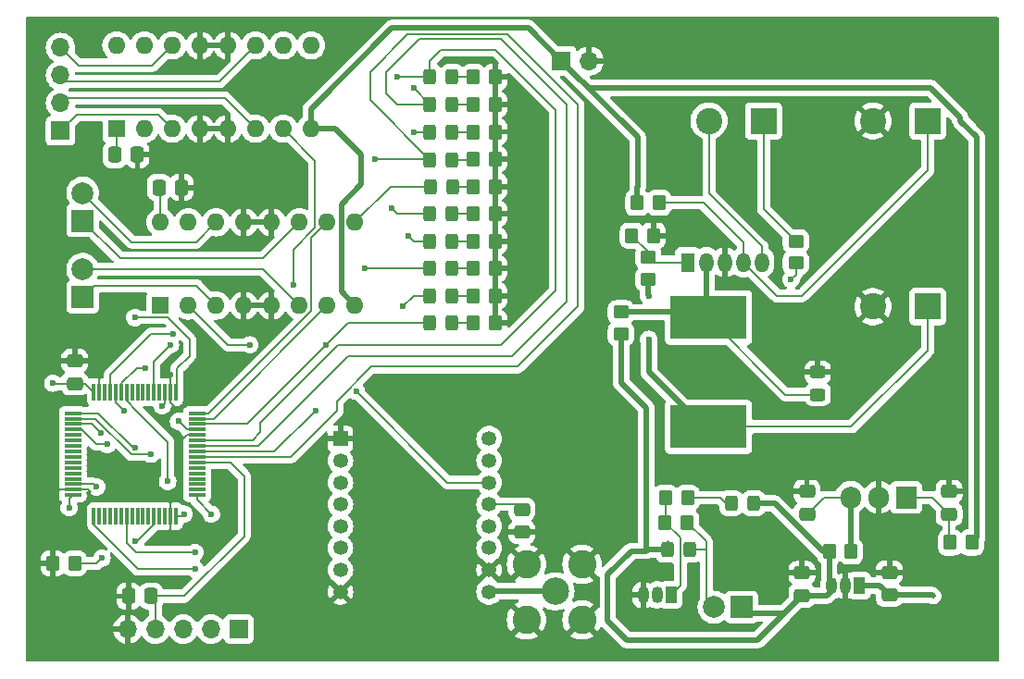
<source format=gbr>
%TF.GenerationSoftware,KiCad,Pcbnew,8.0.3*%
%TF.CreationDate,2024-07-18T08:26:54+01:00*%
%TF.ProjectId,sub,7375622e-6b69-4636-9164-5f7063625858,rev?*%
%TF.SameCoordinates,Original*%
%TF.FileFunction,Copper,L1,Top*%
%TF.FilePolarity,Positive*%
%FSLAX46Y46*%
G04 Gerber Fmt 4.6, Leading zero omitted, Abs format (unit mm)*
G04 Created by KiCad (PCBNEW 8.0.3) date 2024-07-18 08:26:54*
%MOMM*%
%LPD*%
G01*
G04 APERTURE LIST*
G04 Aperture macros list*
%AMRoundRect*
0 Rectangle with rounded corners*
0 $1 Rounding radius*
0 $2 $3 $4 $5 $6 $7 $8 $9 X,Y pos of 4 corners*
0 Add a 4 corners polygon primitive as box body*
4,1,4,$2,$3,$4,$5,$6,$7,$8,$9,$2,$3,0*
0 Add four circle primitives for the rounded corners*
1,1,$1+$1,$2,$3*
1,1,$1+$1,$4,$5*
1,1,$1+$1,$6,$7*
1,1,$1+$1,$8,$9*
0 Add four rect primitives between the rounded corners*
20,1,$1+$1,$2,$3,$4,$5,0*
20,1,$1+$1,$4,$5,$6,$7,0*
20,1,$1+$1,$6,$7,$8,$9,0*
20,1,$1+$1,$8,$9,$2,$3,0*%
G04 Aperture macros list end*
%TA.AperFunction,ComponentPad*%
%ADD10R,2.400000X2.400000*%
%TD*%
%TA.AperFunction,ComponentPad*%
%ADD11C,2.400000*%
%TD*%
%TA.AperFunction,SMDPad,CuDef*%
%ADD12RoundRect,0.250000X0.325000X0.450000X-0.325000X0.450000X-0.325000X-0.450000X0.325000X-0.450000X0*%
%TD*%
%TA.AperFunction,ComponentPad*%
%ADD13R,1.600000X1.600000*%
%TD*%
%TA.AperFunction,ComponentPad*%
%ADD14O,1.600000X1.600000*%
%TD*%
%TA.AperFunction,SMDPad,CuDef*%
%ADD15RoundRect,0.250000X-0.350000X-0.450000X0.350000X-0.450000X0.350000X0.450000X-0.350000X0.450000X0*%
%TD*%
%TA.AperFunction,SMDPad,CuDef*%
%ADD16RoundRect,0.250000X0.475000X-0.337500X0.475000X0.337500X-0.475000X0.337500X-0.475000X-0.337500X0*%
%TD*%
%TA.AperFunction,SMDPad,CuDef*%
%ADD17RoundRect,0.250000X-0.450000X0.350000X-0.450000X-0.350000X0.450000X-0.350000X0.450000X0.350000X0*%
%TD*%
%TA.AperFunction,SMDPad,CuDef*%
%ADD18RoundRect,0.250000X0.337500X0.475000X-0.337500X0.475000X-0.337500X-0.475000X0.337500X-0.475000X0*%
%TD*%
%TA.AperFunction,ComponentPad*%
%ADD19C,2.600000*%
%TD*%
%TA.AperFunction,ComponentPad*%
%ADD20C,2.500000*%
%TD*%
%TA.AperFunction,ComponentPad*%
%ADD21R,1.700000X1.700000*%
%TD*%
%TA.AperFunction,ComponentPad*%
%ADD22O,1.700000X1.700000*%
%TD*%
%TA.AperFunction,SMDPad,CuDef*%
%ADD23RoundRect,0.250000X0.350000X0.450000X-0.350000X0.450000X-0.350000X-0.450000X0.350000X-0.450000X0*%
%TD*%
%TA.AperFunction,SMDPad,CuDef*%
%ADD24RoundRect,0.250000X-0.337500X-0.475000X0.337500X-0.475000X0.337500X0.475000X-0.337500X0.475000X0*%
%TD*%
%TA.AperFunction,ComponentPad*%
%ADD25R,1.275000X1.800000*%
%TD*%
%TA.AperFunction,ComponentPad*%
%ADD26O,1.275000X1.800000*%
%TD*%
%TA.AperFunction,ComponentPad*%
%ADD27R,2.000000X2.000000*%
%TD*%
%TA.AperFunction,ComponentPad*%
%ADD28C,2.000000*%
%TD*%
%TA.AperFunction,ComponentPad*%
%ADD29R,1.350000X1.350000*%
%TD*%
%TA.AperFunction,ComponentPad*%
%ADD30C,1.350000*%
%TD*%
%TA.AperFunction,SMDPad,CuDef*%
%ADD31RoundRect,0.075000X0.700000X0.075000X-0.700000X0.075000X-0.700000X-0.075000X0.700000X-0.075000X0*%
%TD*%
%TA.AperFunction,SMDPad,CuDef*%
%ADD32RoundRect,0.075000X0.075000X0.700000X-0.075000X0.700000X-0.075000X-0.700000X0.075000X-0.700000X0*%
%TD*%
%TA.AperFunction,ComponentPad*%
%ADD33R,1.050000X1.500000*%
%TD*%
%TA.AperFunction,ComponentPad*%
%ADD34O,1.050000X1.500000*%
%TD*%
%TA.AperFunction,ComponentPad*%
%ADD35R,1.905000X2.000000*%
%TD*%
%TA.AperFunction,ComponentPad*%
%ADD36O,1.905000X2.000000*%
%TD*%
%TA.AperFunction,SMDPad,CuDef*%
%ADD37RoundRect,0.250000X-0.325000X-0.450000X0.325000X-0.450000X0.325000X0.450000X-0.325000X0.450000X0*%
%TD*%
%TA.AperFunction,SMDPad,CuDef*%
%ADD38RoundRect,0.250000X0.450000X-0.325000X0.450000X0.325000X-0.450000X0.325000X-0.450000X-0.325000X0*%
%TD*%
%TA.AperFunction,SMDPad,CuDef*%
%ADD39RoundRect,0.250000X-0.475000X0.337500X-0.475000X-0.337500X0.475000X-0.337500X0.475000X0.337500X0*%
%TD*%
%TA.AperFunction,SMDPad,CuDef*%
%ADD40R,7.000000X4.000000*%
%TD*%
%TA.AperFunction,ViaPad*%
%ADD41C,0.600000*%
%TD*%
%TA.AperFunction,ViaPad*%
%ADD42C,0.500000*%
%TD*%
%TA.AperFunction,Conductor*%
%ADD43C,0.200000*%
%TD*%
%TA.AperFunction,Conductor*%
%ADD44C,0.500000*%
%TD*%
G04 APERTURE END LIST*
D10*
%TO.P,C6,1*%
%TO.N,Net-(U5-INPUT)*%
X146000000Y-70500000D03*
D11*
%TO.P,C6,2*%
%TO.N,GND*%
X141000000Y-70500000D03*
%TD*%
D10*
%TO.P,C5,1*%
%TO.N,Net-(C5-Pad1)*%
X146000000Y-87500000D03*
D11*
%TO.P,C5,2*%
%TO.N,GND*%
X141000000Y-87500000D03*
%TD*%
D10*
%TO.P,C4,1*%
%TO.N,Net-(C4-Pad1)*%
X131000000Y-70500000D03*
D11*
%TO.P,C4,2*%
%TO.N,Net-(U5-COMPENSATION)*%
X126000000Y-70500000D03*
%TD*%
D12*
%TO.P,D11,1,K*%
%TO.N,Net-(D11-K)*%
X102525000Y-69000000D03*
%TO.P,D11,2,A*%
%TO.N,STEPPER3*%
X100475000Y-69000000D03*
%TD*%
D13*
%TO.P,U1,1,EN1\u002C2*%
%TO.N,DC_MOTOR_EN1_2*%
X75855000Y-87390000D03*
D14*
%TO.P,U1,2,1A*%
%TO.N,DC_MOTOR1*%
X78395000Y-87390000D03*
%TO.P,U1,3,1Y*%
%TO.N,Net-(M2-+)*%
X80935000Y-87390000D03*
%TO.P,U1,4,GND*%
%TO.N,GND*%
X83475000Y-87390000D03*
%TO.P,U1,5,GND*%
X86015000Y-87390000D03*
%TO.P,U1,6,2Y*%
%TO.N,Net-(M2--)*%
X88555000Y-87390000D03*
%TO.P,U1,7,2A*%
%TO.N,DC_MOTOR2*%
X91095000Y-87390000D03*
%TO.P,U1,8,VCC2*%
%TO.N,+BATT*%
X93635000Y-87390000D03*
%TO.P,U1,9,EN3\u002C4*%
%TO.N,DC_MOTOR_EN3_4*%
X93635000Y-79770000D03*
%TO.P,U1,10,3A*%
%TO.N,DC_MOTOR3*%
X91095000Y-79770000D03*
%TO.P,U1,11,3Y*%
%TO.N,Net-(M1-+)*%
X88555000Y-79770000D03*
%TO.P,U1,12,GND*%
%TO.N,GND*%
X86015000Y-79770000D03*
%TO.P,U1,13,GND*%
X83475000Y-79770000D03*
%TO.P,U1,14,4Y*%
%TO.N,Net-(M1--)*%
X80935000Y-79770000D03*
%TO.P,U1,15,4A*%
%TO.N,DC_MOTOR4*%
X78395000Y-79770000D03*
%TO.P,U1,16,VCC1*%
%TO.N,+3V3*%
X75855000Y-79770000D03*
%TD*%
D15*
%TO.P,R5,1*%
%TO.N,Net-(U5-FEEDBACK)*%
X118952271Y-81000000D03*
%TO.P,R5,2*%
%TO.N,GND*%
X120952271Y-81000000D03*
%TD*%
%TO.P,R12,1*%
%TO.N,Net-(D5-K)*%
X104475000Y-84000000D03*
%TO.P,R12,2*%
%TO.N,GND*%
X106475000Y-84000000D03*
%TD*%
D16*
%TO.P,C12,1*%
%TO.N,GND*%
X108892500Y-108130000D03*
%TO.P,C12,2*%
%TO.N,+3V3*%
X108892500Y-106055000D03*
%TD*%
D15*
%TO.P,R17,1*%
%TO.N,Net-(D3-K)*%
X104475000Y-89000000D03*
%TO.P,R17,2*%
%TO.N,GND*%
X106475000Y-89000000D03*
%TD*%
D17*
%TO.P,R8,1*%
%TO.N,Net-(D1-K)*%
X117952271Y-88000000D03*
%TO.P,R8,2*%
%TO.N,+6V*%
X117952271Y-90000000D03*
%TD*%
D18*
%TO.P,C9,1*%
%TO.N,GND*%
X73742500Y-73590000D03*
%TO.P,C9,2*%
%TO.N,+3V3*%
X71667500Y-73590000D03*
%TD*%
D15*
%TO.P,R20,1*%
%TO.N,Net-(D11-K)*%
X104475000Y-69000000D03*
%TO.P,R20,2*%
%TO.N,GND*%
X106475000Y-69000000D03*
%TD*%
D19*
%TO.P,J1,1*%
%TO.N,GND*%
X109312500Y-111092500D03*
X109312500Y-116172500D03*
X114392500Y-111092500D03*
X114392500Y-116172500D03*
D20*
%TO.P,J1,2*%
%TO.N,Net-(U4-ANT)*%
X111952500Y-113557500D03*
%TD*%
D15*
%TO.P,R13,1*%
%TO.N,Net-(D6-K)*%
X104475000Y-81500000D03*
%TO.P,R13,2*%
%TO.N,GND*%
X106475000Y-81500000D03*
%TD*%
D21*
%TO.P,J3,1,+*%
%TO.N,+BATT*%
X112500000Y-65000000D03*
D22*
%TO.P,J3,2,-*%
%TO.N,GND*%
X115040000Y-65000000D03*
%TD*%
D16*
%TO.P,C1,1*%
%TO.N,+3V3*%
X142500000Y-113905000D03*
%TO.P,C1,2*%
%TO.N,GND*%
X142500000Y-111830000D03*
%TD*%
D23*
%TO.P,R1,1*%
%TO.N,Net-(D13-A)*%
X124000000Y-107250000D03*
%TO.P,R1,2*%
%TO.N,Net-(Q1-D)*%
X122000000Y-107250000D03*
%TD*%
D15*
%TO.P,R9,1*%
%TO.N,Net-(U7-IN)*%
X148040000Y-109080000D03*
%TO.P,R9,2*%
%TO.N,+BATT*%
X150040000Y-109080000D03*
%TD*%
%TO.P,R21,1*%
%TO.N,Net-(D12-K)*%
X104475000Y-66500000D03*
%TO.P,R21,2*%
%TO.N,GND*%
X106475000Y-66500000D03*
%TD*%
D12*
%TO.P,D7,1,K*%
%TO.N,Net-(D7-K)*%
X102525000Y-79000000D03*
%TO.P,D7,2,A*%
%TO.N,DC_MOTOR4*%
X100475000Y-79000000D03*
%TD*%
%TO.P,D10,1,K*%
%TO.N,Net-(D10-K)*%
X102525000Y-71500000D03*
%TO.P,D10,2,A*%
%TO.N,STEPPER2*%
X100475000Y-71500000D03*
%TD*%
D24*
%TO.P,C2,1*%
%TO.N,GND*%
X72925000Y-114000000D03*
%TO.P,C2,2*%
%TO.N,/mcu/RESET*%
X75000000Y-114000000D03*
%TD*%
D25*
%TO.P,U5,1,FEEDBACK*%
%TO.N,Net-(U5-FEEDBACK)*%
X124052271Y-83445000D03*
D26*
%TO.P,U5,2,OUTPUT*%
%TO.N,Net-(D1-K)*%
X125752271Y-83445000D03*
%TO.P,U5,3,GND*%
%TO.N,GND*%
X127452271Y-83445000D03*
%TO.P,U5,4,INPUT*%
%TO.N,Net-(U5-INPUT)*%
X129152271Y-83445000D03*
%TO.P,U5,5,COMPENSATION*%
%TO.N,Net-(U5-COMPENSATION)*%
X130852271Y-83445000D03*
%TD*%
D21*
%TO.P,M3,1*%
%TO.N,Net-(U3-1Y)*%
X66705000Y-71410000D03*
D22*
%TO.P,M3,2,-*%
%TO.N,Net-(M3--)*%
X66705000Y-68870000D03*
%TO.P,M3,3*%
%TO.N,Net-(U3-3Y)*%
X66705000Y-66330000D03*
%TO.P,M3,4*%
%TO.N,Net-(U3-4Y)*%
X66705000Y-63790000D03*
%TD*%
D23*
%TO.P,R11,1*%
%TO.N,Net-(D2-K)*%
X124040000Y-105000000D03*
%TO.P,R11,2*%
%TO.N,Net-(Q1-D)*%
X122040000Y-105000000D03*
%TD*%
D15*
%TO.P,R19,1*%
%TO.N,Net-(D10-K)*%
X104475000Y-71500000D03*
%TO.P,R19,2*%
%TO.N,GND*%
X106475000Y-71500000D03*
%TD*%
D21*
%TO.P,J2,1,Pin_1*%
%TO.N,+3V3*%
X83000000Y-117000000D03*
D22*
%TO.P,J2,2,Pin_2*%
%TO.N,/mcu/SWCLK*%
X80460000Y-117000000D03*
%TO.P,J2,3,Pin_3*%
%TO.N,/mcu/SWDIO*%
X77920000Y-117000000D03*
%TO.P,J2,4,Pin_4*%
%TO.N,/mcu/RESET*%
X75380000Y-117000000D03*
%TO.P,J2,5,Pin_5*%
%TO.N,GND*%
X72840000Y-117000000D03*
%TD*%
D15*
%TO.P,R16,1*%
%TO.N,Net-(D4-K)*%
X104475000Y-86500000D03*
%TO.P,R16,2*%
%TO.N,GND*%
X106475000Y-86500000D03*
%TD*%
%TO.P,R18,1*%
%TO.N,Net-(D9-K)*%
X104475000Y-74000000D03*
%TO.P,R18,2*%
%TO.N,GND*%
X106475000Y-74000000D03*
%TD*%
D27*
%TO.P,M2,1,+*%
%TO.N,Net-(M2-+)*%
X68730000Y-86630000D03*
D28*
%TO.P,M2,2,-*%
%TO.N,Net-(M2--)*%
X68730000Y-84090000D03*
%TD*%
D29*
%TO.P,U4,1,GND*%
%TO.N,GND*%
X92292500Y-99592500D03*
D30*
%TO.P,U4,2,MISO*%
%TO.N,MISO*%
X92292500Y-101592500D03*
%TO.P,U4,3,MOSI*%
%TO.N,MOSI*%
X92292500Y-103592500D03*
%TO.P,U4,4,SCK*%
%TO.N,SCK*%
X92292500Y-105592500D03*
%TO.P,U4,5,NSS*%
%TO.N,NSS*%
X92292500Y-107592500D03*
%TO.P,U4,6,RESET*%
%TO.N,RESET_RADIO*%
X92292500Y-109592500D03*
%TO.P,U4,7,DIO5*%
%TO.N,unconnected-(U4-DIO5-Pad7)*%
X92292500Y-111592500D03*
%TO.P,U4,8,GND*%
%TO.N,GND*%
X92292500Y-113592500D03*
%TO.P,U4,9,ANT*%
%TO.N,Net-(U4-ANT)*%
X105892500Y-113592500D03*
%TO.P,U4,10,GND*%
%TO.N,GND*%
X105892500Y-111592500D03*
%TO.P,U4,11,DIO3*%
%TO.N,unconnected-(U4-DIO3-Pad11)*%
X105892500Y-109592500D03*
%TO.P,U4,12,DIO4*%
%TO.N,unconnected-(U4-DIO4-Pad12)*%
X105892500Y-107592500D03*
%TO.P,U4,13,3.3V*%
%TO.N,+3V3*%
X105892500Y-105592500D03*
%TO.P,U4,14,DIO0*%
%TO.N,RADIO_DONE*%
X105892500Y-103592500D03*
%TO.P,U4,15,DIO1*%
%TO.N,unconnected-(U4-DIO1-Pad15)*%
X105892500Y-101592500D03*
%TO.P,U4,16,DIO2*%
%TO.N,unconnected-(U4-DIO2-Pad16)*%
X105892500Y-99592500D03*
%TD*%
D12*
%TO.P,D4,1,K*%
%TO.N,Net-(D4-K)*%
X102525000Y-86500000D03*
%TO.P,D4,2,A*%
%TO.N,DC_MOTOR2*%
X100475000Y-86500000D03*
%TD*%
D31*
%TO.P,U2,1,VBAT*%
%TO.N,+3V3*%
X79175000Y-104750000D03*
%TO.P,U2,2,PC13*%
%TO.N,unconnected-(U2-PC13-Pad2)*%
X79175000Y-104250000D03*
%TO.P,U2,3,PC14*%
%TO.N,unconnected-(U2-PC14-Pad3)*%
X79175000Y-103750000D03*
%TO.P,U2,4,PC15*%
%TO.N,unconnected-(U2-PC15-Pad4)*%
X79175000Y-103250000D03*
%TO.P,U2,5,PH0*%
%TO.N,unconnected-(U2-PH0-Pad5)*%
X79175000Y-102750000D03*
%TO.P,U2,6,PH1*%
%TO.N,unconnected-(U2-PH1-Pad6)*%
X79175000Y-102250000D03*
%TO.P,U2,7,NRST*%
%TO.N,/mcu/RESET*%
X79175000Y-101750000D03*
%TO.P,U2,8,PC0*%
%TO.N,STEPPER1*%
X79175000Y-101250000D03*
%TO.P,U2,9,PC1*%
%TO.N,STEPPER2*%
X79175000Y-100750000D03*
%TO.P,U2,10,PC2*%
%TO.N,STEPPER3*%
X79175000Y-100250000D03*
%TO.P,U2,11,PC3*%
%TO.N,STEPPER4*%
X79175000Y-99750000D03*
%TO.P,U2,12,VSSA*%
%TO.N,GND*%
X79175000Y-99250000D03*
%TO.P,U2,13,VDDA*%
%TO.N,+3V3*%
X79175000Y-98750000D03*
%TO.P,U2,14,PA0*%
%TO.N,DC_MOTOR1*%
X79175000Y-98250000D03*
%TO.P,U2,15,PA1*%
%TO.N,DC_MOTOR2*%
X79175000Y-97750000D03*
%TO.P,U2,16,PA2*%
%TO.N,DC_MOTOR3*%
X79175000Y-97250000D03*
D32*
%TO.P,U2,17,PA3*%
%TO.N,DC_MOTOR4*%
X77250000Y-95325000D03*
%TO.P,U2,18,VSS*%
%TO.N,GND*%
X76750000Y-95325000D03*
%TO.P,U2,19,VDD*%
%TO.N,+3V3*%
X76250000Y-95325000D03*
%TO.P,U2,20,PA4*%
%TO.N,unconnected-(U2-PA4-Pad20)*%
X75750000Y-95325000D03*
%TO.P,U2,21,PA5*%
%TO.N,DC_MOTOR_EN1_2*%
X75250000Y-95325000D03*
%TO.P,U2,22,PA6*%
%TO.N,unconnected-(U2-PA6-Pad22)*%
X74750000Y-95325000D03*
%TO.P,U2,23,PA7*%
%TO.N,unconnected-(U2-PA7-Pad23)*%
X74250000Y-95325000D03*
%TO.P,U2,24,PC4*%
%TO.N,unconnected-(U2-PC4-Pad24)*%
X73750000Y-95325000D03*
%TO.P,U2,25,PC5*%
%TO.N,unconnected-(U2-PC5-Pad25)*%
X73250000Y-95325000D03*
%TO.P,U2,26,PB0*%
%TO.N,RESET_RADIO*%
X72750000Y-95325000D03*
%TO.P,U2,27,PB1*%
%TO.N,RADIO_DONE*%
X72250000Y-95325000D03*
%TO.P,U2,28,PB2*%
%TO.N,+3V3*%
X71750000Y-95325000D03*
%TO.P,U2,29,PB10*%
%TO.N,DC_MOTOR_EN3_4*%
X71250000Y-95325000D03*
%TO.P,U2,30,PB11*%
%TO.N,unconnected-(U2-PB11-Pad30)*%
X70750000Y-95325000D03*
%TO.P,U2,31,VSS*%
%TO.N,GND*%
X70250000Y-95325000D03*
%TO.P,U2,32,VDD*%
%TO.N,+3V3*%
X69750000Y-95325000D03*
D31*
%TO.P,U2,33,PB12*%
%TO.N,NSS*%
X67825000Y-97250000D03*
%TO.P,U2,34,PB13*%
%TO.N,SCK*%
X67825000Y-97750000D03*
%TO.P,U2,35,PB14*%
%TO.N,MISO*%
X67825000Y-98250000D03*
%TO.P,U2,36,PB15*%
%TO.N,MOSI*%
X67825000Y-98750000D03*
%TO.P,U2,37,PC6*%
%TO.N,unconnected-(U2-PC6-Pad37)*%
X67825000Y-99250000D03*
%TO.P,U2,38,PC7*%
%TO.N,unconnected-(U2-PC7-Pad38)*%
X67825000Y-99750000D03*
%TO.P,U2,39,PC8*%
%TO.N,unconnected-(U2-PC8-Pad39)*%
X67825000Y-100250000D03*
%TO.P,U2,40,PC9*%
%TO.N,unconnected-(U2-PC9-Pad40)*%
X67825000Y-100750000D03*
%TO.P,U2,41,PA8*%
%TO.N,unconnected-(U2-PA8-Pad41)*%
X67825000Y-101250000D03*
%TO.P,U2,42,PA9*%
%TO.N,unconnected-(U2-PA9-Pad42)*%
X67825000Y-101750000D03*
%TO.P,U2,43,PA10*%
%TO.N,unconnected-(U2-PA10-Pad43)*%
X67825000Y-102250000D03*
%TO.P,U2,44,PA11*%
%TO.N,unconnected-(U2-PA11-Pad44)*%
X67825000Y-102750000D03*
%TO.P,U2,45,PA12*%
%TO.N,unconnected-(U2-PA12-Pad45)*%
X67825000Y-103250000D03*
%TO.P,U2,46,PA13*%
%TO.N,/mcu/SWDIO*%
X67825000Y-103750000D03*
%TO.P,U2,47,VSS*%
%TO.N,GND*%
X67825000Y-104250000D03*
%TO.P,U2,48,VDDUSB*%
%TO.N,+3V3*%
X67825000Y-104750000D03*
D32*
%TO.P,U2,49,PA14*%
%TO.N,/mcu/SWCLK*%
X69750000Y-106675000D03*
%TO.P,U2,50,PA15*%
%TO.N,unconnected-(U2-PA15-Pad50)*%
X70250000Y-106675000D03*
%TO.P,U2,51,PC10*%
%TO.N,unconnected-(U2-PC10-Pad51)*%
X70750000Y-106675000D03*
%TO.P,U2,52,PC11*%
%TO.N,unconnected-(U2-PC11-Pad52)*%
X71250000Y-106675000D03*
%TO.P,U2,53,PC12*%
%TO.N,unconnected-(U2-PC12-Pad53)*%
X71750000Y-106675000D03*
%TO.P,U2,54,PD2*%
%TO.N,unconnected-(U2-PD2-Pad54)*%
X72250000Y-106675000D03*
%TO.P,U2,55,PB3*%
%TO.N,ELECTROMAGNET*%
X72750000Y-106675000D03*
%TO.P,U2,56,PB4*%
%TO.N,unconnected-(U2-PB4-Pad56)*%
X73250000Y-106675000D03*
%TO.P,U2,57,PB5*%
%TO.N,unconnected-(U2-PB5-Pad57)*%
X73750000Y-106675000D03*
%TO.P,U2,58,PB6*%
%TO.N,unconnected-(U2-PB6-Pad58)*%
X74250000Y-106675000D03*
%TO.P,U2,59,PB7*%
%TO.N,unconnected-(U2-PB7-Pad59)*%
X74750000Y-106675000D03*
%TO.P,U2,60,BOOT0*%
%TO.N,Net-(U2-BOOT0)*%
X75250000Y-106675000D03*
%TO.P,U2,61,PB8*%
%TO.N,unconnected-(U2-PB8-Pad61)*%
X75750000Y-106675000D03*
%TO.P,U2,62,PB9*%
%TO.N,unconnected-(U2-PB9-Pad62)*%
X76250000Y-106675000D03*
%TO.P,U2,63,VSS*%
%TO.N,GND*%
X76750000Y-106675000D03*
%TO.P,U2,64,VDD*%
%TO.N,+3V3*%
X77250000Y-106675000D03*
%TD*%
D15*
%TO.P,R14,1*%
%TO.N,Net-(D7-K)*%
X104475000Y-79000000D03*
%TO.P,R14,2*%
%TO.N,GND*%
X106475000Y-79000000D03*
%TD*%
D12*
%TO.P,D3,1,K*%
%TO.N,Net-(D3-K)*%
X102525000Y-89000000D03*
%TO.P,D3,2,A*%
%TO.N,DC_MOTOR1*%
X100475000Y-89000000D03*
%TD*%
D33*
%TO.P,U6,1,VO*%
%TO.N,+3V3*%
X139770000Y-113045000D03*
D34*
%TO.P,U6,2,GND*%
%TO.N,GND*%
X138500000Y-113045000D03*
%TO.P,U6,3,VI*%
%TO.N,+6V*%
X137230000Y-113045000D03*
%TD*%
D16*
%TO.P,C8,1*%
%TO.N,Net-(U7-IN)*%
X147960000Y-106497500D03*
%TO.P,C8,2*%
%TO.N,GND*%
X147960000Y-104422500D03*
%TD*%
D35*
%TO.P,U7,1,IN*%
%TO.N,Net-(U7-IN)*%
X144040000Y-104960000D03*
D36*
%TO.P,U7,2,GND*%
%TO.N,GND*%
X141500000Y-104960000D03*
%TO.P,U7,3,OUT*%
%TO.N,Net-(U7-OUT)*%
X138960000Y-104960000D03*
%TD*%
D12*
%TO.P,D5,1,K*%
%TO.N,Net-(D5-K)*%
X102525000Y-84000000D03*
%TO.P,D5,2,A*%
%TO.N,DC_MOTOR_EN1_2*%
X100475000Y-84000000D03*
%TD*%
D23*
%TO.P,R7,1*%
%TO.N,Net-(U5-INPUT)*%
X121452271Y-78000000D03*
%TO.P,R7,2*%
%TO.N,+BATT*%
X119452271Y-78000000D03*
%TD*%
D37*
%TO.P,D13,1,K*%
%TO.N,+6V*%
X122200000Y-109750000D03*
%TO.P,D13,2,A*%
%TO.N,Net-(D13-A)*%
X124250000Y-109750000D03*
%TD*%
D16*
%TO.P,C3,1*%
%TO.N,+6V*%
X134500000Y-113942500D03*
%TO.P,C3,2*%
%TO.N,GND*%
X134500000Y-111867500D03*
%TD*%
D33*
%TO.P,Q1,1,D*%
%TO.N,Net-(Q1-D)*%
X122520000Y-113890000D03*
D34*
%TO.P,Q1,2,G*%
%TO.N,ELECTROMAGNET*%
X121250000Y-113890000D03*
%TO.P,Q1,3,S*%
%TO.N,GND*%
X119980000Y-113890000D03*
%TD*%
D12*
%TO.P,D8,1,K*%
%TO.N,Net-(D8-K)*%
X102550000Y-76500000D03*
%TO.P,D8,2,A*%
%TO.N,DC_MOTOR_EN3_4*%
X100500000Y-76500000D03*
%TD*%
D16*
%TO.P,C7,1*%
%TO.N,Net-(U7-OUT)*%
X134960000Y-106497500D03*
%TO.P,C7,2*%
%TO.N,GND*%
X134960000Y-104422500D03*
%TD*%
D13*
%TO.P,U3,1,EN1\u002C2*%
%TO.N,+3V3*%
X71830000Y-71210000D03*
D14*
%TO.P,U3,2,1A*%
%TO.N,STEPPER1*%
X74370000Y-71210000D03*
%TO.P,U3,3,1Y*%
%TO.N,Net-(U3-1Y)*%
X76910000Y-71210000D03*
%TO.P,U3,4,GND*%
%TO.N,GND*%
X79450000Y-71210000D03*
%TO.P,U3,5,GND*%
X81990000Y-71210000D03*
%TO.P,U3,6,2Y*%
%TO.N,Net-(M3--)*%
X84530000Y-71210000D03*
%TO.P,U3,7,2A*%
%TO.N,STEPPER2*%
X87070000Y-71210000D03*
%TO.P,U3,8,VCC2*%
%TO.N,+BATT*%
X89610000Y-71210000D03*
%TO.P,U3,9,EN3\u002C4*%
%TO.N,+3V3*%
X89610000Y-63590000D03*
%TO.P,U3,10,3A*%
%TO.N,STEPPER3*%
X87070000Y-63590000D03*
%TO.P,U3,11,3Y*%
%TO.N,Net-(U3-3Y)*%
X84530000Y-63590000D03*
%TO.P,U3,12,GND*%
%TO.N,GND*%
X81990000Y-63590000D03*
%TO.P,U3,13,GND*%
X79450000Y-63590000D03*
%TO.P,U3,14,4Y*%
%TO.N,Net-(U3-4Y)*%
X76910000Y-63590000D03*
%TO.P,U3,15,4A*%
%TO.N,STEPPER4*%
X74370000Y-63590000D03*
%TO.P,U3,16,VCC1*%
%TO.N,+3V3*%
X71830000Y-63590000D03*
%TD*%
D38*
%TO.P,D1,1,K*%
%TO.N,Net-(D1-K)*%
X135952271Y-95550000D03*
%TO.P,D1,2,A*%
%TO.N,GND*%
X135952271Y-93500000D03*
%TD*%
D27*
%TO.P,L1,1,-*%
%TO.N,+6V*%
X129000000Y-115000000D03*
D28*
%TO.P,L1,2,+*%
%TO.N,Net-(D13-A)*%
X126460000Y-115000000D03*
%TD*%
D23*
%TO.P,R2,1*%
%TO.N,Net-(U2-BOOT0)*%
X68000000Y-111000000D03*
%TO.P,R2,2*%
%TO.N,GND*%
X66000000Y-111000000D03*
%TD*%
D12*
%TO.P,D12,1,K*%
%TO.N,Net-(D12-K)*%
X102525000Y-66500000D03*
%TO.P,D12,2,A*%
%TO.N,STEPPER4*%
X100475000Y-66500000D03*
%TD*%
D15*
%TO.P,R10,1*%
%TO.N,+6V*%
X137000000Y-109905000D03*
%TO.P,R10,2*%
%TO.N,Net-(U7-OUT)*%
X139000000Y-109905000D03*
%TD*%
D12*
%TO.P,D6,1,K*%
%TO.N,Net-(D6-K)*%
X102525000Y-81500000D03*
%TO.P,D6,2,A*%
%TO.N,DC_MOTOR3*%
X100475000Y-81500000D03*
%TD*%
D17*
%TO.P,R4,1*%
%TO.N,Net-(U5-FEEDBACK)*%
X120452271Y-83000000D03*
%TO.P,R4,2*%
%TO.N,Net-(C5-Pad1)*%
X120452271Y-85000000D03*
%TD*%
D39*
%TO.P,C11,1*%
%TO.N,GND*%
X68000000Y-92462500D03*
%TO.P,C11,2*%
%TO.N,+3V3*%
X68000000Y-94537500D03*
%TD*%
D27*
%TO.P,M1,1,+*%
%TO.N,Net-(M1-+)*%
X68730000Y-79630000D03*
D28*
%TO.P,M1,2,-*%
%TO.N,Net-(M1--)*%
X68730000Y-77090000D03*
%TD*%
D40*
%TO.P,L2,1,1*%
%TO.N,Net-(D1-K)*%
X125952271Y-88500000D03*
%TO.P,L2,2,2*%
%TO.N,Net-(C5-Pad1)*%
X125952271Y-98500000D03*
%TD*%
D37*
%TO.P,D2,1,K*%
%TO.N,Net-(D2-K)*%
X128040000Y-105500000D03*
%TO.P,D2,2,A*%
%TO.N,+6V*%
X130090000Y-105500000D03*
%TD*%
D12*
%TO.P,D9,1,K*%
%TO.N,Net-(D9-K)*%
X102525000Y-74040000D03*
%TO.P,D9,2,A*%
%TO.N,STEPPER1*%
X100475000Y-74040000D03*
%TD*%
D17*
%TO.P,R6,1*%
%TO.N,Net-(C4-Pad1)*%
X133952271Y-81500000D03*
%TO.P,R6,2*%
%TO.N,Net-(U5-FEEDBACK)*%
X133952271Y-83500000D03*
%TD*%
D15*
%TO.P,R15,1*%
%TO.N,Net-(D8-K)*%
X104475000Y-76500000D03*
%TO.P,R15,2*%
%TO.N,GND*%
X106475000Y-76500000D03*
%TD*%
D18*
%TO.P,C10,1*%
%TO.N,GND*%
X77767500Y-76590000D03*
%TO.P,C10,2*%
%TO.N,+3V3*%
X75692500Y-76590000D03*
%TD*%
D41*
%TO.N,GND*%
X76741620Y-93700000D03*
X117750000Y-102250000D03*
D42*
X139000000Y-79500000D03*
X115750000Y-82250000D03*
D41*
X126250000Y-106750000D03*
X122750000Y-102250000D03*
X70500000Y-102000000D03*
X126250000Y-103250000D03*
X65500000Y-102000000D03*
D42*
X141500000Y-82000000D03*
D41*
X110250000Y-82250000D03*
X119250000Y-111500000D03*
X110250000Y-72000000D03*
D42*
X115750000Y-72000000D03*
D41*
%TO.N,+3V3*%
X78000000Y-106500000D03*
X66000000Y-94500000D03*
D42*
X146500000Y-114000000D03*
D41*
X67500000Y-105900000D03*
X76002572Y-96573147D03*
X77500000Y-98000000D03*
X80500000Y-106500000D03*
X72500000Y-97000000D03*
%TO.N,/mcu/SWDIO*%
X70000000Y-104000000D03*
%TO.N,/mcu/SWCLK*%
X79000000Y-111500000D03*
%TO.N,Net-(U2-BOOT0)*%
X70500000Y-110500000D03*
X73500000Y-109000000D03*
%TO.N,DC_MOTOR2*%
X98000000Y-87500000D03*
%TO.N,DC_MOTOR_EN1_2*%
X76751471Y-91000000D03*
X94500000Y-84000000D03*
%TO.N,DC_MOTOR3*%
X98500000Y-81000000D03*
%TO.N,DC_MOTOR4*%
X97000000Y-78500000D03*
X73500000Y-88500000D03*
%TO.N,DC_MOTOR_EN3_4*%
X77000000Y-90000000D03*
%TO.N,DC_MOTOR1*%
X91000000Y-91000000D03*
X84000000Y-91000000D03*
%TO.N,NSS*%
X73500000Y-100400000D03*
%TO.N,SCK*%
X75000000Y-101000000D03*
%TO.N,STEPPER4*%
X97500000Y-66500000D03*
%TO.N,STEPPER1*%
X95500000Y-74000000D03*
%TO.N,MOSI*%
X71000000Y-100098529D03*
%TO.N,STEPPER3*%
X99000000Y-67500000D03*
%TO.N,RESET_RADIO*%
X76500000Y-103500000D03*
%TO.N,MISO*%
X70401471Y-99098529D03*
%TO.N,STEPPER2*%
X99000000Y-71500000D03*
X90000000Y-97000000D03*
X88000000Y-85500000D03*
%TO.N,RADIO_DONE*%
X74500000Y-93100000D03*
X93750000Y-95250000D03*
%TO.N,ELECTROMAGNET*%
X79000000Y-110000000D03*
%TO.N,Net-(C5-Pad1)*%
X120500000Y-90500000D03*
X120500000Y-86500000D03*
%TO.N,Net-(U5-FEEDBACK)*%
X133500000Y-85000000D03*
%TD*%
D43*
%TO.N,Net-(U5-COMPENSATION)*%
X126000000Y-77132473D02*
X130852271Y-81984744D01*
X130852271Y-81984744D02*
X130852271Y-83445000D01*
X126000000Y-70500000D02*
X126000000Y-77132473D01*
%TO.N,/mcu/RESET*%
X78000000Y-114000000D02*
X75000000Y-114000000D01*
X79175000Y-101750000D02*
X82250000Y-101750000D01*
X83500000Y-103000000D02*
X83500000Y-108500000D01*
X75380000Y-114380000D02*
X75000000Y-114000000D01*
X75380000Y-117000000D02*
X75380000Y-114380000D01*
X82250000Y-101750000D02*
X83500000Y-103000000D01*
X83500000Y-108500000D02*
X78000000Y-114000000D01*
D44*
%TO.N,GND*%
X106475000Y-84000000D02*
X106475000Y-86500000D01*
D43*
X76750000Y-108250000D02*
X76500000Y-108500000D01*
X76750000Y-95325000D02*
X76750000Y-93708380D01*
D44*
X106475000Y-79000000D02*
X106475000Y-81500000D01*
D43*
X76750000Y-105250000D02*
X76500000Y-105000000D01*
X70250000Y-95325000D02*
X70250000Y-93750000D01*
D44*
X106475000Y-76500000D02*
X106475000Y-79000000D01*
X106475000Y-66500000D02*
X106475000Y-69000000D01*
D43*
X76750000Y-106675000D02*
X76750000Y-108250000D01*
X66250000Y-104250000D02*
X66000000Y-104500000D01*
D44*
X106475000Y-81500000D02*
X106475000Y-84000000D01*
X106475000Y-71500000D02*
X106475000Y-74000000D01*
D43*
X78250000Y-99250000D02*
X77500000Y-100000000D01*
X76750000Y-106675000D02*
X76750000Y-105250000D01*
X76750000Y-95325000D02*
X76750000Y-96250000D01*
X69250000Y-104250000D02*
X69500000Y-104500000D01*
D44*
X106475000Y-74000000D02*
X106475000Y-76500000D01*
D43*
X70250000Y-93750000D02*
X70500000Y-93500000D01*
X76750000Y-93708380D02*
X76741620Y-93700000D01*
D44*
X106475000Y-69000000D02*
X106475000Y-71500000D01*
D43*
X79175000Y-99250000D02*
X78250000Y-99250000D01*
X67825000Y-104250000D02*
X69250000Y-104250000D01*
X76750000Y-96250000D02*
X77500000Y-97000000D01*
D44*
X106475000Y-86500000D02*
X106475000Y-89000000D01*
D43*
X67825000Y-104250000D02*
X66250000Y-104250000D01*
D44*
%TO.N,Net-(U4-ANT)*%
X105927500Y-113557500D02*
X105892500Y-113592500D01*
X111952500Y-113557500D02*
X105927500Y-113557500D01*
D43*
%TO.N,+3V3*%
X72500000Y-97000000D02*
X71750000Y-96250000D01*
X68000000Y-94537500D02*
X68962500Y-94537500D01*
X68000000Y-94537500D02*
X66037500Y-94537500D01*
X67500000Y-105900000D02*
X67500000Y-105075000D01*
X75855000Y-76752500D02*
X75692500Y-76590000D01*
X78250000Y-98750000D02*
X79175000Y-98750000D01*
X108430000Y-105592500D02*
X108892500Y-106055000D01*
X71750000Y-96250000D02*
X71750000Y-95325000D01*
X75855000Y-79770000D02*
X75855000Y-76752500D01*
D44*
X141640000Y-113045000D02*
X142500000Y-113905000D01*
D43*
X80500000Y-106500000D02*
X79175000Y-105175000D01*
D44*
X146405000Y-113905000D02*
X146500000Y-114000000D01*
D43*
X67500000Y-105075000D02*
X67825000Y-104750000D01*
X66037500Y-94537500D02*
X66000000Y-94500000D01*
X105892500Y-105592500D02*
X108430000Y-105592500D01*
X79175000Y-105175000D02*
X79175000Y-104750000D01*
X77500000Y-98000000D02*
X78250000Y-98750000D01*
X77825000Y-106675000D02*
X78000000Y-106500000D01*
X68962500Y-94537500D02*
X69750000Y-95325000D01*
X71830000Y-71210000D02*
X71830000Y-73427500D01*
X77250000Y-106675000D02*
X77825000Y-106675000D01*
X71830000Y-73427500D02*
X71667500Y-73590000D01*
D44*
X142500000Y-113905000D02*
X146405000Y-113905000D01*
D43*
X76002572Y-96573147D02*
X76250000Y-96325719D01*
D44*
X139770000Y-113045000D02*
X141640000Y-113045000D01*
D43*
X76250000Y-96325719D02*
X76250000Y-95325000D01*
X71667500Y-63427500D02*
X71830000Y-63590000D01*
%TO.N,/mcu/SWDIO*%
X69750000Y-103750000D02*
X70000000Y-104000000D01*
X67825000Y-103750000D02*
X69750000Y-103750000D01*
%TO.N,/mcu/SWCLK*%
X69750000Y-106675000D02*
X69750000Y-107482410D01*
X73767590Y-111500000D02*
X79000000Y-111500000D01*
X69750000Y-107482410D02*
X73767590Y-111500000D01*
%TO.N,Net-(M1--)*%
X79115000Y-81590000D02*
X80935000Y-79770000D01*
X68730000Y-77090000D02*
X73230000Y-81590000D01*
X73230000Y-81590000D02*
X79115000Y-81590000D01*
%TO.N,Net-(M1-+)*%
X72190000Y-83090000D02*
X85235000Y-83090000D01*
X68730000Y-79630000D02*
X72190000Y-83090000D01*
X85235000Y-83090000D02*
X88555000Y-79770000D01*
%TO.N,Net-(M2--)*%
X68730000Y-84090000D02*
X85255000Y-84090000D01*
X85255000Y-84090000D02*
X88555000Y-87390000D01*
%TO.N,Net-(M2-+)*%
X69770000Y-85590000D02*
X79135000Y-85590000D01*
X68730000Y-86630000D02*
X69770000Y-85590000D01*
X79135000Y-85590000D02*
X80935000Y-87390000D01*
%TO.N,Net-(U3-1Y)*%
X68205000Y-69910000D02*
X75610000Y-69910000D01*
X75610000Y-69910000D02*
X76910000Y-71210000D01*
X66705000Y-71410000D02*
X68205000Y-69910000D01*
%TO.N,Net-(M3--)*%
X81730000Y-68410000D02*
X84530000Y-71210000D01*
X67165000Y-68410000D02*
X81730000Y-68410000D01*
X66705000Y-68870000D02*
X67165000Y-68410000D01*
%TO.N,Net-(U3-3Y)*%
X66705000Y-66330000D02*
X67285000Y-66910000D01*
X81210000Y-66910000D02*
X84530000Y-63590000D01*
X67285000Y-66910000D02*
X81210000Y-66910000D01*
%TO.N,Net-(U3-4Y)*%
X68325000Y-65410000D02*
X75090000Y-65410000D01*
X75090000Y-65410000D02*
X76910000Y-63590000D01*
X66705000Y-63790000D02*
X68325000Y-65410000D01*
%TO.N,Net-(U2-BOOT0)*%
X73732410Y-109000000D02*
X73500000Y-109000000D01*
X70000000Y-111000000D02*
X68000000Y-111000000D01*
X75250000Y-106675000D02*
X75250000Y-107482410D01*
X70500000Y-110500000D02*
X70000000Y-111000000D01*
X75250000Y-107482410D02*
X73732410Y-109000000D01*
%TO.N,DC_MOTOR2*%
X99000000Y-86500000D02*
X98000000Y-87500000D01*
X80735000Y-97750000D02*
X79175000Y-97750000D01*
X91095000Y-87390000D02*
X80735000Y-97750000D01*
X100475000Y-86500000D02*
X99000000Y-86500000D01*
%TO.N,DC_MOTOR_EN1_2*%
X76751471Y-91000000D02*
X75250000Y-92501471D01*
X75250000Y-92501471D02*
X75250000Y-95325000D01*
X100475000Y-84000000D02*
X94500000Y-84000000D01*
%TO.N,DC_MOTOR3*%
X89655000Y-87845635D02*
X80250635Y-97250000D01*
X89655000Y-81210000D02*
X89655000Y-87845635D01*
X99000000Y-81500000D02*
X98500000Y-81000000D01*
X80250635Y-97250000D02*
X79175000Y-97250000D01*
X91095000Y-79770000D02*
X89655000Y-81210000D01*
X100475000Y-81500000D02*
X99000000Y-81500000D01*
%TO.N,DC_MOTOR4*%
X100475000Y-79000000D02*
X97500000Y-79000000D01*
X78500000Y-92000000D02*
X77341620Y-93158380D01*
X77341620Y-93158380D02*
X77341620Y-95233380D01*
X77341620Y-95233380D02*
X77250000Y-95325000D01*
X73500000Y-88500000D02*
X76500000Y-88500000D01*
X78500000Y-90500000D02*
X78500000Y-92000000D01*
X76500000Y-88500000D02*
X78500000Y-90500000D01*
X97500000Y-79000000D02*
X97000000Y-78500000D01*
D44*
%TO.N,+BATT*%
X115000000Y-67500000D02*
X146300000Y-67500000D01*
X89610000Y-69390000D02*
X89610000Y-71210000D01*
X119452271Y-76547729D02*
X119452271Y-78000000D01*
X119500000Y-72000000D02*
X112500000Y-65000000D01*
X93635000Y-87390000D02*
X92385000Y-86140000D01*
X112912271Y-65500000D02*
X113000000Y-65500000D01*
X92385000Y-86140000D02*
X92385000Y-78157182D01*
X150500000Y-108620000D02*
X150040000Y-109080000D01*
X97000000Y-62000000D02*
X89610000Y-69390000D01*
X112500000Y-65000000D02*
X115000000Y-67500000D01*
X146300000Y-67500000D02*
X149000000Y-70200000D01*
X92385000Y-78157182D02*
X94230000Y-76312182D01*
X94230000Y-76312182D02*
X94230000Y-73590000D01*
X119500000Y-72000000D02*
X119500000Y-76500000D01*
X109500000Y-62000000D02*
X97000000Y-62000000D01*
X112500000Y-65000000D02*
X109500000Y-62000000D01*
X94230000Y-73590000D02*
X91850000Y-71210000D01*
X150500000Y-72000000D02*
X150500000Y-108620000D01*
X149000000Y-70200000D02*
X149000000Y-70500000D01*
X149000000Y-70500000D02*
X150500000Y-72000000D01*
X119500000Y-76500000D02*
X119452271Y-76547729D01*
X91850000Y-71210000D02*
X89610000Y-71210000D01*
D43*
%TO.N,DC_MOTOR_EN3_4*%
X96905000Y-76500000D02*
X93635000Y-79770000D01*
X71250000Y-93750000D02*
X71250000Y-95325000D01*
X75000000Y-90000000D02*
X71250000Y-93750000D01*
X77000000Y-90000000D02*
X75000000Y-90000000D01*
X100500000Y-76500000D02*
X96905000Y-76500000D01*
%TO.N,DC_MOTOR1*%
X83750000Y-98250000D02*
X79175000Y-98250000D01*
X100475000Y-89000000D02*
X93000000Y-89000000D01*
X93000000Y-89000000D02*
X91000000Y-91000000D01*
X82005000Y-91000000D02*
X84000000Y-91000000D01*
X78395000Y-87390000D02*
X82005000Y-91000000D01*
X91000000Y-91000000D02*
X83750000Y-98250000D01*
%TO.N,NSS*%
X70184314Y-97250000D02*
X67825000Y-97250000D01*
X73500000Y-100400000D02*
X73334314Y-100400000D01*
X73334314Y-100400000D02*
X70184314Y-97250000D01*
%TO.N,SCK*%
X69901471Y-97750000D02*
X73151471Y-101000000D01*
X73151471Y-101000000D02*
X75000000Y-101000000D01*
X67825000Y-97750000D02*
X69901471Y-97750000D01*
%TO.N,STEPPER4*%
X107000000Y-91000000D02*
X112000000Y-86000000D01*
X85000000Y-98085785D02*
X92085785Y-91000000D01*
X92085785Y-91000000D02*
X107000000Y-91000000D01*
X106500000Y-64000000D02*
X101500000Y-64000000D01*
X112000000Y-86000000D02*
X112000000Y-69500000D01*
X79175000Y-99750000D02*
X84250000Y-99750000D01*
X85000000Y-99000000D02*
X85000000Y-98085785D01*
X100475000Y-66500000D02*
X97500000Y-66500000D01*
X100475000Y-65025000D02*
X100475000Y-66500000D01*
X84250000Y-99750000D02*
X85000000Y-99000000D01*
X112000000Y-69500000D02*
X106500000Y-64000000D01*
X101500000Y-64000000D02*
X100475000Y-65025000D01*
%TO.N,STEPPER1*%
X92000000Y-97000000D02*
X92000000Y-96151471D01*
X114000000Y-87500000D02*
X114000000Y-69000000D01*
X98450000Y-62550000D02*
X95000000Y-66000000D01*
X107550000Y-62550000D02*
X98450000Y-62550000D01*
X95000000Y-66000000D02*
X95000000Y-68565000D01*
X79175000Y-101250000D02*
X87750000Y-101250000D01*
X100475000Y-74040000D02*
X100435000Y-74000000D01*
X108500000Y-93000000D02*
X114000000Y-87500000D01*
X92000000Y-96151471D02*
X95151471Y-93000000D01*
X114000000Y-69000000D02*
X107550000Y-62550000D01*
X95151471Y-93000000D02*
X108500000Y-93000000D01*
X100435000Y-74000000D02*
X95500000Y-74000000D01*
X87750000Y-101250000D02*
X92000000Y-97000000D01*
X95000000Y-68565000D02*
X100475000Y-74040000D01*
%TO.N,MOSI*%
X71000000Y-100098529D02*
X69980939Y-100098529D01*
X68632410Y-98750000D02*
X67825000Y-98750000D01*
X69980939Y-100098529D02*
X68632410Y-98750000D01*
%TO.N,STEPPER3*%
X113000000Y-69000000D02*
X107000000Y-63000000D01*
X97500000Y-69000000D02*
X100475000Y-69000000D01*
X100475000Y-69000000D02*
X100475000Y-68975000D01*
X113000000Y-87000000D02*
X113000000Y-69000000D01*
X79175000Y-100250000D02*
X84750000Y-100250000D01*
X100475000Y-68975000D02*
X99000000Y-67500000D01*
X107000000Y-63000000D02*
X99500000Y-63000000D01*
X96500000Y-68000000D02*
X97500000Y-69000000D01*
X99500000Y-63000000D02*
X96500000Y-66000000D01*
X96500000Y-66000000D02*
X96500000Y-68000000D01*
X108000000Y-92000000D02*
X113000000Y-87000000D01*
X84750000Y-100250000D02*
X93000000Y-92000000D01*
X93000000Y-92000000D02*
X108000000Y-92000000D01*
%TO.N,RESET_RADIO*%
X72750000Y-95325000D02*
X72750000Y-96132410D01*
X72750000Y-96132410D02*
X73617590Y-97000000D01*
X76500000Y-99882410D02*
X76500000Y-103500000D01*
X73617590Y-97000000D02*
X76500000Y-99882410D01*
%TO.N,MISO*%
X67825000Y-98250000D02*
X69552942Y-98250000D01*
X69552942Y-98250000D02*
X70401471Y-99098529D01*
%TO.N,STEPPER2*%
X86250000Y-100750000D02*
X79175000Y-100750000D01*
X88000000Y-82299314D02*
X88000000Y-85500000D01*
X89995000Y-74135000D02*
X89995000Y-80304314D01*
X100475000Y-71500000D02*
X99000000Y-71500000D01*
X89995000Y-80304314D02*
X88000000Y-82299314D01*
X87070000Y-71210000D02*
X89995000Y-74135000D01*
X90000000Y-97000000D02*
X86250000Y-100750000D01*
%TO.N,RADIO_DONE*%
X93750000Y-95250000D02*
X102092500Y-103592500D01*
X102092500Y-103592500D02*
X105892500Y-103592500D01*
X74500000Y-93100000D02*
X73667590Y-93100000D01*
X72250000Y-94517590D02*
X72250000Y-95325000D01*
X73667590Y-93100000D02*
X72250000Y-94517590D01*
%TO.N,ELECTROMAGNET*%
X72750000Y-106675000D02*
X72750000Y-109098529D01*
X73651471Y-110000000D02*
X79000000Y-110000000D01*
X72750000Y-109098529D02*
X73651471Y-110000000D01*
%TO.N,Net-(Q1-D)*%
X122040000Y-107210000D02*
X122000000Y-107250000D01*
X122040000Y-105000000D02*
X122040000Y-107210000D01*
X122250000Y-105210000D02*
X122040000Y-105000000D01*
X123375000Y-113035000D02*
X122520000Y-113890000D01*
X122000000Y-107250000D02*
X123375000Y-108625000D01*
X123375000Y-108625000D02*
X123375000Y-113035000D01*
D44*
%TO.N,+6V*%
X120270000Y-96770000D02*
X117952271Y-94452271D01*
X117952271Y-94452271D02*
X117952271Y-90000000D01*
X130442500Y-118000000D02*
X118500000Y-118000000D01*
X137000000Y-112815000D02*
X137230000Y-113045000D01*
X132892500Y-115550000D02*
X129550000Y-115550000D01*
X134500000Y-113942500D02*
X136807500Y-113942500D01*
X118500000Y-118000000D02*
X116750000Y-116250000D01*
X136807500Y-113942500D02*
X137230000Y-113520000D01*
X118890000Y-109860000D02*
X120270000Y-109860000D01*
X137000000Y-109905000D02*
X137000000Y-112815000D01*
X134500000Y-113942500D02*
X130442500Y-118000000D01*
X120270000Y-109860000D02*
X120380000Y-109750000D01*
X120380000Y-109750000D02*
X122200000Y-109750000D01*
X116750000Y-112000000D02*
X118890000Y-109860000D01*
X120270000Y-109860000D02*
X120270000Y-96770000D01*
X134500000Y-113942500D02*
X132892500Y-115550000D01*
X137000000Y-109905000D02*
X136405000Y-109905000D01*
X137230000Y-113520000D02*
X137230000Y-113045000D01*
X129550000Y-115550000D02*
X129388908Y-115388908D01*
X132000000Y-105500000D02*
X130640000Y-105500000D01*
X136405000Y-109905000D02*
X132000000Y-105500000D01*
X116750000Y-116250000D02*
X116750000Y-112000000D01*
D43*
X122250000Y-109000000D02*
X122520000Y-109270000D01*
%TO.N,Net-(C4-Pad1)*%
X131000000Y-70500000D02*
X131000000Y-78547729D01*
X131000000Y-78547729D02*
X133952271Y-81500000D01*
%TO.N,Net-(C5-Pad1)*%
X146000000Y-87500000D02*
X146000000Y-91500000D01*
X146000000Y-91500000D02*
X139000000Y-98500000D01*
D44*
X120500000Y-90500000D02*
X120500000Y-93500000D01*
X125500000Y-98500000D02*
X125952271Y-98500000D01*
X120500000Y-93500000D02*
X125500000Y-98500000D01*
X120452271Y-85000000D02*
X120452271Y-86452271D01*
X120452271Y-86452271D02*
X120500000Y-86500000D01*
D43*
X139000000Y-98500000D02*
X125952271Y-98500000D01*
%TO.N,Net-(U5-INPUT)*%
X125500000Y-78000000D02*
X121452271Y-78000000D01*
X132207271Y-86500000D02*
X134500000Y-86500000D01*
X134500000Y-86500000D02*
X146000000Y-75000000D01*
X129152271Y-83445000D02*
X129152271Y-81652271D01*
X129152271Y-81652271D02*
X125500000Y-78000000D01*
X129152271Y-83445000D02*
X132207271Y-86500000D01*
X146000000Y-75000000D02*
X146000000Y-70500000D01*
%TO.N,Net-(U7-OUT)*%
X138960000Y-104960000D02*
X136497500Y-104960000D01*
X136497500Y-104960000D02*
X134960000Y-106497500D01*
D44*
X139000000Y-105000000D02*
X138960000Y-104960000D01*
X139000000Y-109905000D02*
X139000000Y-105000000D01*
D43*
%TO.N,Net-(U7-IN)*%
X144040000Y-104960000D02*
X146422500Y-104960000D01*
X147960000Y-109000000D02*
X148040000Y-109080000D01*
X147960000Y-106497500D02*
X147960000Y-109000000D01*
X146422500Y-104960000D02*
X147960000Y-106497500D01*
D44*
%TO.N,Net-(D1-K)*%
X125752271Y-88300000D02*
X125952271Y-88500000D01*
X125452271Y-88000000D02*
X117952271Y-88000000D01*
D43*
X135952271Y-95550000D02*
X133002271Y-95550000D01*
X133002271Y-95550000D02*
X125952271Y-88500000D01*
D44*
X125952271Y-88500000D02*
X125452271Y-88000000D01*
X125752271Y-83445000D02*
X125752271Y-88300000D01*
D43*
%TO.N,Net-(U5-FEEDBACK)*%
X120452271Y-83000000D02*
X120452271Y-82500000D01*
X133952271Y-83500000D02*
X133952271Y-84547729D01*
X120897271Y-83445000D02*
X120452271Y-83000000D01*
X133952271Y-84547729D02*
X133500000Y-85000000D01*
X124052271Y-83445000D02*
X120897271Y-83445000D01*
X120452271Y-82500000D02*
X118952271Y-81000000D01*
%TO.N,Net-(D2-K)*%
X128040000Y-105500000D02*
X127540000Y-105500000D01*
X127540000Y-105500000D02*
X127040000Y-105000000D01*
X127040000Y-105000000D02*
X124040000Y-105000000D01*
%TO.N,Net-(D3-K)*%
X102525000Y-89000000D02*
X104475000Y-89000000D01*
%TO.N,Net-(D4-K)*%
X102525000Y-86500000D02*
X104475000Y-86500000D01*
%TO.N,Net-(D5-K)*%
X102525000Y-84000000D02*
X104475000Y-84000000D01*
%TO.N,Net-(D6-K)*%
X102525000Y-81500000D02*
X104475000Y-81500000D01*
%TO.N,Net-(D7-K)*%
X102525000Y-79000000D02*
X104475000Y-79000000D01*
%TO.N,Net-(D8-K)*%
X102550000Y-76500000D02*
X104475000Y-76500000D01*
%TO.N,Net-(D9-K)*%
X104435000Y-74040000D02*
X104475000Y-74000000D01*
X102525000Y-74040000D02*
X104435000Y-74040000D01*
%TO.N,Net-(D10-K)*%
X102525000Y-71500000D02*
X104475000Y-71500000D01*
%TO.N,Net-(D11-K)*%
X102525000Y-69000000D02*
X104475000Y-69000000D01*
%TO.N,Net-(D12-K)*%
X102525000Y-66500000D02*
X104475000Y-66500000D01*
%TO.N,Net-(D13-A)*%
X125750000Y-114290000D02*
X125750000Y-109750000D01*
X125750000Y-109750000D02*
X125750000Y-109000000D01*
X124250000Y-109750000D02*
X125750000Y-109750000D01*
X126460000Y-115000000D02*
X125750000Y-114290000D01*
X125750000Y-109000000D02*
X124000000Y-107250000D01*
%TD*%
%TA.AperFunction,Conductor*%
%TO.N,GND*%
G36*
X121176401Y-110520185D02*
G01*
X121214899Y-110559401D01*
X121282288Y-110668656D01*
X121406344Y-110792712D01*
X121555666Y-110884814D01*
X121722203Y-110939999D01*
X121824991Y-110950500D01*
X122575008Y-110950499D01*
X122637899Y-110944074D01*
X122706590Y-110956843D01*
X122757475Y-111004723D01*
X122774500Y-111067432D01*
X122774500Y-112515500D01*
X122754815Y-112582539D01*
X122702011Y-112628294D01*
X122650500Y-112639500D01*
X121947129Y-112639500D01*
X121947123Y-112639501D01*
X121887516Y-112645908D01*
X121752672Y-112696202D01*
X121752665Y-112696206D01*
X121751556Y-112697037D01*
X121750258Y-112697520D01*
X121744887Y-112700454D01*
X121744465Y-112699681D01*
X121686090Y-112721449D01*
X121629800Y-112712325D01*
X121549127Y-112678909D01*
X121549119Y-112678907D01*
X121351007Y-112639500D01*
X121351003Y-112639500D01*
X121148997Y-112639500D01*
X121148992Y-112639500D01*
X120950880Y-112678907D01*
X120950872Y-112678909D01*
X120764243Y-112756214D01*
X120683439Y-112810204D01*
X120616761Y-112831081D01*
X120549382Y-112812595D01*
X120545659Y-112810203D01*
X120465526Y-112756659D01*
X120465513Y-112756652D01*
X120278984Y-112679390D01*
X120278977Y-112679388D01*
X120230000Y-112669645D01*
X120230000Y-113524134D01*
X120227617Y-113548326D01*
X120225792Y-113557504D01*
X120224500Y-113563997D01*
X120224500Y-113604170D01*
X120210255Y-113589925D01*
X120124745Y-113540556D01*
X120029370Y-113515000D01*
X119930630Y-113515000D01*
X119835255Y-113540556D01*
X119749745Y-113589925D01*
X119730000Y-113609670D01*
X119730000Y-112669646D01*
X119729999Y-112669645D01*
X119681022Y-112679388D01*
X119681015Y-112679390D01*
X119494486Y-112756652D01*
X119494473Y-112756659D01*
X119326600Y-112868829D01*
X119326596Y-112868832D01*
X119183832Y-113011596D01*
X119183829Y-113011600D01*
X119071659Y-113179473D01*
X119071652Y-113179486D01*
X118994390Y-113366016D01*
X118994387Y-113366025D01*
X118955000Y-113564041D01*
X118955000Y-113640000D01*
X119699670Y-113640000D01*
X119679925Y-113659745D01*
X119630556Y-113745255D01*
X119605000Y-113840630D01*
X119605000Y-113939370D01*
X119630556Y-114034745D01*
X119679925Y-114120255D01*
X119699670Y-114140000D01*
X118955000Y-114140000D01*
X118955000Y-114215958D01*
X118994387Y-114413974D01*
X118994390Y-114413983D01*
X119071652Y-114600513D01*
X119071659Y-114600526D01*
X119183829Y-114768399D01*
X119183832Y-114768403D01*
X119326596Y-114911167D01*
X119326600Y-114911170D01*
X119494473Y-115023340D01*
X119494486Y-115023347D01*
X119681016Y-115100609D01*
X119681025Y-115100612D01*
X119730000Y-115110353D01*
X119730000Y-114170330D01*
X119749745Y-114190075D01*
X119835255Y-114239444D01*
X119930630Y-114265000D01*
X120029370Y-114265000D01*
X120124745Y-114239444D01*
X120210255Y-114190075D01*
X120224500Y-114175830D01*
X120224500Y-114216003D01*
X120226918Y-114228161D01*
X120227617Y-114231671D01*
X120230000Y-114255865D01*
X120230000Y-115110352D01*
X120278974Y-115100612D01*
X120278983Y-115100609D01*
X120465515Y-115023346D01*
X120465518Y-115023344D01*
X120545658Y-114969796D01*
X120612335Y-114948917D01*
X120679716Y-114967401D01*
X120683422Y-114969783D01*
X120764244Y-115023786D01*
X120950873Y-115101091D01*
X121116777Y-115134091D01*
X121148992Y-115140499D01*
X121148996Y-115140500D01*
X121148997Y-115140500D01*
X121351004Y-115140500D01*
X121351005Y-115140499D01*
X121549127Y-115101091D01*
X121550284Y-115100612D01*
X121592879Y-115082968D01*
X121629798Y-115067674D01*
X121699267Y-115060205D01*
X121744658Y-115079962D01*
X121744886Y-115079546D01*
X121749540Y-115082087D01*
X121751562Y-115082967D01*
X121752669Y-115083796D01*
X121752670Y-115083796D01*
X121752671Y-115083797D01*
X121887517Y-115134091D01*
X121887516Y-115134091D01*
X121894444Y-115134835D01*
X121947127Y-115140500D01*
X123092872Y-115140499D01*
X123152483Y-115134091D01*
X123287331Y-115083796D01*
X123402546Y-114997546D01*
X123488796Y-114882331D01*
X123539091Y-114747483D01*
X123545500Y-114687873D01*
X123545499Y-113765097D01*
X123565183Y-113698059D01*
X123581818Y-113677417D01*
X123695240Y-113563995D01*
X123855520Y-113403716D01*
X123934577Y-113266784D01*
X123975501Y-113114057D01*
X123975501Y-112955942D01*
X123975501Y-112948347D01*
X123975500Y-112948329D01*
X123975500Y-111074499D01*
X123995185Y-111007460D01*
X124047989Y-110961705D01*
X124099500Y-110950499D01*
X124625002Y-110950499D01*
X124625008Y-110950499D01*
X124727797Y-110939999D01*
X124894334Y-110884814D01*
X124960404Y-110844061D01*
X125027796Y-110825622D01*
X125094459Y-110846545D01*
X125139229Y-110900187D01*
X125149500Y-110949601D01*
X125149500Y-114203330D01*
X125149499Y-114203348D01*
X125149499Y-114226727D01*
X125136496Y-114278086D01*
X125137887Y-114278696D01*
X125035936Y-114511118D01*
X124974892Y-114752175D01*
X124974890Y-114752187D01*
X124954357Y-114999994D01*
X124954357Y-115000005D01*
X124974890Y-115247812D01*
X124974892Y-115247824D01*
X125035936Y-115488881D01*
X125135826Y-115716606D01*
X125271833Y-115924782D01*
X125271836Y-115924785D01*
X125440256Y-116107738D01*
X125636491Y-116260474D01*
X125636493Y-116260475D01*
X125829595Y-116364977D01*
X125855190Y-116378828D01*
X126090386Y-116459571D01*
X126335665Y-116500500D01*
X126584335Y-116500500D01*
X126829614Y-116459571D01*
X127064810Y-116378828D01*
X127283509Y-116260474D01*
X127366786Y-116195657D01*
X127431780Y-116170014D01*
X127500320Y-116183580D01*
X127550644Y-116232049D01*
X127551841Y-116234607D01*
X127551953Y-116234546D01*
X127556206Y-116242335D01*
X127642452Y-116357544D01*
X127642455Y-116357547D01*
X127757664Y-116443793D01*
X127757671Y-116443797D01*
X127892517Y-116494091D01*
X127892516Y-116494091D01*
X127899444Y-116494835D01*
X127952127Y-116500500D01*
X130047872Y-116500499D01*
X130107483Y-116494091D01*
X130242331Y-116443796D01*
X130357546Y-116357546D01*
X130363052Y-116350191D01*
X130418985Y-116308319D01*
X130462320Y-116300500D01*
X130781270Y-116300500D01*
X130848309Y-116320185D01*
X130894064Y-116372989D01*
X130904008Y-116442147D01*
X130874983Y-116505703D01*
X130868951Y-116512181D01*
X130167951Y-117213181D01*
X130106628Y-117246666D01*
X130080270Y-117249500D01*
X118862230Y-117249500D01*
X118795191Y-117229815D01*
X118774549Y-117213181D01*
X117536819Y-115975451D01*
X117503334Y-115914128D01*
X117500500Y-115887770D01*
X117500500Y-112362230D01*
X117520185Y-112295191D01*
X117536819Y-112274549D01*
X119164549Y-110646819D01*
X119225872Y-110613334D01*
X119252230Y-110610500D01*
X120343920Y-110610500D01*
X120441462Y-110591096D01*
X120488913Y-110581658D01*
X120625495Y-110525084D01*
X120631015Y-110521396D01*
X120697692Y-110500520D01*
X120699903Y-110500500D01*
X121109362Y-110500500D01*
X121176401Y-110520185D01*
G37*
%TD.AperFunction*%
%TA.AperFunction,Conductor*%
G36*
X115830202Y-112176650D02*
G01*
X115868547Y-112174497D01*
X115936584Y-112190391D01*
X115985228Y-112240547D01*
X115999500Y-112298302D01*
X115999500Y-114966696D01*
X115979815Y-115033735D01*
X115927011Y-115079490D01*
X115868548Y-115090501D01*
X115830204Y-115088347D01*
X115108346Y-115810205D01*
X115101451Y-115793558D01*
X115013901Y-115662530D01*
X114902470Y-115551099D01*
X114771442Y-115463549D01*
X114754793Y-115456653D01*
X115477650Y-114733796D01*
X115295017Y-114609279D01*
X115295016Y-114609278D01*
X115051960Y-114492230D01*
X115051962Y-114492230D01*
X114794162Y-114412709D01*
X114794156Y-114412707D01*
X114527398Y-114372500D01*
X114257601Y-114372500D01*
X113990843Y-114412707D01*
X113990837Y-114412709D01*
X113733044Y-114492228D01*
X113681211Y-114517190D01*
X113612269Y-114528541D01*
X113548135Y-114500818D01*
X113509170Y-114442823D01*
X113507745Y-114372968D01*
X113520022Y-114343470D01*
X113534068Y-114319143D01*
X113629920Y-114074916D01*
X113688302Y-113819130D01*
X113688979Y-113810101D01*
X113707908Y-113557504D01*
X113707908Y-113557495D01*
X113688303Y-113295879D01*
X113688302Y-113295874D01*
X113688302Y-113295870D01*
X113629920Y-113040084D01*
X113590423Y-112939449D01*
X113584255Y-112869853D01*
X113616693Y-112807970D01*
X113677438Y-112773447D01*
X113742402Y-112775657D01*
X113990837Y-112852290D01*
X113990843Y-112852292D01*
X114257601Y-112892499D01*
X114257610Y-112892500D01*
X114527390Y-112892500D01*
X114527398Y-112892499D01*
X114794156Y-112852292D01*
X114794162Y-112852290D01*
X115051961Y-112772769D01*
X115295021Y-112655718D01*
X115477650Y-112531202D01*
X114754794Y-111808346D01*
X114771442Y-111801451D01*
X114902470Y-111713901D01*
X115013901Y-111602470D01*
X115101451Y-111471442D01*
X115108346Y-111454794D01*
X115830202Y-112176650D01*
G37*
%TD.AperFunction*%
%TA.AperFunction,Conductor*%
G36*
X126806942Y-105620185D02*
G01*
X126827578Y-105636813D01*
X126928182Y-105737418D01*
X126961666Y-105798741D01*
X126964500Y-105825097D01*
X126964500Y-106000000D01*
X126964501Y-106000019D01*
X126975000Y-106102796D01*
X126975001Y-106102799D01*
X127030185Y-106269331D01*
X127030187Y-106269336D01*
X127040971Y-106286819D01*
X127122288Y-106418656D01*
X127246344Y-106542712D01*
X127395666Y-106634814D01*
X127562203Y-106689999D01*
X127664991Y-106700500D01*
X128415008Y-106700499D01*
X128415016Y-106700498D01*
X128415019Y-106700498D01*
X128471302Y-106694748D01*
X128517797Y-106689999D01*
X128684334Y-106634814D01*
X128833656Y-106542712D01*
X128957712Y-106418656D01*
X128959461Y-106415819D01*
X128961169Y-106414283D01*
X128962193Y-106412989D01*
X128962414Y-106413163D01*
X129011406Y-106369096D01*
X129080368Y-106357872D01*
X129144451Y-106385713D01*
X129170537Y-106415817D01*
X129172288Y-106418656D01*
X129296344Y-106542712D01*
X129445666Y-106634814D01*
X129612203Y-106689999D01*
X129714991Y-106700500D01*
X130465008Y-106700499D01*
X130465016Y-106700498D01*
X130465019Y-106700498D01*
X130521302Y-106694748D01*
X130567797Y-106689999D01*
X130734334Y-106634814D01*
X130883656Y-106542712D01*
X131007712Y-106418656D01*
X131075099Y-106309402D01*
X131127047Y-106262679D01*
X131180638Y-106250500D01*
X131637770Y-106250500D01*
X131704809Y-106270185D01*
X131725451Y-106286819D01*
X135874662Y-110436030D01*
X135908147Y-110497353D01*
X135909259Y-110504334D01*
X135910000Y-110507793D01*
X135910001Y-110507797D01*
X135963305Y-110668657D01*
X135965185Y-110674331D01*
X135965187Y-110674336D01*
X135998269Y-110727970D01*
X136057288Y-110823656D01*
X136181344Y-110947712D01*
X136190591Y-110953416D01*
X136237318Y-111005360D01*
X136249500Y-111058957D01*
X136249500Y-112484049D01*
X136244928Y-112514864D01*
X136245097Y-112514898D01*
X136244413Y-112518336D01*
X136244159Y-112520049D01*
X136243907Y-112520877D01*
X136204500Y-112718992D01*
X136204500Y-113068000D01*
X136184815Y-113135039D01*
X136132011Y-113180794D01*
X136080500Y-113192000D01*
X135671248Y-113192000D01*
X135604209Y-113172315D01*
X135573468Y-113141002D01*
X135572193Y-113142011D01*
X135567711Y-113136343D01*
X135443657Y-113012289D01*
X135443656Y-113012288D01*
X135440342Y-113010243D01*
X135438546Y-113008248D01*
X135437989Y-113007807D01*
X135438064Y-113007711D01*
X135393618Y-112958297D01*
X135382397Y-112889334D01*
X135410240Y-112825252D01*
X135440348Y-112799165D01*
X135443342Y-112797318D01*
X135567315Y-112673345D01*
X135659356Y-112524124D01*
X135659358Y-112524119D01*
X135714505Y-112357697D01*
X135714506Y-112357690D01*
X135724999Y-112254986D01*
X135725000Y-112254973D01*
X135725000Y-112117500D01*
X133275001Y-112117500D01*
X133275001Y-112254986D01*
X133285494Y-112357697D01*
X133340641Y-112524119D01*
X133340643Y-112524124D01*
X133432684Y-112673345D01*
X133556655Y-112797316D01*
X133556659Y-112797319D01*
X133559656Y-112799168D01*
X133561279Y-112800972D01*
X133562323Y-112801798D01*
X133562181Y-112801976D01*
X133606381Y-112851116D01*
X133617602Y-112920079D01*
X133589759Y-112984161D01*
X133559661Y-113010241D01*
X133556349Y-113012283D01*
X133556343Y-113012288D01*
X133432289Y-113136342D01*
X133340187Y-113285663D01*
X133340185Y-113285668D01*
X133320500Y-113345075D01*
X133285001Y-113452203D01*
X133285001Y-113452204D01*
X133285000Y-113452204D01*
X133274500Y-113554983D01*
X133274500Y-114055269D01*
X133254815Y-114122308D01*
X133238181Y-114142950D01*
X132617951Y-114763181D01*
X132556628Y-114796666D01*
X132530270Y-114799500D01*
X130624499Y-114799500D01*
X130557460Y-114779815D01*
X130511705Y-114727011D01*
X130500499Y-114675500D01*
X130500499Y-113952129D01*
X130500498Y-113952123D01*
X130500365Y-113950890D01*
X130494091Y-113892517D01*
X130493037Y-113889692D01*
X130443797Y-113757671D01*
X130443793Y-113757664D01*
X130357547Y-113642455D01*
X130357544Y-113642452D01*
X130242335Y-113556206D01*
X130242328Y-113556202D01*
X130107482Y-113505908D01*
X130107483Y-113505908D01*
X130047883Y-113499501D01*
X130047881Y-113499500D01*
X130047873Y-113499500D01*
X130047864Y-113499500D01*
X127952129Y-113499500D01*
X127952123Y-113499501D01*
X127892516Y-113505908D01*
X127757671Y-113556202D01*
X127757664Y-113556206D01*
X127642455Y-113642452D01*
X127642452Y-113642455D01*
X127556206Y-113757664D01*
X127551953Y-113765454D01*
X127548750Y-113763705D01*
X127517200Y-113805800D01*
X127451721Y-113830178D01*
X127383457Y-113815286D01*
X127366786Y-113804343D01*
X127352639Y-113793332D01*
X127283509Y-113739526D01*
X127159305Y-113672310D01*
X127064811Y-113621172D01*
X127064802Y-113621169D01*
X126829616Y-113540429D01*
X126584335Y-113499500D01*
X126474500Y-113499500D01*
X126407461Y-113479815D01*
X126361706Y-113427011D01*
X126350500Y-113375500D01*
X126350500Y-111480013D01*
X133275000Y-111480013D01*
X133275000Y-111617500D01*
X134250000Y-111617500D01*
X134750000Y-111617500D01*
X135724999Y-111617500D01*
X135724999Y-111480028D01*
X135724998Y-111480013D01*
X135714505Y-111377302D01*
X135659358Y-111210880D01*
X135659356Y-111210875D01*
X135567315Y-111061654D01*
X135443345Y-110937684D01*
X135294124Y-110845643D01*
X135294119Y-110845641D01*
X135127697Y-110790494D01*
X135127690Y-110790493D01*
X135024986Y-110780000D01*
X134750000Y-110780000D01*
X134750000Y-111617500D01*
X134250000Y-111617500D01*
X134250000Y-110780000D01*
X133975029Y-110780000D01*
X133975012Y-110780001D01*
X133872302Y-110790494D01*
X133705880Y-110845641D01*
X133705875Y-110845643D01*
X133556654Y-110937684D01*
X133432684Y-111061654D01*
X133340643Y-111210875D01*
X133340641Y-111210880D01*
X133285494Y-111377302D01*
X133285493Y-111377309D01*
X133275000Y-111480013D01*
X126350500Y-111480013D01*
X126350500Y-109089060D01*
X126350501Y-109089047D01*
X126350501Y-108920944D01*
X126350501Y-108920943D01*
X126309577Y-108768216D01*
X126298083Y-108748307D01*
X126230524Y-108631290D01*
X126230518Y-108631282D01*
X125136818Y-107537582D01*
X125103333Y-107476259D01*
X125100499Y-107449901D01*
X125100499Y-106749998D01*
X125100498Y-106749981D01*
X125089999Y-106647203D01*
X125089998Y-106647200D01*
X125056231Y-106545299D01*
X125034814Y-106480666D01*
X124942712Y-106331344D01*
X124842938Y-106231570D01*
X124809453Y-106170247D01*
X124814437Y-106100555D01*
X124853716Y-106046617D01*
X124858647Y-106042717D01*
X124858656Y-106042712D01*
X124982712Y-105918656D01*
X125074814Y-105769334D01*
X125102595Y-105685495D01*
X125142368Y-105628051D01*
X125206884Y-105601228D01*
X125220301Y-105600500D01*
X126739903Y-105600500D01*
X126806942Y-105620185D01*
G37*
%TD.AperFunction*%
%TA.AperFunction,Conductor*%
G36*
X112804808Y-66370184D02*
G01*
X112825450Y-66386818D01*
X118713181Y-72274549D01*
X118746666Y-72335872D01*
X118749500Y-72362230D01*
X118749500Y-76258554D01*
X118740062Y-76306002D01*
X118730613Y-76328816D01*
X118730612Y-76328819D01*
X118730611Y-76328822D01*
X118701771Y-76473808D01*
X118701771Y-76846042D01*
X118682086Y-76913081D01*
X118642869Y-76951580D01*
X118633615Y-76957287D01*
X118509560Y-77081342D01*
X118417458Y-77230663D01*
X118417456Y-77230668D01*
X118404643Y-77269336D01*
X118362272Y-77397203D01*
X118362272Y-77397204D01*
X118362271Y-77397204D01*
X118351771Y-77499983D01*
X118351771Y-78500001D01*
X118351772Y-78500019D01*
X118362271Y-78602796D01*
X118362272Y-78602799D01*
X118411050Y-78750000D01*
X118417457Y-78769334D01*
X118509559Y-78918656D01*
X118633615Y-79042712D01*
X118782937Y-79134814D01*
X118949474Y-79189999D01*
X119052262Y-79200500D01*
X119852279Y-79200499D01*
X119852287Y-79200498D01*
X119852290Y-79200498D01*
X119908573Y-79194748D01*
X119955068Y-79189999D01*
X120121605Y-79134814D01*
X120270927Y-79042712D01*
X120364590Y-78949049D01*
X120425913Y-78915564D01*
X120495605Y-78920548D01*
X120539952Y-78949049D01*
X120633615Y-79042712D01*
X120782937Y-79134814D01*
X120949474Y-79189999D01*
X121052262Y-79200500D01*
X121852279Y-79200499D01*
X121852287Y-79200498D01*
X121852290Y-79200498D01*
X121908573Y-79194748D01*
X121955068Y-79189999D01*
X122121605Y-79134814D01*
X122270927Y-79042712D01*
X122394983Y-78918656D01*
X122487085Y-78769334D01*
X122514866Y-78685495D01*
X122554639Y-78628051D01*
X122619155Y-78601228D01*
X122632572Y-78600500D01*
X125199903Y-78600500D01*
X125266942Y-78620185D01*
X125287584Y-78636819D01*
X128515452Y-81864687D01*
X128548937Y-81926010D01*
X128551771Y-81952368D01*
X128551771Y-82148961D01*
X128532086Y-82216000D01*
X128500657Y-82249278D01*
X128410920Y-82314477D01*
X128410911Y-82314484D01*
X128389598Y-82335798D01*
X128328275Y-82369283D01*
X128258583Y-82364299D01*
X128214236Y-82335798D01*
X128193304Y-82314866D01*
X128048451Y-82209623D01*
X127888923Y-82128340D01*
X127718630Y-82073008D01*
X127702271Y-82070416D01*
X127702271Y-82954252D01*
X127664563Y-82932482D01*
X127524680Y-82895000D01*
X127379862Y-82895000D01*
X127239979Y-82932482D01*
X127202271Y-82954252D01*
X127202271Y-82070416D01*
X127185911Y-82073008D01*
X127015618Y-82128340D01*
X126856090Y-82209623D01*
X126711238Y-82314866D01*
X126711237Y-82314866D01*
X126690306Y-82335798D01*
X126628983Y-82369283D01*
X126559291Y-82364299D01*
X126514944Y-82335798D01*
X126493630Y-82314484D01*
X126493628Y-82314482D01*
X126348713Y-82209195D01*
X126189111Y-82127874D01*
X126018753Y-82072521D01*
X126018751Y-82072520D01*
X126018749Y-82072520D01*
X125841839Y-82044500D01*
X125841834Y-82044500D01*
X125662708Y-82044500D01*
X125662703Y-82044500D01*
X125485792Y-82072520D01*
X125315428Y-82127875D01*
X125177339Y-82198235D01*
X125108669Y-82211131D01*
X125046733Y-82187017D01*
X125023114Y-82169336D01*
X124976999Y-82134814D01*
X124932101Y-82101203D01*
X124932099Y-82101202D01*
X124797253Y-82050908D01*
X124797254Y-82050908D01*
X124737654Y-82044501D01*
X124737652Y-82044500D01*
X124737644Y-82044500D01*
X124737635Y-82044500D01*
X123366900Y-82044500D01*
X123366894Y-82044501D01*
X123307287Y-82050908D01*
X123172442Y-82101202D01*
X123172435Y-82101206D01*
X123057226Y-82187452D01*
X123057223Y-82187455D01*
X122970977Y-82302664D01*
X122970973Y-82302671D01*
X122920679Y-82437517D01*
X122914272Y-82497116D01*
X122914271Y-82497135D01*
X122914271Y-82720500D01*
X122894586Y-82787539D01*
X122841782Y-82833294D01*
X122790271Y-82844500D01*
X121776770Y-82844500D01*
X121709731Y-82824815D01*
X121663976Y-82772011D01*
X121652770Y-82720500D01*
X121652770Y-82599998D01*
X121652769Y-82599981D01*
X121642270Y-82497203D01*
X121642269Y-82497200D01*
X121628837Y-82456666D01*
X121587085Y-82330666D01*
X121573859Y-82309223D01*
X121555419Y-82241834D01*
X121576340Y-82175170D01*
X121616733Y-82140561D01*
X121615246Y-82138149D01*
X121770616Y-82042315D01*
X121894586Y-81918345D01*
X121986627Y-81769124D01*
X121986629Y-81769119D01*
X122041776Y-81602697D01*
X122041777Y-81602690D01*
X122052270Y-81499986D01*
X122052271Y-81499973D01*
X122052271Y-81250000D01*
X120826271Y-81250000D01*
X120759232Y-81230315D01*
X120713477Y-81177511D01*
X120702271Y-81126000D01*
X120702271Y-80750000D01*
X121202271Y-80750000D01*
X122052270Y-80750000D01*
X122052270Y-80500028D01*
X122052269Y-80500013D01*
X122041776Y-80397302D01*
X121986629Y-80230880D01*
X121986627Y-80230875D01*
X121894586Y-80081654D01*
X121770616Y-79957684D01*
X121621395Y-79865643D01*
X121621390Y-79865641D01*
X121454968Y-79810494D01*
X121454961Y-79810493D01*
X121352257Y-79800000D01*
X121202271Y-79800000D01*
X121202271Y-80750000D01*
X120702271Y-80750000D01*
X120702271Y-79800000D01*
X120552298Y-79800000D01*
X120552283Y-79800001D01*
X120449573Y-79810494D01*
X120283151Y-79865641D01*
X120283146Y-79865643D01*
X120133928Y-79957682D01*
X120040305Y-80051305D01*
X119978981Y-80084789D01*
X119909290Y-80079805D01*
X119864943Y-80051304D01*
X119770928Y-79957289D01*
X119770927Y-79957288D01*
X119621605Y-79865186D01*
X119455068Y-79810001D01*
X119455066Y-79810000D01*
X119352281Y-79799500D01*
X118552269Y-79799500D01*
X118552251Y-79799501D01*
X118449474Y-79810000D01*
X118449471Y-79810001D01*
X118282939Y-79865185D01*
X118282934Y-79865187D01*
X118133613Y-79957289D01*
X118009560Y-80081342D01*
X117917458Y-80230663D01*
X117917456Y-80230668D01*
X117900690Y-80281264D01*
X117862272Y-80397203D01*
X117862272Y-80397204D01*
X117862271Y-80397204D01*
X117851771Y-80499983D01*
X117851771Y-81500001D01*
X117851772Y-81500019D01*
X117862271Y-81602796D01*
X117862272Y-81602799D01*
X117917456Y-81769331D01*
X117917458Y-81769336D01*
X117947963Y-81818792D01*
X118009559Y-81918656D01*
X118133615Y-82042712D01*
X118282937Y-82134814D01*
X118449474Y-82189999D01*
X118552262Y-82200500D01*
X119188870Y-82200499D01*
X119255909Y-82220183D01*
X119301664Y-82272987D01*
X119311608Y-82342146D01*
X119306576Y-82363501D01*
X119275705Y-82456666D01*
X119262272Y-82497203D01*
X119262271Y-82497204D01*
X119251771Y-82599983D01*
X119251771Y-83400001D01*
X119251772Y-83400019D01*
X119262271Y-83502796D01*
X119262272Y-83502799D01*
X119296589Y-83606358D01*
X119317457Y-83669334D01*
X119396243Y-83797068D01*
X119409560Y-83818657D01*
X119503222Y-83912319D01*
X119536707Y-83973642D01*
X119531723Y-84043334D01*
X119503222Y-84087681D01*
X119409560Y-84181342D01*
X119317458Y-84330663D01*
X119317456Y-84330668D01*
X119311208Y-84349523D01*
X119262272Y-84497203D01*
X119262272Y-84497204D01*
X119262271Y-84497204D01*
X119251771Y-84599983D01*
X119251771Y-85400001D01*
X119251772Y-85400019D01*
X119262271Y-85502796D01*
X119262272Y-85502799D01*
X119317456Y-85669331D01*
X119317458Y-85669336D01*
X119323576Y-85679255D01*
X119409559Y-85818656D01*
X119533615Y-85942712D01*
X119642868Y-86010099D01*
X119689592Y-86062047D01*
X119701771Y-86115638D01*
X119701771Y-86427929D01*
X119700991Y-86441813D01*
X119694435Y-86499998D01*
X119694435Y-86500003D01*
X119714630Y-86679249D01*
X119714631Y-86679254D01*
X119774211Y-86849523D01*
X119870184Y-87002262D01*
X119905741Y-87037819D01*
X119939226Y-87099142D01*
X119934242Y-87168834D01*
X119892370Y-87224767D01*
X119826906Y-87249184D01*
X119818060Y-87249500D01*
X119106229Y-87249500D01*
X119039190Y-87229815D01*
X119000691Y-87190598D01*
X118994983Y-87181344D01*
X118870928Y-87057289D01*
X118870927Y-87057288D01*
X118721605Y-86965186D01*
X118555068Y-86910001D01*
X118555066Y-86910000D01*
X118452281Y-86899500D01*
X117452269Y-86899500D01*
X117452251Y-86899501D01*
X117349474Y-86910000D01*
X117349471Y-86910001D01*
X117182939Y-86965185D01*
X117182934Y-86965187D01*
X117033613Y-87057289D01*
X116909560Y-87181342D01*
X116817458Y-87330663D01*
X116817456Y-87330668D01*
X116799216Y-87385713D01*
X116762272Y-87497203D01*
X116762272Y-87497204D01*
X116762271Y-87497204D01*
X116751771Y-87599983D01*
X116751771Y-88400001D01*
X116751772Y-88400019D01*
X116762271Y-88502796D01*
X116762272Y-88502799D01*
X116817456Y-88669331D01*
X116817458Y-88669336D01*
X116847768Y-88718476D01*
X116909558Y-88818655D01*
X116909560Y-88818657D01*
X117003222Y-88912319D01*
X117036707Y-88973642D01*
X117031723Y-89043334D01*
X117003222Y-89087681D01*
X116909560Y-89181342D01*
X116817458Y-89330663D01*
X116817456Y-89330668D01*
X116804362Y-89370184D01*
X116762272Y-89497203D01*
X116762272Y-89497204D01*
X116762271Y-89497204D01*
X116751771Y-89599983D01*
X116751771Y-90400001D01*
X116751772Y-90400010D01*
X116762271Y-90502796D01*
X116762272Y-90502799D01*
X116817456Y-90669331D01*
X116817458Y-90669336D01*
X116823576Y-90679255D01*
X116909559Y-90818656D01*
X117033615Y-90942712D01*
X117142868Y-91010099D01*
X117189592Y-91062047D01*
X117201771Y-91115638D01*
X117201771Y-94526189D01*
X117201771Y-94526191D01*
X117201770Y-94526191D01*
X117230611Y-94671178D01*
X117230614Y-94671188D01*
X117287185Y-94807763D01*
X117287186Y-94807765D01*
X117287187Y-94807766D01*
X117315087Y-94849522D01*
X117320083Y-94856998D01*
X117320084Y-94857001D01*
X117369317Y-94930685D01*
X117369323Y-94930692D01*
X119483181Y-97044549D01*
X119516666Y-97105872D01*
X119519500Y-97132230D01*
X119519500Y-108985500D01*
X119499815Y-109052539D01*
X119447011Y-109098294D01*
X119395500Y-109109500D01*
X118816080Y-109109500D01*
X118671092Y-109138340D01*
X118671082Y-109138343D01*
X118534511Y-109194912D01*
X118534504Y-109194916D01*
X118516413Y-109207005D01*
X118504998Y-109214632D01*
X118411579Y-109277051D01*
X116401565Y-111287065D01*
X116340242Y-111320550D01*
X116270550Y-111315566D01*
X116214617Y-111273694D01*
X116190200Y-111208230D01*
X116190231Y-111190116D01*
X116197547Y-111092501D01*
X116197547Y-111092495D01*
X116177386Y-110823473D01*
X116177386Y-110823471D01*
X116117357Y-110560466D01*
X116117351Y-110560447D01*
X116018790Y-110309318D01*
X116018791Y-110309318D01*
X115883897Y-110075677D01*
X115830204Y-110008347D01*
X115108346Y-110730205D01*
X115101451Y-110713558D01*
X115013901Y-110582530D01*
X114902470Y-110471099D01*
X114771442Y-110383549D01*
X114754794Y-110376653D01*
X115477650Y-109653796D01*
X115295017Y-109529279D01*
X115295016Y-109529278D01*
X115051960Y-109412230D01*
X115051962Y-109412230D01*
X114794162Y-109332709D01*
X114794156Y-109332707D01*
X114527398Y-109292500D01*
X114257601Y-109292500D01*
X113990843Y-109332707D01*
X113990837Y-109332709D01*
X113733038Y-109412230D01*
X113489985Y-109529278D01*
X113489976Y-109529283D01*
X113307348Y-109653796D01*
X114030205Y-110376653D01*
X114013558Y-110383549D01*
X113882530Y-110471099D01*
X113771099Y-110582530D01*
X113683549Y-110713558D01*
X113676653Y-110730206D01*
X112954795Y-110008348D01*
X112901100Y-110075680D01*
X112766209Y-110309318D01*
X112667648Y-110560447D01*
X112667642Y-110560466D01*
X112607613Y-110823471D01*
X112607613Y-110823473D01*
X112587453Y-111092495D01*
X112587453Y-111092504D01*
X112607613Y-111361526D01*
X112607613Y-111361528D01*
X112667642Y-111624533D01*
X112667648Y-111624552D01*
X112717206Y-111750824D01*
X112723375Y-111820421D01*
X112690937Y-111882304D01*
X112630192Y-111916827D01*
X112565229Y-111914617D01*
X112460473Y-111882304D01*
X112343123Y-111846106D01*
X112343119Y-111846105D01*
X112343115Y-111846104D01*
X112218323Y-111827294D01*
X112083687Y-111807000D01*
X112083682Y-111807000D01*
X111821318Y-111807000D01*
X111821312Y-111807000D01*
X111659747Y-111831353D01*
X111561885Y-111846104D01*
X111561882Y-111846105D01*
X111561876Y-111846106D01*
X111311173Y-111923438D01*
X111113552Y-112018607D01*
X111044611Y-112029959D01*
X110980476Y-112002236D01*
X110941511Y-111944241D01*
X110940086Y-111874386D01*
X110944323Y-111861585D01*
X111037351Y-111624552D01*
X111037357Y-111624533D01*
X111097386Y-111361528D01*
X111097386Y-111361526D01*
X111117547Y-111092504D01*
X111117547Y-111092495D01*
X111097386Y-110823473D01*
X111097386Y-110823471D01*
X111037357Y-110560466D01*
X111037351Y-110560447D01*
X110938790Y-110309318D01*
X110938791Y-110309318D01*
X110803897Y-110075677D01*
X110750204Y-110008347D01*
X110028346Y-110730205D01*
X110021451Y-110713558D01*
X109933901Y-110582530D01*
X109822470Y-110471099D01*
X109691442Y-110383549D01*
X109674794Y-110376653D01*
X110397650Y-109653796D01*
X110215017Y-109529279D01*
X110215016Y-109529278D01*
X109971960Y-109412230D01*
X109971962Y-109412230D01*
X109761499Y-109347310D01*
X109703240Y-109308739D01*
X109675082Y-109244794D01*
X109685966Y-109175778D01*
X109732435Y-109123601D01*
X109732953Y-109123280D01*
X109835843Y-109059817D01*
X109959815Y-108935845D01*
X110051856Y-108786624D01*
X110051858Y-108786619D01*
X110107005Y-108620197D01*
X110107006Y-108620190D01*
X110117499Y-108517486D01*
X110117500Y-108517473D01*
X110117500Y-108380000D01*
X107667501Y-108380000D01*
X107667501Y-108517486D01*
X107677994Y-108620197D01*
X107733141Y-108786619D01*
X107733143Y-108786624D01*
X107825184Y-108935845D01*
X107949154Y-109059815D01*
X108098375Y-109151856D01*
X108098380Y-109151858D01*
X108264802Y-109207005D01*
X108264809Y-109207006D01*
X108367519Y-109217499D01*
X108514121Y-109217499D01*
X108581161Y-109237183D01*
X108626916Y-109289987D01*
X108636860Y-109359145D01*
X108607835Y-109422701D01*
X108567924Y-109453219D01*
X108409980Y-109529281D01*
X108409976Y-109529283D01*
X108227348Y-109653796D01*
X108950205Y-110376653D01*
X108933558Y-110383549D01*
X108802530Y-110471099D01*
X108691099Y-110582530D01*
X108603549Y-110713558D01*
X108596653Y-110730206D01*
X107874795Y-110008348D01*
X107821100Y-110075680D01*
X107686209Y-110309318D01*
X107587648Y-110560447D01*
X107587642Y-110560466D01*
X107527613Y-110823471D01*
X107527613Y-110823473D01*
X107507453Y-111092495D01*
X107507453Y-111092504D01*
X107527613Y-111361526D01*
X107527613Y-111361528D01*
X107587642Y-111624533D01*
X107587648Y-111624552D01*
X107686209Y-111875681D01*
X107686208Y-111875681D01*
X107821102Y-112109322D01*
X107874794Y-112176651D01*
X108596652Y-111454792D01*
X108603549Y-111471442D01*
X108691099Y-111602470D01*
X108802530Y-111713901D01*
X108933558Y-111801451D01*
X108950205Y-111808346D01*
X108227348Y-112531202D01*
X108299722Y-112580546D01*
X108344024Y-112634575D01*
X108352084Y-112703978D01*
X108321341Y-112766721D01*
X108261557Y-112802883D01*
X108229871Y-112807000D01*
X106823739Y-112807000D01*
X106756700Y-112787315D01*
X106740201Y-112774637D01*
X106603932Y-112650412D01*
X106603932Y-112650411D01*
X106592258Y-112643183D01*
X106572525Y-112621166D01*
X106570069Y-112623623D01*
X105938948Y-111992500D01*
X105945161Y-111992500D01*
X106046894Y-111965241D01*
X106138106Y-111912580D01*
X106212580Y-111838106D01*
X106265241Y-111746894D01*
X106292500Y-111645161D01*
X106292500Y-111638946D01*
X106883511Y-112229957D01*
X106883512Y-112229957D01*
X106895784Y-112213708D01*
X106992844Y-112018787D01*
X106992849Y-112018774D01*
X107052442Y-111809330D01*
X107072534Y-111592500D01*
X107072534Y-111592499D01*
X107052442Y-111375669D01*
X106992849Y-111166225D01*
X106992844Y-111166212D01*
X106895785Y-110971294D01*
X106895784Y-110971291D01*
X106883510Y-110955040D01*
X106292500Y-111546051D01*
X106292500Y-111539839D01*
X106265241Y-111438106D01*
X106212580Y-111346894D01*
X106138106Y-111272420D01*
X106046894Y-111219759D01*
X105945161Y-111192500D01*
X105938947Y-111192500D01*
X106570069Y-110561376D01*
X106572416Y-110563723D01*
X106592260Y-110541814D01*
X106603932Y-110534588D01*
X106764927Y-110387822D01*
X106896212Y-110213972D01*
X106993317Y-110018959D01*
X107052935Y-109809423D01*
X107073036Y-109592500D01*
X107071879Y-109580019D01*
X107064255Y-109497737D01*
X107052935Y-109375577D01*
X106993317Y-109166041D01*
X106896212Y-108971028D01*
X106764927Y-108797178D01*
X106640923Y-108684134D01*
X106604645Y-108624427D01*
X106606405Y-108554579D01*
X106640923Y-108500865D01*
X106764927Y-108387822D01*
X106896212Y-108213972D01*
X106993317Y-108018959D01*
X107052935Y-107809423D01*
X107073036Y-107592500D01*
X107052935Y-107375577D01*
X106993317Y-107166041D01*
X106896212Y-106971028D01*
X106764927Y-106797178D01*
X106640923Y-106684134D01*
X106604645Y-106624427D01*
X106606405Y-106554579D01*
X106640923Y-106500865D01*
X106764927Y-106387822D01*
X106874840Y-106242272D01*
X106930949Y-106200637D01*
X106973794Y-106193000D01*
X107543001Y-106193000D01*
X107610040Y-106212685D01*
X107655795Y-106265489D01*
X107667001Y-106317000D01*
X107667001Y-106442518D01*
X107677500Y-106545296D01*
X107677501Y-106545299D01*
X107728930Y-106700498D01*
X107732686Y-106711834D01*
X107824788Y-106861156D01*
X107948844Y-106985212D01*
X107952128Y-106987237D01*
X107952153Y-106987253D01*
X107953945Y-106989246D01*
X107954511Y-106989693D01*
X107954434Y-106989789D01*
X107998879Y-107039199D01*
X108010103Y-107108161D01*
X107982261Y-107172244D01*
X107952165Y-107198326D01*
X107949160Y-107200179D01*
X107949155Y-107200183D01*
X107825184Y-107324154D01*
X107733143Y-107473375D01*
X107733141Y-107473380D01*
X107677994Y-107639802D01*
X107677993Y-107639809D01*
X107667500Y-107742513D01*
X107667500Y-107880000D01*
X110117499Y-107880000D01*
X110117499Y-107742528D01*
X110117498Y-107742513D01*
X110107005Y-107639802D01*
X110051858Y-107473380D01*
X110051856Y-107473375D01*
X109959815Y-107324154D01*
X109835844Y-107200183D01*
X109835841Y-107200181D01*
X109832839Y-107198329D01*
X109831213Y-107196521D01*
X109830177Y-107195702D01*
X109830317Y-107195524D01*
X109786117Y-107146380D01*
X109774897Y-107077417D01*
X109802743Y-107013336D01*
X109832844Y-106987254D01*
X109836156Y-106985212D01*
X109960212Y-106861156D01*
X110052314Y-106711834D01*
X110107499Y-106545297D01*
X110118000Y-106442509D01*
X110117999Y-105667492D01*
X110110338Y-105592500D01*
X110107499Y-105564703D01*
X110107498Y-105564700D01*
X110100545Y-105543717D01*
X110052314Y-105398166D01*
X109960212Y-105248844D01*
X109836156Y-105124788D01*
X109686834Y-105032686D01*
X109520297Y-104977501D01*
X109520295Y-104977500D01*
X109417510Y-104967000D01*
X108367498Y-104967000D01*
X108367480Y-104967001D01*
X108264703Y-104977500D01*
X108246117Y-104983659D01*
X108239941Y-104985706D01*
X108200938Y-104992000D01*
X106973794Y-104992000D01*
X106906755Y-104972315D01*
X106874840Y-104942727D01*
X106855451Y-104917052D01*
X106764927Y-104797178D01*
X106640923Y-104684134D01*
X106604645Y-104624427D01*
X106606405Y-104554579D01*
X106640923Y-104500865D01*
X106764927Y-104387822D01*
X106896212Y-104213972D01*
X106993317Y-104018959D01*
X107052935Y-103809423D01*
X107073036Y-103592500D01*
X107052935Y-103375577D01*
X106993317Y-103166041D01*
X106896212Y-102971028D01*
X106764927Y-102797178D01*
X106640923Y-102684134D01*
X106604645Y-102624427D01*
X106606405Y-102554579D01*
X106640923Y-102500865D01*
X106764927Y-102387822D01*
X106896212Y-102213972D01*
X106993317Y-102018959D01*
X107052935Y-101809423D01*
X107073036Y-101592500D01*
X107052935Y-101375577D01*
X106993317Y-101166041D01*
X106896212Y-100971028D01*
X106764927Y-100797178D01*
X106640923Y-100684134D01*
X106604645Y-100624427D01*
X106606405Y-100554579D01*
X106640923Y-100500865D01*
X106764927Y-100387822D01*
X106896212Y-100213972D01*
X106993317Y-100018959D01*
X107052935Y-99809423D01*
X107073036Y-99592500D01*
X107052935Y-99375577D01*
X106993317Y-99166041D01*
X106896212Y-98971028D01*
X106764927Y-98797178D01*
X106762713Y-98795160D01*
X106603933Y-98650413D01*
X106603923Y-98650406D01*
X106418713Y-98535729D01*
X106418707Y-98535726D01*
X106326486Y-98500000D01*
X106215569Y-98457030D01*
X106001426Y-98417000D01*
X105783574Y-98417000D01*
X105569431Y-98457030D01*
X105525253Y-98474145D01*
X105366292Y-98535726D01*
X105366286Y-98535729D01*
X105181076Y-98650406D01*
X105181066Y-98650413D01*
X105020074Y-98797176D01*
X104888788Y-98971027D01*
X104791684Y-99166037D01*
X104732064Y-99375581D01*
X104711964Y-99592499D01*
X104711964Y-99592500D01*
X104732064Y-99809418D01*
X104732064Y-99809420D01*
X104732065Y-99809423D01*
X104757193Y-99897738D01*
X104791684Y-100018962D01*
X104888788Y-100213972D01*
X105020074Y-100387824D01*
X105144072Y-100500863D01*
X105180354Y-100560574D01*
X105178593Y-100630422D01*
X105144072Y-100684137D01*
X105020074Y-100797175D01*
X104888788Y-100971027D01*
X104791684Y-101166037D01*
X104791683Y-101166041D01*
X104735250Y-101364385D01*
X104732064Y-101375581D01*
X104711964Y-101592499D01*
X104711964Y-101592500D01*
X104732064Y-101809418D01*
X104732064Y-101809420D01*
X104732065Y-101809423D01*
X104786289Y-102000000D01*
X104791684Y-102018962D01*
X104888788Y-102213972D01*
X105020074Y-102387824D01*
X105144072Y-102500863D01*
X105180354Y-102560574D01*
X105178593Y-102630422D01*
X105144072Y-102684137D01*
X105020074Y-102797175D01*
X104910160Y-102942727D01*
X104854051Y-102984363D01*
X104811206Y-102992000D01*
X102392598Y-102992000D01*
X102325559Y-102972315D01*
X102304917Y-102955681D01*
X94580700Y-95231465D01*
X94547215Y-95170142D01*
X94545163Y-95157685D01*
X94535368Y-95070745D01*
X94488681Y-94937321D01*
X94475788Y-94900474D01*
X94383479Y-94753567D01*
X94364478Y-94686331D01*
X94384845Y-94619496D01*
X94400786Y-94599919D01*
X95363887Y-93636819D01*
X95425210Y-93603334D01*
X95451568Y-93600500D01*
X108413331Y-93600500D01*
X108413347Y-93600501D01*
X108420943Y-93600501D01*
X108579054Y-93600501D01*
X108579057Y-93600501D01*
X108731785Y-93559577D01*
X108803424Y-93518216D01*
X108868716Y-93480520D01*
X108980520Y-93368716D01*
X108980520Y-93368714D01*
X108990724Y-93358511D01*
X108990727Y-93358506D01*
X114480520Y-87868716D01*
X114559577Y-87731784D01*
X114600501Y-87579057D01*
X114600501Y-87420942D01*
X114600501Y-87413347D01*
X114600500Y-87413329D01*
X114600500Y-68920942D01*
X114598268Y-68912615D01*
X114598265Y-68912604D01*
X114586849Y-68870000D01*
X114569982Y-68807049D01*
X114569982Y-68807048D01*
X114559578Y-68768218D01*
X114559576Y-68768213D01*
X114480524Y-68631290D01*
X114480521Y-68631286D01*
X114480520Y-68631284D01*
X114368716Y-68519480D01*
X114368715Y-68519479D01*
X114364385Y-68515149D01*
X114364374Y-68515139D01*
X112411415Y-66562180D01*
X112377930Y-66500857D01*
X112382914Y-66431165D01*
X112424786Y-66375232D01*
X112490250Y-66350815D01*
X112499096Y-66350499D01*
X112737769Y-66350499D01*
X112804808Y-66370184D01*
G37*
%TD.AperFunction*%
%TA.AperFunction,Conductor*%
G36*
X147905702Y-70167515D02*
G01*
X147912180Y-70173547D01*
X148213181Y-70474548D01*
X148246666Y-70535871D01*
X148249500Y-70562229D01*
X148249500Y-70573916D01*
X148249499Y-70573920D01*
X148278340Y-70718907D01*
X148278343Y-70718917D01*
X148334913Y-70855490D01*
X148334914Y-70855491D01*
X148334916Y-70855495D01*
X148344730Y-70870182D01*
X148344731Y-70870185D01*
X148417046Y-70978414D01*
X148417052Y-70978421D01*
X149713181Y-72274548D01*
X149746666Y-72335871D01*
X149749500Y-72362229D01*
X149749500Y-107756335D01*
X149729815Y-107823374D01*
X149677011Y-107869129D01*
X149638102Y-107879693D01*
X149537202Y-107890001D01*
X149537200Y-107890001D01*
X149370668Y-107945185D01*
X149370663Y-107945187D01*
X149221342Y-108037289D01*
X149127681Y-108130951D01*
X149066358Y-108164436D01*
X148996666Y-108159452D01*
X148952319Y-108130951D01*
X148858657Y-108037289D01*
X148858656Y-108037288D01*
X148743368Y-107966178D01*
X148709336Y-107945187D01*
X148709335Y-107945186D01*
X148709334Y-107945186D01*
X148645494Y-107924031D01*
X148588051Y-107884259D01*
X148561228Y-107819743D01*
X148560500Y-107806326D01*
X148560500Y-107673585D01*
X148580185Y-107606546D01*
X148632989Y-107560791D01*
X148645489Y-107555881D01*
X148754334Y-107519814D01*
X148903656Y-107427712D01*
X149027712Y-107303656D01*
X149119814Y-107154334D01*
X149174999Y-106987797D01*
X149185500Y-106885009D01*
X149185499Y-106109992D01*
X149182937Y-106084916D01*
X149174999Y-106007203D01*
X149174998Y-106007200D01*
X149157283Y-105953741D01*
X149119814Y-105840666D01*
X149027712Y-105691344D01*
X148903656Y-105567288D01*
X148900342Y-105565243D01*
X148898546Y-105563248D01*
X148897989Y-105562807D01*
X148898064Y-105562711D01*
X148853618Y-105513297D01*
X148842397Y-105444334D01*
X148870240Y-105380252D01*
X148900348Y-105354165D01*
X148903342Y-105352318D01*
X149027315Y-105228345D01*
X149119356Y-105079124D01*
X149119358Y-105079119D01*
X149174505Y-104912697D01*
X149174506Y-104912690D01*
X149184999Y-104809986D01*
X149185000Y-104809973D01*
X149185000Y-104672500D01*
X147834000Y-104672500D01*
X147766961Y-104652815D01*
X147721206Y-104600011D01*
X147710000Y-104548500D01*
X147710000Y-104172500D01*
X148210000Y-104172500D01*
X149184999Y-104172500D01*
X149184999Y-104035028D01*
X149184998Y-104035013D01*
X149174505Y-103932302D01*
X149119358Y-103765880D01*
X149119356Y-103765875D01*
X149027315Y-103616654D01*
X148903345Y-103492684D01*
X148754124Y-103400643D01*
X148754119Y-103400641D01*
X148587697Y-103345494D01*
X148587690Y-103345493D01*
X148484986Y-103335000D01*
X148210000Y-103335000D01*
X148210000Y-104172500D01*
X147710000Y-104172500D01*
X147710000Y-103335000D01*
X147435029Y-103335000D01*
X147435012Y-103335001D01*
X147332302Y-103345494D01*
X147165880Y-103400641D01*
X147165875Y-103400643D01*
X147016654Y-103492684D01*
X146892684Y-103616654D01*
X146800643Y-103765875D01*
X146800641Y-103765880D01*
X146745494Y-103932302D01*
X146745493Y-103932309D01*
X146735000Y-104035013D01*
X146735000Y-104260450D01*
X146715315Y-104327489D01*
X146662511Y-104373244D01*
X146593353Y-104383188D01*
X146578907Y-104380225D01*
X146522788Y-104365188D01*
X146501557Y-104359499D01*
X146343443Y-104359499D01*
X146335847Y-104359499D01*
X146335831Y-104359500D01*
X145616999Y-104359500D01*
X145549960Y-104339815D01*
X145504205Y-104287011D01*
X145492999Y-104235500D01*
X145492999Y-103912129D01*
X145492998Y-103912123D01*
X145486591Y-103852516D01*
X145436297Y-103717671D01*
X145436293Y-103717664D01*
X145350047Y-103602455D01*
X145350044Y-103602452D01*
X145234835Y-103516206D01*
X145234828Y-103516202D01*
X145099982Y-103465908D01*
X145099983Y-103465908D01*
X145040383Y-103459501D01*
X145040381Y-103459500D01*
X145040373Y-103459500D01*
X145040364Y-103459500D01*
X143039629Y-103459500D01*
X143039623Y-103459501D01*
X142980016Y-103465908D01*
X142845171Y-103516202D01*
X142845164Y-103516206D01*
X142729955Y-103602452D01*
X142729952Y-103602455D01*
X142643706Y-103717664D01*
X142643702Y-103717671D01*
X142633127Y-103746026D01*
X142591256Y-103801960D01*
X142525791Y-103826377D01*
X142457518Y-103811525D01*
X142444060Y-103803011D01*
X142261279Y-103670213D01*
X142057568Y-103566417D01*
X141840124Y-103495765D01*
X141750000Y-103481490D01*
X141750000Y-104469252D01*
X141712292Y-104447482D01*
X141572409Y-104410000D01*
X141427591Y-104410000D01*
X141287708Y-104447482D01*
X141250000Y-104469252D01*
X141250000Y-103481490D01*
X141249999Y-103481490D01*
X141159875Y-103495765D01*
X140942431Y-103566417D01*
X140738723Y-103670211D01*
X140553757Y-103804597D01*
X140392097Y-103966257D01*
X140330627Y-104050864D01*
X140275297Y-104093529D01*
X140205684Y-104099508D01*
X140143889Y-104066902D01*
X140129991Y-104050864D01*
X140068286Y-103965934D01*
X139906566Y-103804214D01*
X139721538Y-103669783D01*
X139657759Y-103637286D01*
X139517755Y-103565950D01*
X139300248Y-103495278D01*
X139114812Y-103465908D01*
X139074354Y-103459500D01*
X138845646Y-103459500D01*
X138805188Y-103465908D01*
X138619753Y-103495278D01*
X138619750Y-103495278D01*
X138402244Y-103565950D01*
X138198461Y-103669783D01*
X138132550Y-103717671D01*
X138013434Y-103804214D01*
X138013432Y-103804216D01*
X138013431Y-103804216D01*
X137851716Y-103965931D01*
X137851716Y-103965932D01*
X137851714Y-103965934D01*
X137801525Y-104035013D01*
X137717283Y-104150961D01*
X137645525Y-104291795D01*
X137597550Y-104342591D01*
X137535040Y-104359500D01*
X136418439Y-104359500D01*
X136384046Y-104368716D01*
X136341091Y-104380225D01*
X136271241Y-104378561D01*
X136213379Y-104339398D01*
X136185876Y-104275169D01*
X136184999Y-104260450D01*
X136184999Y-104035028D01*
X136184998Y-104035013D01*
X136174505Y-103932302D01*
X136119358Y-103765880D01*
X136119356Y-103765875D01*
X136027315Y-103616654D01*
X135903345Y-103492684D01*
X135754124Y-103400643D01*
X135754119Y-103400641D01*
X135587697Y-103345494D01*
X135587690Y-103345493D01*
X135484986Y-103335000D01*
X135210000Y-103335000D01*
X135210000Y-104548500D01*
X135190315Y-104615539D01*
X135137511Y-104661294D01*
X135086000Y-104672500D01*
X133735001Y-104672500D01*
X133735001Y-104809986D01*
X133745494Y-104912697D01*
X133800641Y-105079119D01*
X133800643Y-105079124D01*
X133892684Y-105228345D01*
X134016655Y-105352316D01*
X134016659Y-105352319D01*
X134019656Y-105354168D01*
X134021279Y-105355972D01*
X134022323Y-105356798D01*
X134022181Y-105356976D01*
X134066381Y-105406116D01*
X134077602Y-105475079D01*
X134049759Y-105539161D01*
X134019661Y-105565241D01*
X134016349Y-105567283D01*
X134016343Y-105567288D01*
X133892289Y-105691342D01*
X133800187Y-105840663D01*
X133800186Y-105840666D01*
X133764323Y-105948892D01*
X133724550Y-106006337D01*
X133660033Y-106033159D01*
X133591258Y-106020844D01*
X133558936Y-105997568D01*
X132478421Y-104917052D01*
X132478420Y-104917051D01*
X132471893Y-104912690D01*
X132387850Y-104856535D01*
X132355495Y-104834916D01*
X132355488Y-104834912D01*
X132218917Y-104778343D01*
X132218907Y-104778340D01*
X132073920Y-104749500D01*
X132073918Y-104749500D01*
X131180638Y-104749500D01*
X131113599Y-104729815D01*
X131075099Y-104690597D01*
X131071115Y-104684138D01*
X131007712Y-104581344D01*
X130883656Y-104457288D01*
X130758052Y-104379815D01*
X130734336Y-104365187D01*
X130734331Y-104365185D01*
X130726871Y-104362713D01*
X130567797Y-104310001D01*
X130567795Y-104310000D01*
X130465010Y-104299500D01*
X129714998Y-104299500D01*
X129714980Y-104299501D01*
X129612203Y-104310000D01*
X129612200Y-104310001D01*
X129445668Y-104365185D01*
X129445663Y-104365187D01*
X129296342Y-104457289D01*
X129172285Y-104581346D01*
X129170537Y-104584182D01*
X129168829Y-104585717D01*
X129167807Y-104587011D01*
X129167585Y-104586836D01*
X129118589Y-104630905D01*
X129049626Y-104642126D01*
X128985544Y-104614282D01*
X128959463Y-104584182D01*
X128957714Y-104581346D01*
X128833657Y-104457289D01*
X128833656Y-104457288D01*
X128708052Y-104379815D01*
X128684336Y-104365187D01*
X128684331Y-104365185D01*
X128676871Y-104362713D01*
X128517797Y-104310001D01*
X128517795Y-104310000D01*
X128415010Y-104299500D01*
X127664998Y-104299500D01*
X127664980Y-104299501D01*
X127562203Y-104310000D01*
X127562200Y-104310001D01*
X127395668Y-104365185D01*
X127395661Y-104365188D01*
X127318633Y-104412699D01*
X127251241Y-104431138D01*
X127221445Y-104426934D01*
X127168319Y-104412699D01*
X127119057Y-104399499D01*
X126960943Y-104399499D01*
X126953347Y-104399499D01*
X126953331Y-104399500D01*
X125220301Y-104399500D01*
X125153262Y-104379815D01*
X125107507Y-104327011D01*
X125102595Y-104314504D01*
X125101103Y-104310001D01*
X125074814Y-104230666D01*
X124982712Y-104081344D01*
X124936381Y-104035013D01*
X133735000Y-104035013D01*
X133735000Y-104172500D01*
X134710000Y-104172500D01*
X134710000Y-103335000D01*
X134435029Y-103335000D01*
X134435012Y-103335001D01*
X134332302Y-103345494D01*
X134165880Y-103400641D01*
X134165875Y-103400643D01*
X134016654Y-103492684D01*
X133892684Y-103616654D01*
X133800643Y-103765875D01*
X133800641Y-103765880D01*
X133745494Y-103932302D01*
X133745493Y-103932309D01*
X133735000Y-104035013D01*
X124936381Y-104035013D01*
X124858656Y-103957288D01*
X124709334Y-103865186D01*
X124542797Y-103810001D01*
X124542795Y-103810000D01*
X124440010Y-103799500D01*
X123639998Y-103799500D01*
X123639980Y-103799501D01*
X123537203Y-103810000D01*
X123537200Y-103810001D01*
X123370668Y-103865185D01*
X123370663Y-103865187D01*
X123221342Y-103957289D01*
X123127681Y-104050951D01*
X123066358Y-104084436D01*
X122996666Y-104079452D01*
X122952319Y-104050951D01*
X122858657Y-103957289D01*
X122858656Y-103957288D01*
X122709334Y-103865186D01*
X122542797Y-103810001D01*
X122542795Y-103810000D01*
X122440010Y-103799500D01*
X121639998Y-103799500D01*
X121639980Y-103799501D01*
X121537203Y-103810000D01*
X121537200Y-103810001D01*
X121370668Y-103865185D01*
X121370663Y-103865187D01*
X121294562Y-103912127D01*
X121221344Y-103957288D01*
X121221342Y-103957289D01*
X121215197Y-103961080D01*
X121214536Y-103960008D01*
X121156615Y-103983376D01*
X121087973Y-103970335D01*
X121037278Y-103922254D01*
X121020500Y-103859969D01*
X121020500Y-96696079D01*
X120991659Y-96551092D01*
X120991658Y-96551091D01*
X120991658Y-96551087D01*
X120991656Y-96551082D01*
X120935087Y-96414511D01*
X120935085Y-96414507D01*
X120935084Y-96414505D01*
X120891649Y-96349500D01*
X120852952Y-96291584D01*
X118739090Y-94177722D01*
X118705605Y-94116399D01*
X118702771Y-94090041D01*
X118702771Y-91115638D01*
X118722456Y-91048599D01*
X118761672Y-91010100D01*
X118870927Y-90942712D01*
X118994983Y-90818656D01*
X119087085Y-90669334D01*
X119142270Y-90502797D01*
X119142556Y-90499996D01*
X119694435Y-90499996D01*
X119694435Y-90500003D01*
X119714630Y-90679249D01*
X119714631Y-90679254D01*
X119742542Y-90759017D01*
X119749500Y-90799972D01*
X119749500Y-93573918D01*
X119749500Y-93573920D01*
X119749499Y-93573920D01*
X119778340Y-93718907D01*
X119778343Y-93718917D01*
X119834914Y-93855492D01*
X119834915Y-93855494D01*
X119834916Y-93855495D01*
X119865108Y-93900681D01*
X119867812Y-93904727D01*
X119867813Y-93904730D01*
X119917046Y-93978414D01*
X119917052Y-93978421D01*
X122012909Y-96074277D01*
X122046394Y-96135600D01*
X122041410Y-96205292D01*
X122024496Y-96236267D01*
X122008474Y-96257669D01*
X122008473Y-96257671D01*
X121958179Y-96392517D01*
X121952850Y-96442088D01*
X121951772Y-96452123D01*
X121951771Y-96452135D01*
X121951771Y-100547870D01*
X121951772Y-100547876D01*
X121958179Y-100607483D01*
X122008473Y-100742328D01*
X122008477Y-100742335D01*
X122094723Y-100857544D01*
X122094726Y-100857547D01*
X122209935Y-100943793D01*
X122209942Y-100943797D01*
X122344788Y-100994091D01*
X122344787Y-100994091D01*
X122351715Y-100994835D01*
X122404398Y-101000500D01*
X129500143Y-101000499D01*
X129559754Y-100994091D01*
X129694602Y-100943796D01*
X129809817Y-100857546D01*
X129896067Y-100742331D01*
X129946362Y-100607483D01*
X129952771Y-100547873D01*
X129952771Y-99224500D01*
X129972456Y-99157461D01*
X130025260Y-99111706D01*
X130076771Y-99100500D01*
X138913331Y-99100500D01*
X138913347Y-99100501D01*
X138920943Y-99100501D01*
X139079054Y-99100501D01*
X139079057Y-99100501D01*
X139231785Y-99059577D01*
X139301250Y-99019471D01*
X139368716Y-98980520D01*
X139480520Y-98868716D01*
X139480520Y-98868714D01*
X139490724Y-98858511D01*
X139490728Y-98858506D01*
X146358506Y-91990728D01*
X146358511Y-91990724D01*
X146368714Y-91980520D01*
X146368716Y-91980520D01*
X146480520Y-91868716D01*
X146484408Y-91861980D01*
X146538544Y-91768216D01*
X146538545Y-91768214D01*
X146559574Y-91731790D01*
X146559575Y-91731789D01*
X146559575Y-91731787D01*
X146559577Y-91731785D01*
X146600501Y-91579057D01*
X146600501Y-91420943D01*
X146600501Y-91413348D01*
X146600500Y-91413330D01*
X146600500Y-89324499D01*
X146620185Y-89257460D01*
X146672989Y-89211705D01*
X146724500Y-89200499D01*
X147247871Y-89200499D01*
X147247872Y-89200499D01*
X147307483Y-89194091D01*
X147442331Y-89143796D01*
X147557546Y-89057546D01*
X147643796Y-88942331D01*
X147694091Y-88807483D01*
X147700500Y-88747873D01*
X147700499Y-86252128D01*
X147694091Y-86192517D01*
X147683179Y-86163261D01*
X147643797Y-86057671D01*
X147643793Y-86057664D01*
X147557547Y-85942455D01*
X147557544Y-85942452D01*
X147442335Y-85856206D01*
X147442328Y-85856202D01*
X147307482Y-85805908D01*
X147307483Y-85805908D01*
X147247883Y-85799501D01*
X147247881Y-85799500D01*
X147247873Y-85799500D01*
X147247864Y-85799500D01*
X144752129Y-85799500D01*
X144752123Y-85799501D01*
X144692516Y-85805908D01*
X144557671Y-85856202D01*
X144557664Y-85856206D01*
X144442455Y-85942452D01*
X144442452Y-85942455D01*
X144356206Y-86057664D01*
X144356202Y-86057671D01*
X144305908Y-86192517D01*
X144299501Y-86252116D01*
X144299501Y-86252123D01*
X144299500Y-86252135D01*
X144299500Y-88747870D01*
X144299501Y-88747876D01*
X144305908Y-88807483D01*
X144356202Y-88942328D01*
X144356206Y-88942335D01*
X144442452Y-89057544D01*
X144442455Y-89057547D01*
X144557664Y-89143793D01*
X144557671Y-89143797D01*
X144602618Y-89160561D01*
X144692517Y-89194091D01*
X144752127Y-89200500D01*
X145275500Y-89200499D01*
X145342539Y-89220183D01*
X145388294Y-89272987D01*
X145399500Y-89324499D01*
X145399500Y-91199903D01*
X145379815Y-91266942D01*
X145363181Y-91287584D01*
X138787584Y-97863181D01*
X138726261Y-97896666D01*
X138699903Y-97899500D01*
X130076770Y-97899500D01*
X130009731Y-97879815D01*
X129963976Y-97827011D01*
X129952770Y-97775500D01*
X129952770Y-96452129D01*
X129952769Y-96452123D01*
X129952768Y-96452116D01*
X129946362Y-96392517D01*
X129938032Y-96370184D01*
X129896068Y-96257671D01*
X129896064Y-96257664D01*
X129809818Y-96142455D01*
X129809815Y-96142452D01*
X129694606Y-96056206D01*
X129694599Y-96056202D01*
X129559753Y-96005908D01*
X129559754Y-96005908D01*
X129500154Y-95999501D01*
X129500152Y-95999500D01*
X129500144Y-95999500D01*
X129500136Y-95999500D01*
X124112230Y-95999500D01*
X124045191Y-95979815D01*
X124024549Y-95963181D01*
X121286819Y-93225451D01*
X121253334Y-93164128D01*
X121250500Y-93137770D01*
X121250500Y-90799972D01*
X121257458Y-90759017D01*
X121285368Y-90679254D01*
X121285369Y-90679249D01*
X121305565Y-90500003D01*
X121305565Y-90499996D01*
X121285369Y-90320750D01*
X121285368Y-90320745D01*
X121225788Y-90150476D01*
X121158074Y-90042710D01*
X121129816Y-89997738D01*
X121002262Y-89870184D01*
X120982668Y-89857872D01*
X120849523Y-89774211D01*
X120679254Y-89714631D01*
X120679249Y-89714630D01*
X120500004Y-89694435D01*
X120499996Y-89694435D01*
X120320750Y-89714630D01*
X120320745Y-89714631D01*
X120150476Y-89774211D01*
X119997737Y-89870184D01*
X119870184Y-89997737D01*
X119774211Y-90150476D01*
X119714631Y-90320745D01*
X119714630Y-90320750D01*
X119694435Y-90499996D01*
X119142556Y-90499996D01*
X119152771Y-90400009D01*
X119152770Y-89599992D01*
X119142270Y-89497203D01*
X119087085Y-89330666D01*
X118994983Y-89181344D01*
X118901320Y-89087681D01*
X118867835Y-89026358D01*
X118872819Y-88956666D01*
X118901320Y-88912319D01*
X118946901Y-88866738D01*
X118994983Y-88818656D01*
X119000691Y-88809402D01*
X119052639Y-88762678D01*
X119106229Y-88750500D01*
X121827772Y-88750500D01*
X121894811Y-88770185D01*
X121940566Y-88822989D01*
X121951772Y-88874500D01*
X121951772Y-90547876D01*
X121958179Y-90607483D01*
X122008473Y-90742328D01*
X122008477Y-90742335D01*
X122094723Y-90857544D01*
X122094726Y-90857547D01*
X122209935Y-90943793D01*
X122209942Y-90943797D01*
X122344788Y-90994091D01*
X122344787Y-90994091D01*
X122351715Y-90994835D01*
X122404398Y-91000500D01*
X127552172Y-91000499D01*
X127619211Y-91020184D01*
X127639853Y-91036818D01*
X132633555Y-96030520D01*
X132633557Y-96030521D01*
X132633561Y-96030524D01*
X132709345Y-96074277D01*
X132770487Y-96109577D01*
X132923214Y-96150501D01*
X132923216Y-96150501D01*
X133088925Y-96150501D01*
X133088941Y-96150500D01*
X134721213Y-96150500D01*
X134788252Y-96170185D01*
X134826750Y-96209401D01*
X134909559Y-96343656D01*
X135033615Y-96467712D01*
X135182937Y-96559814D01*
X135349474Y-96614999D01*
X135452262Y-96625500D01*
X136452279Y-96625499D01*
X136452287Y-96625498D01*
X136452290Y-96625498D01*
X136508573Y-96619748D01*
X136555068Y-96614999D01*
X136721605Y-96559814D01*
X136870927Y-96467712D01*
X136994983Y-96343656D01*
X137087085Y-96194334D01*
X137142270Y-96027797D01*
X137152771Y-95925009D01*
X137152770Y-95174992D01*
X137142270Y-95072203D01*
X137087085Y-94905666D01*
X136994983Y-94756344D01*
X136870927Y-94632288D01*
X136867613Y-94630243D01*
X136865817Y-94628248D01*
X136865260Y-94627807D01*
X136865335Y-94627711D01*
X136820889Y-94578297D01*
X136809668Y-94509334D01*
X136837511Y-94445252D01*
X136867619Y-94419165D01*
X136870613Y-94417318D01*
X136994586Y-94293345D01*
X137086627Y-94144124D01*
X137086629Y-94144119D01*
X137141776Y-93977697D01*
X137141777Y-93977690D01*
X137152270Y-93874986D01*
X137152271Y-93874973D01*
X137152271Y-93750000D01*
X134752272Y-93750000D01*
X134752272Y-93874986D01*
X134762765Y-93977697D01*
X134817912Y-94144119D01*
X134817914Y-94144124D01*
X134909955Y-94293345D01*
X135033926Y-94417316D01*
X135033930Y-94417319D01*
X135036927Y-94419168D01*
X135038550Y-94420972D01*
X135039594Y-94421798D01*
X135039452Y-94421976D01*
X135083652Y-94471116D01*
X135094873Y-94540079D01*
X135067030Y-94604161D01*
X135036932Y-94630241D01*
X135033620Y-94632283D01*
X135033614Y-94632288D01*
X134909560Y-94756342D01*
X134909559Y-94756344D01*
X134847475Y-94857000D01*
X134826752Y-94890597D01*
X134774804Y-94937321D01*
X134721213Y-94949500D01*
X133302369Y-94949500D01*
X133235330Y-94929815D01*
X133214688Y-94913181D01*
X131426520Y-93125013D01*
X134752271Y-93125013D01*
X134752271Y-93250000D01*
X135702271Y-93250000D01*
X136202271Y-93250000D01*
X137152270Y-93250000D01*
X137152270Y-93125028D01*
X137152269Y-93125013D01*
X137141776Y-93022302D01*
X137086629Y-92855880D01*
X137086627Y-92855875D01*
X136994586Y-92706654D01*
X136870616Y-92582684D01*
X136721395Y-92490643D01*
X136721390Y-92490641D01*
X136554968Y-92435494D01*
X136554961Y-92435493D01*
X136452257Y-92425000D01*
X136202271Y-92425000D01*
X136202271Y-93250000D01*
X135702271Y-93250000D01*
X135702271Y-92425000D01*
X135452300Y-92425000D01*
X135452283Y-92425001D01*
X135349573Y-92435494D01*
X135183151Y-92490641D01*
X135183146Y-92490643D01*
X135033925Y-92582684D01*
X134909955Y-92706654D01*
X134817914Y-92855875D01*
X134817912Y-92855880D01*
X134762765Y-93022302D01*
X134762764Y-93022309D01*
X134752271Y-93125013D01*
X131426520Y-93125013D01*
X131380830Y-93079323D01*
X129503310Y-91201804D01*
X129469826Y-91140482D01*
X129474810Y-91070790D01*
X129516682Y-91014857D01*
X129552904Y-90997924D01*
X129552486Y-90996802D01*
X129694599Y-90943797D01*
X129694598Y-90943797D01*
X129694602Y-90943796D01*
X129809817Y-90857546D01*
X129896067Y-90742331D01*
X129946362Y-90607483D01*
X129952771Y-90547873D01*
X129952770Y-87499995D01*
X139295233Y-87499995D01*
X139295233Y-87500004D01*
X139314273Y-87754079D01*
X139370968Y-88002477D01*
X139370973Y-88002494D01*
X139464058Y-88239671D01*
X139464057Y-88239671D01*
X139591454Y-88460327D01*
X139591461Y-88460338D01*
X139633452Y-88512991D01*
X139633453Y-88512992D01*
X140435387Y-87711058D01*
X140440889Y-87731591D01*
X140519881Y-87868408D01*
X140631592Y-87980119D01*
X140768409Y-88059111D01*
X140788940Y-88064612D01*
X139986813Y-88866738D01*
X140147616Y-88976371D01*
X140147624Y-88976376D01*
X140377176Y-89086921D01*
X140377174Y-89086921D01*
X140620652Y-89162024D01*
X140620658Y-89162026D01*
X140872595Y-89199999D01*
X140872604Y-89200000D01*
X141127396Y-89200000D01*
X141127404Y-89199999D01*
X141379341Y-89162026D01*
X141379347Y-89162024D01*
X141622824Y-89086921D01*
X141852376Y-88976376D01*
X141852377Y-88976375D01*
X142013185Y-88866738D01*
X141211060Y-88064612D01*
X141231591Y-88059111D01*
X141368408Y-87980119D01*
X141480119Y-87868408D01*
X141559111Y-87731591D01*
X141564612Y-87711059D01*
X142366544Y-88512992D01*
X142366546Y-88512991D01*
X142408544Y-88460330D01*
X142535941Y-88239671D01*
X142629026Y-88002494D01*
X142629031Y-88002477D01*
X142685726Y-87754079D01*
X142704767Y-87500004D01*
X142704767Y-87499995D01*
X142685726Y-87245920D01*
X142629031Y-86997522D01*
X142629026Y-86997505D01*
X142535941Y-86760328D01*
X142535942Y-86760328D01*
X142408545Y-86539672D01*
X142366545Y-86487006D01*
X141564612Y-87288939D01*
X141559111Y-87268409D01*
X141480119Y-87131592D01*
X141368408Y-87019881D01*
X141231591Y-86940889D01*
X141211059Y-86935387D01*
X142013185Y-86133260D01*
X141852384Y-86023628D01*
X141852376Y-86023623D01*
X141622823Y-85913078D01*
X141622825Y-85913078D01*
X141379347Y-85837975D01*
X141379341Y-85837973D01*
X141127404Y-85800000D01*
X140872595Y-85800000D01*
X140620658Y-85837973D01*
X140620652Y-85837975D01*
X140377175Y-85913078D01*
X140147622Y-86023625D01*
X140147609Y-86023632D01*
X139986813Y-86133259D01*
X140788941Y-86935387D01*
X140768409Y-86940889D01*
X140631592Y-87019881D01*
X140519881Y-87131592D01*
X140440889Y-87268409D01*
X140435387Y-87288941D01*
X139633452Y-86487006D01*
X139591457Y-86539667D01*
X139464058Y-86760328D01*
X139370973Y-86997505D01*
X139370968Y-86997522D01*
X139314273Y-87245920D01*
X139295233Y-87499995D01*
X129952770Y-87499995D01*
X129952770Y-86452128D01*
X129946362Y-86392517D01*
X129945540Y-86390314D01*
X129896068Y-86257671D01*
X129896064Y-86257664D01*
X129809818Y-86142455D01*
X129809815Y-86142452D01*
X129694606Y-86056206D01*
X129694599Y-86056202D01*
X129559753Y-86005908D01*
X129559754Y-86005908D01*
X129500154Y-85999501D01*
X129500152Y-85999500D01*
X129500144Y-85999500D01*
X129500136Y-85999500D01*
X126626771Y-85999500D01*
X126559732Y-85979815D01*
X126513977Y-85927011D01*
X126502771Y-85875500D01*
X126502771Y-84666029D01*
X126522456Y-84598990D01*
X126575260Y-84553235D01*
X126644418Y-84543291D01*
X126707447Y-84572075D01*
X126707536Y-84571972D01*
X126707898Y-84572281D01*
X126707974Y-84572316D01*
X126708364Y-84572679D01*
X126711238Y-84575133D01*
X126856090Y-84680376D01*
X127015618Y-84761660D01*
X127185904Y-84816990D01*
X127202271Y-84819581D01*
X127202271Y-83935747D01*
X127239979Y-83957518D01*
X127379862Y-83995000D01*
X127524680Y-83995000D01*
X127664563Y-83957518D01*
X127702271Y-83935747D01*
X127702271Y-84819581D01*
X127718637Y-84816990D01*
X127888923Y-84761660D01*
X128048451Y-84680376D01*
X128193303Y-84575133D01*
X128193304Y-84575133D01*
X128214236Y-84554202D01*
X128275559Y-84520717D01*
X128345251Y-84525701D01*
X128389598Y-84554202D01*
X128410914Y-84575518D01*
X128555829Y-84680805D01*
X128715431Y-84762126D01*
X128885789Y-84817479D01*
X128952133Y-84827986D01*
X129062703Y-84845500D01*
X129062708Y-84845500D01*
X129241839Y-84845500D01*
X129340122Y-84829932D01*
X129418753Y-84817479D01*
X129540280Y-84777991D01*
X129610120Y-84775997D01*
X129666278Y-84808242D01*
X131722410Y-86864374D01*
X131722420Y-86864385D01*
X131726750Y-86868715D01*
X131726751Y-86868716D01*
X131838555Y-86980520D01*
X131838557Y-86980521D01*
X131838561Y-86980524D01*
X131949021Y-87044297D01*
X131975487Y-87059577D01*
X132062724Y-87082952D01*
X132128213Y-87100500D01*
X132128214Y-87100500D01*
X134413331Y-87100500D01*
X134413347Y-87100501D01*
X134420943Y-87100501D01*
X134579054Y-87100501D01*
X134579057Y-87100501D01*
X134731785Y-87059577D01*
X134798110Y-87021284D01*
X134868716Y-86980520D01*
X134980520Y-86868716D01*
X134980520Y-86868714D01*
X134990724Y-86858511D01*
X134990728Y-86858506D01*
X146358506Y-75490728D01*
X146358511Y-75490724D01*
X146368714Y-75480520D01*
X146368716Y-75480520D01*
X146480520Y-75368716D01*
X146548494Y-75250981D01*
X146554543Y-75240504D01*
X146556886Y-75236445D01*
X146559577Y-75231785D01*
X146600501Y-75079057D01*
X146600501Y-74920943D01*
X146600501Y-74913348D01*
X146600500Y-74913330D01*
X146600500Y-72324499D01*
X146620185Y-72257460D01*
X146672989Y-72211705D01*
X146724500Y-72200499D01*
X147247871Y-72200499D01*
X147247872Y-72200499D01*
X147307483Y-72194091D01*
X147442331Y-72143796D01*
X147557546Y-72057546D01*
X147643796Y-71942331D01*
X147694091Y-71807483D01*
X147700500Y-71747873D01*
X147700499Y-70261227D01*
X147720184Y-70194189D01*
X147772987Y-70148434D01*
X147842146Y-70138490D01*
X147905702Y-70167515D01*
G37*
%TD.AperFunction*%
%TA.AperFunction,Conductor*%
G36*
X77684752Y-90549835D02*
G01*
X77729102Y-90578337D01*
X77863181Y-90712416D01*
X77896666Y-90773739D01*
X77899500Y-90800097D01*
X77899500Y-91699902D01*
X77879815Y-91766941D01*
X77863181Y-91787583D01*
X76861101Y-92789662D01*
X76861100Y-92789664D01*
X76822871Y-92855880D01*
X76810981Y-92876474D01*
X76810979Y-92876476D01*
X76782045Y-92926589D01*
X76782044Y-92926590D01*
X76782043Y-92926595D01*
X76741119Y-93079323D01*
X76741119Y-93079325D01*
X76741119Y-93247426D01*
X76741120Y-93247439D01*
X76741120Y-93927588D01*
X76721435Y-93994627D01*
X76668631Y-94040382D01*
X76633306Y-94050527D01*
X76517270Y-94065804D01*
X76483527Y-94063593D01*
X76483293Y-94065374D01*
X76475236Y-94064313D01*
X76444504Y-94060267D01*
X76362727Y-94049500D01*
X76362720Y-94049500D01*
X76137280Y-94049500D01*
X76137272Y-94049500D01*
X76056719Y-94060106D01*
X76024764Y-94064313D01*
X76024762Y-94064313D01*
X76016708Y-94065374D01*
X76016316Y-94062399D01*
X75983682Y-94062399D01*
X75983290Y-94065374D01*
X75975237Y-94064313D01*
X75975236Y-94064313D01*
X75958311Y-94062084D01*
X75894416Y-94033817D01*
X75855946Y-93975491D01*
X75850500Y-93939146D01*
X75850500Y-92801567D01*
X75870185Y-92734528D01*
X75886815Y-92713890D01*
X76770006Y-91830698D01*
X76831327Y-91797215D01*
X76843782Y-91795163D01*
X76930726Y-91785368D01*
X77100993Y-91725789D01*
X77253733Y-91629816D01*
X77381287Y-91502262D01*
X77477260Y-91349522D01*
X77536839Y-91179255D01*
X77550045Y-91062047D01*
X77557036Y-91000003D01*
X77557036Y-90999996D01*
X77536840Y-90820750D01*
X77536837Y-90820737D01*
X77504119Y-90727235D01*
X77500557Y-90657456D01*
X77533477Y-90598601D01*
X77553740Y-90578337D01*
X77615060Y-90544852D01*
X77684752Y-90549835D01*
G37*
%TD.AperFunction*%
%TA.AperFunction,Conductor*%
G36*
X106266942Y-64620185D02*
G01*
X106287584Y-64636819D01*
X106750201Y-65099436D01*
X106783686Y-65160759D01*
X106778702Y-65230451D01*
X106750202Y-65274798D01*
X106725000Y-65300000D01*
X106725000Y-66250000D01*
X107574999Y-66250000D01*
X107574999Y-66223596D01*
X107594684Y-66156557D01*
X107647488Y-66110802D01*
X107716646Y-66100858D01*
X107780202Y-66129883D01*
X107786680Y-66135915D01*
X111363181Y-69712416D01*
X111396666Y-69773739D01*
X111399500Y-69800097D01*
X111399500Y-85699902D01*
X111379815Y-85766941D01*
X111363181Y-85787583D01*
X107786681Y-89364083D01*
X107725358Y-89397568D01*
X107655666Y-89392584D01*
X107599733Y-89350712D01*
X107575316Y-89285248D01*
X107575000Y-89276402D01*
X107575000Y-89250000D01*
X106349000Y-89250000D01*
X106281961Y-89230315D01*
X106236206Y-89177511D01*
X106225000Y-89126000D01*
X106225000Y-88874000D01*
X106244685Y-88806961D01*
X106297489Y-88761206D01*
X106349000Y-88750000D01*
X107574999Y-88750000D01*
X107574999Y-88500028D01*
X107574998Y-88500013D01*
X107564505Y-88397302D01*
X107509358Y-88230880D01*
X107509356Y-88230875D01*
X107417315Y-88081654D01*
X107293345Y-87957684D01*
X107144124Y-87865643D01*
X107137579Y-87862592D01*
X107138894Y-87859771D01*
X107092915Y-87827947D01*
X107066083Y-87763435D01*
X107078388Y-87694657D01*
X107125924Y-87643451D01*
X107137855Y-87638001D01*
X107137579Y-87637408D01*
X107144124Y-87634356D01*
X107293345Y-87542315D01*
X107417315Y-87418345D01*
X107509356Y-87269124D01*
X107509358Y-87269119D01*
X107564505Y-87102697D01*
X107564506Y-87102690D01*
X107574999Y-86999986D01*
X107575000Y-86999973D01*
X107575000Y-86750000D01*
X106349000Y-86750000D01*
X106281961Y-86730315D01*
X106236206Y-86677511D01*
X106225000Y-86626000D01*
X106225000Y-86374000D01*
X106244685Y-86306961D01*
X106297489Y-86261206D01*
X106349000Y-86250000D01*
X107574999Y-86250000D01*
X107574999Y-86000028D01*
X107574998Y-86000013D01*
X107564505Y-85897302D01*
X107509358Y-85730880D01*
X107509356Y-85730875D01*
X107417315Y-85581654D01*
X107293345Y-85457684D01*
X107144124Y-85365643D01*
X107137579Y-85362592D01*
X107138894Y-85359771D01*
X107092915Y-85327947D01*
X107066083Y-85263435D01*
X107078388Y-85194657D01*
X107125924Y-85143451D01*
X107137855Y-85138001D01*
X107137579Y-85137408D01*
X107144124Y-85134356D01*
X107293345Y-85042315D01*
X107417315Y-84918345D01*
X107509356Y-84769124D01*
X107509358Y-84769119D01*
X107564505Y-84602697D01*
X107564506Y-84602690D01*
X107574999Y-84499986D01*
X107575000Y-84499973D01*
X107575000Y-84250000D01*
X106349000Y-84250000D01*
X106281961Y-84230315D01*
X106236206Y-84177511D01*
X106225000Y-84126000D01*
X106225000Y-83874000D01*
X106244685Y-83806961D01*
X106297489Y-83761206D01*
X106349000Y-83750000D01*
X107574999Y-83750000D01*
X107574999Y-83500028D01*
X107574998Y-83500013D01*
X107564505Y-83397302D01*
X107509358Y-83230880D01*
X107509356Y-83230875D01*
X107417315Y-83081654D01*
X107293345Y-82957684D01*
X107144124Y-82865643D01*
X107137579Y-82862592D01*
X107138894Y-82859771D01*
X107092915Y-82827947D01*
X107066083Y-82763435D01*
X107078388Y-82694657D01*
X107125924Y-82643451D01*
X107137855Y-82638001D01*
X107137579Y-82637408D01*
X107144124Y-82634356D01*
X107293345Y-82542315D01*
X107417315Y-82418345D01*
X107509356Y-82269124D01*
X107509358Y-82269119D01*
X107564505Y-82102697D01*
X107564506Y-82102690D01*
X107574999Y-81999986D01*
X107575000Y-81999973D01*
X107575000Y-81750000D01*
X106349000Y-81750000D01*
X106281961Y-81730315D01*
X106236206Y-81677511D01*
X106225000Y-81626000D01*
X106225000Y-81374000D01*
X106244685Y-81306961D01*
X106297489Y-81261206D01*
X106349000Y-81250000D01*
X107574999Y-81250000D01*
X107574999Y-81000028D01*
X107574998Y-81000013D01*
X107564505Y-80897302D01*
X107509358Y-80730880D01*
X107509356Y-80730875D01*
X107417315Y-80581654D01*
X107293345Y-80457684D01*
X107144124Y-80365643D01*
X107137579Y-80362592D01*
X107138894Y-80359771D01*
X107092915Y-80327947D01*
X107066083Y-80263435D01*
X107078388Y-80194657D01*
X107125924Y-80143451D01*
X107137855Y-80138001D01*
X107137579Y-80137408D01*
X107144124Y-80134356D01*
X107293345Y-80042315D01*
X107417315Y-79918345D01*
X107509356Y-79769124D01*
X107509358Y-79769119D01*
X107564505Y-79602697D01*
X107564506Y-79602690D01*
X107574999Y-79499986D01*
X107575000Y-79499973D01*
X107575000Y-79250000D01*
X106349000Y-79250000D01*
X106281961Y-79230315D01*
X106236206Y-79177511D01*
X106225000Y-79126000D01*
X106225000Y-78874000D01*
X106244685Y-78806961D01*
X106297489Y-78761206D01*
X106349000Y-78750000D01*
X107574999Y-78750000D01*
X107574999Y-78500028D01*
X107574998Y-78500013D01*
X107564505Y-78397302D01*
X107509358Y-78230880D01*
X107509356Y-78230875D01*
X107417315Y-78081654D01*
X107293345Y-77957684D01*
X107144124Y-77865643D01*
X107137579Y-77862592D01*
X107138894Y-77859771D01*
X107092915Y-77827947D01*
X107066083Y-77763435D01*
X107078388Y-77694657D01*
X107125924Y-77643451D01*
X107137855Y-77638001D01*
X107137579Y-77637408D01*
X107144124Y-77634356D01*
X107293345Y-77542315D01*
X107417315Y-77418345D01*
X107509356Y-77269124D01*
X107509358Y-77269119D01*
X107564505Y-77102697D01*
X107564506Y-77102690D01*
X107574999Y-76999986D01*
X107575000Y-76999973D01*
X107575000Y-76750000D01*
X106349000Y-76750000D01*
X106281961Y-76730315D01*
X106236206Y-76677511D01*
X106225000Y-76626000D01*
X106225000Y-76374000D01*
X106244685Y-76306961D01*
X106297489Y-76261206D01*
X106349000Y-76250000D01*
X107574999Y-76250000D01*
X107574999Y-76000028D01*
X107574998Y-76000013D01*
X107564505Y-75897302D01*
X107509358Y-75730880D01*
X107509356Y-75730875D01*
X107417315Y-75581654D01*
X107293345Y-75457684D01*
X107144124Y-75365643D01*
X107137579Y-75362592D01*
X107138894Y-75359771D01*
X107092915Y-75327947D01*
X107066083Y-75263435D01*
X107078388Y-75194657D01*
X107125924Y-75143451D01*
X107137855Y-75138001D01*
X107137579Y-75137408D01*
X107144124Y-75134356D01*
X107293345Y-75042315D01*
X107417315Y-74918345D01*
X107509356Y-74769124D01*
X107509358Y-74769119D01*
X107564505Y-74602697D01*
X107564506Y-74602690D01*
X107574999Y-74499986D01*
X107575000Y-74499973D01*
X107575000Y-74250000D01*
X106349000Y-74250000D01*
X106281961Y-74230315D01*
X106236206Y-74177511D01*
X106225000Y-74126000D01*
X106225000Y-73874000D01*
X106244685Y-73806961D01*
X106297489Y-73761206D01*
X106349000Y-73750000D01*
X107574999Y-73750000D01*
X107574999Y-73500028D01*
X107574998Y-73500013D01*
X107564505Y-73397302D01*
X107509358Y-73230880D01*
X107509356Y-73230875D01*
X107417315Y-73081654D01*
X107293345Y-72957684D01*
X107144124Y-72865643D01*
X107137579Y-72862592D01*
X107138894Y-72859771D01*
X107092915Y-72827947D01*
X107066083Y-72763435D01*
X107078388Y-72694657D01*
X107125924Y-72643451D01*
X107137855Y-72638001D01*
X107137579Y-72637408D01*
X107144124Y-72634356D01*
X107293345Y-72542315D01*
X107417315Y-72418345D01*
X107509356Y-72269124D01*
X107509358Y-72269119D01*
X107564505Y-72102697D01*
X107564506Y-72102690D01*
X107574999Y-71999986D01*
X107575000Y-71999973D01*
X107575000Y-71750000D01*
X106349000Y-71750000D01*
X106281961Y-71730315D01*
X106236206Y-71677511D01*
X106225000Y-71626000D01*
X106225000Y-71374000D01*
X106244685Y-71306961D01*
X106297489Y-71261206D01*
X106349000Y-71250000D01*
X107574999Y-71250000D01*
X107574999Y-71000028D01*
X107574998Y-71000013D01*
X107564505Y-70897302D01*
X107509358Y-70730880D01*
X107509356Y-70730875D01*
X107417315Y-70581654D01*
X107293345Y-70457684D01*
X107144124Y-70365643D01*
X107137579Y-70362592D01*
X107138894Y-70359771D01*
X107092915Y-70327947D01*
X107066083Y-70263435D01*
X107078388Y-70194657D01*
X107125924Y-70143451D01*
X107137855Y-70138001D01*
X107137579Y-70137408D01*
X107144124Y-70134356D01*
X107293345Y-70042315D01*
X107417315Y-69918345D01*
X107509356Y-69769124D01*
X107509358Y-69769119D01*
X107564505Y-69602697D01*
X107564506Y-69602690D01*
X107574999Y-69499986D01*
X107575000Y-69499973D01*
X107575000Y-69250000D01*
X106349000Y-69250000D01*
X106281961Y-69230315D01*
X106236206Y-69177511D01*
X106225000Y-69126000D01*
X106225000Y-68874000D01*
X106244685Y-68806961D01*
X106297489Y-68761206D01*
X106349000Y-68750000D01*
X107574999Y-68750000D01*
X107574999Y-68500028D01*
X107574998Y-68500013D01*
X107564505Y-68397302D01*
X107509358Y-68230880D01*
X107509356Y-68230875D01*
X107417315Y-68081654D01*
X107293345Y-67957684D01*
X107144124Y-67865643D01*
X107137579Y-67862592D01*
X107138894Y-67859771D01*
X107092915Y-67827947D01*
X107066083Y-67763435D01*
X107078388Y-67694657D01*
X107125924Y-67643451D01*
X107137855Y-67638001D01*
X107137579Y-67637408D01*
X107144124Y-67634356D01*
X107293345Y-67542315D01*
X107417315Y-67418345D01*
X107509356Y-67269124D01*
X107509358Y-67269119D01*
X107564505Y-67102697D01*
X107564506Y-67102690D01*
X107574999Y-66999986D01*
X107575000Y-66999973D01*
X107575000Y-66750000D01*
X106349000Y-66750000D01*
X106281961Y-66730315D01*
X106236206Y-66677511D01*
X106225000Y-66626000D01*
X106225000Y-65300000D01*
X106075027Y-65300000D01*
X106075012Y-65300001D01*
X105972302Y-65310494D01*
X105805880Y-65365641D01*
X105805875Y-65365643D01*
X105656657Y-65457682D01*
X105563034Y-65551305D01*
X105501710Y-65584789D01*
X105432019Y-65579805D01*
X105387672Y-65551304D01*
X105293657Y-65457289D01*
X105293656Y-65457288D01*
X105144334Y-65365186D01*
X104977797Y-65310001D01*
X104977795Y-65310000D01*
X104875010Y-65299500D01*
X104074998Y-65299500D01*
X104074980Y-65299501D01*
X103972203Y-65310000D01*
X103972200Y-65310001D01*
X103805668Y-65365185D01*
X103805663Y-65365187D01*
X103656342Y-65457289D01*
X103575181Y-65538451D01*
X103513858Y-65571936D01*
X103444166Y-65566952D01*
X103399819Y-65538451D01*
X103318657Y-65457289D01*
X103318656Y-65457288D01*
X103169334Y-65365186D01*
X103002797Y-65310001D01*
X103002795Y-65310000D01*
X102900010Y-65299500D01*
X102149998Y-65299500D01*
X102149980Y-65299501D01*
X102047203Y-65310000D01*
X102047200Y-65310001D01*
X101880668Y-65365185D01*
X101880663Y-65365187D01*
X101731342Y-65457289D01*
X101607285Y-65581346D01*
X101605537Y-65584182D01*
X101603829Y-65585717D01*
X101602807Y-65587011D01*
X101602585Y-65586836D01*
X101553589Y-65630905D01*
X101484626Y-65642126D01*
X101420544Y-65614282D01*
X101394463Y-65584182D01*
X101392714Y-65581346D01*
X101268656Y-65457288D01*
X101268652Y-65457285D01*
X101169135Y-65395902D01*
X101122410Y-65343954D01*
X101111189Y-65274992D01*
X101139032Y-65210910D01*
X101146540Y-65202694D01*
X101712416Y-64636819D01*
X101773739Y-64603334D01*
X101800097Y-64600500D01*
X106199903Y-64600500D01*
X106266942Y-64620185D01*
G37*
%TD.AperFunction*%
%TA.AperFunction,Conductor*%
G36*
X85694920Y-87144394D02*
G01*
X85642259Y-87235606D01*
X85615000Y-87337339D01*
X85615000Y-87442661D01*
X85642259Y-87544394D01*
X85694920Y-87635606D01*
X85699314Y-87640000D01*
X83790686Y-87640000D01*
X83795080Y-87635606D01*
X83847741Y-87544394D01*
X83875000Y-87442661D01*
X83875000Y-87337339D01*
X83847741Y-87235606D01*
X83795080Y-87144394D01*
X83790686Y-87140000D01*
X85699314Y-87140000D01*
X85694920Y-87144394D01*
G37*
%TD.AperFunction*%
%TA.AperFunction,Conductor*%
G36*
X85021942Y-84710185D02*
G01*
X85042584Y-84726819D01*
X86256621Y-85940856D01*
X86290106Y-86002179D01*
X86285122Y-86071871D01*
X86265000Y-86099086D01*
X86265000Y-87074314D01*
X86260606Y-87069920D01*
X86169394Y-87017259D01*
X86067661Y-86990000D01*
X85962339Y-86990000D01*
X85860606Y-87017259D01*
X85769394Y-87069920D01*
X85765000Y-87074314D01*
X85765000Y-86111127D01*
X85568671Y-86163734D01*
X85362517Y-86259865D01*
X85176179Y-86390342D01*
X85015342Y-86551179D01*
X84884865Y-86737517D01*
X84857382Y-86796457D01*
X84811210Y-86848896D01*
X84744016Y-86868048D01*
X84677135Y-86847832D01*
X84632618Y-86796457D01*
X84605134Y-86737517D01*
X84474657Y-86551179D01*
X84313820Y-86390342D01*
X84127482Y-86259865D01*
X83921328Y-86163734D01*
X83725000Y-86111127D01*
X83725000Y-87074314D01*
X83720606Y-87069920D01*
X83629394Y-87017259D01*
X83527661Y-86990000D01*
X83422339Y-86990000D01*
X83320606Y-87017259D01*
X83229394Y-87069920D01*
X83225000Y-87074314D01*
X83225000Y-86111127D01*
X83028671Y-86163734D01*
X82822517Y-86259865D01*
X82636179Y-86390342D01*
X82475342Y-86551179D01*
X82344867Y-86737515D01*
X82317657Y-86795867D01*
X82271484Y-86848306D01*
X82204290Y-86867457D01*
X82137409Y-86847241D01*
X82092893Y-86795865D01*
X82065570Y-86737271D01*
X82065567Y-86737265D01*
X82049719Y-86714632D01*
X81935047Y-86550861D01*
X81935045Y-86550858D01*
X81774141Y-86389954D01*
X81587734Y-86259432D01*
X81587732Y-86259431D01*
X81381497Y-86163261D01*
X81381488Y-86163258D01*
X81161697Y-86104366D01*
X81161693Y-86104365D01*
X81161692Y-86104365D01*
X81161691Y-86104364D01*
X81161686Y-86104364D01*
X80935002Y-86084532D01*
X80934998Y-86084532D01*
X80708313Y-86104364D01*
X80708302Y-86104366D01*
X80612067Y-86130152D01*
X80542217Y-86128489D01*
X80492293Y-86098058D01*
X79622590Y-85228355D01*
X79622588Y-85228352D01*
X79503717Y-85109481D01*
X79503716Y-85109480D01*
X79416904Y-85059360D01*
X79416904Y-85059359D01*
X79416900Y-85059358D01*
X79366785Y-85030423D01*
X79214057Y-84989499D01*
X79055943Y-84989499D01*
X79048347Y-84989499D01*
X79048331Y-84989500D01*
X70163295Y-84989500D01*
X70096256Y-84969815D01*
X70050501Y-84917011D01*
X70040557Y-84847853D01*
X70052580Y-84811507D01*
X70052113Y-84811303D01*
X70072560Y-84764689D01*
X70117517Y-84711204D01*
X70184253Y-84690514D01*
X70186116Y-84690500D01*
X84954903Y-84690500D01*
X85021942Y-84710185D01*
G37*
%TD.AperFunction*%
%TA.AperFunction,Conductor*%
G36*
X146004809Y-68270185D02*
G01*
X146025451Y-68286819D01*
X146326451Y-68587819D01*
X146359936Y-68649142D01*
X146354952Y-68718834D01*
X146313080Y-68774767D01*
X146247616Y-68799184D01*
X146238770Y-68799500D01*
X144752129Y-68799500D01*
X144752123Y-68799501D01*
X144692516Y-68805908D01*
X144557671Y-68856202D01*
X144557664Y-68856206D01*
X144442455Y-68942452D01*
X144442452Y-68942455D01*
X144356206Y-69057664D01*
X144356202Y-69057671D01*
X144305908Y-69192517D01*
X144299501Y-69252116D01*
X144299501Y-69252123D01*
X144299500Y-69252135D01*
X144299500Y-71747870D01*
X144299501Y-71747876D01*
X144305908Y-71807483D01*
X144356202Y-71942328D01*
X144356206Y-71942335D01*
X144442452Y-72057544D01*
X144442455Y-72057547D01*
X144557664Y-72143793D01*
X144557671Y-72143797D01*
X144602618Y-72160561D01*
X144692517Y-72194091D01*
X144752127Y-72200500D01*
X145275500Y-72200499D01*
X145342539Y-72220183D01*
X145388294Y-72272987D01*
X145399500Y-72324499D01*
X145399500Y-74699903D01*
X145379815Y-74766942D01*
X145363181Y-74787584D01*
X134287584Y-85863181D01*
X134226261Y-85896666D01*
X134199903Y-85899500D01*
X134003476Y-85899500D01*
X133936437Y-85879815D01*
X133890682Y-85827011D01*
X133880738Y-85757853D01*
X133909763Y-85694297D01*
X133937504Y-85670506D01*
X133939366Y-85669336D01*
X134002262Y-85629816D01*
X134129816Y-85502262D01*
X134225789Y-85349522D01*
X134285368Y-85179255D01*
X134295161Y-85092330D01*
X134322226Y-85027920D01*
X134330688Y-85018546D01*
X134432791Y-84916445D01*
X134511848Y-84779513D01*
X134546062Y-84651826D01*
X134582425Y-84592170D01*
X134626829Y-84566219D01*
X134721605Y-84534814D01*
X134870927Y-84442712D01*
X134994983Y-84318656D01*
X135087085Y-84169334D01*
X135142270Y-84002797D01*
X135152771Y-83900009D01*
X135152770Y-83099992D01*
X135152049Y-83092937D01*
X135142270Y-82997203D01*
X135142269Y-82997200D01*
X135129043Y-82957288D01*
X135087085Y-82830666D01*
X134994983Y-82681344D01*
X134901320Y-82587681D01*
X134867835Y-82526358D01*
X134872819Y-82456666D01*
X134901320Y-82412319D01*
X134944543Y-82369096D01*
X134994983Y-82318656D01*
X135087085Y-82169334D01*
X135142270Y-82002797D01*
X135152771Y-81900009D01*
X135152770Y-81099992D01*
X135142270Y-80997203D01*
X135087085Y-80830666D01*
X134994983Y-80681344D01*
X134870927Y-80557288D01*
X134721605Y-80465186D01*
X134555068Y-80410001D01*
X134555066Y-80410000D01*
X134452287Y-80399500D01*
X134452280Y-80399500D01*
X133752369Y-80399500D01*
X133685330Y-80379815D01*
X133664688Y-80363181D01*
X131636819Y-78335312D01*
X131603334Y-78273989D01*
X131600500Y-78247631D01*
X131600500Y-72324499D01*
X131620185Y-72257460D01*
X131672989Y-72211705D01*
X131724500Y-72200499D01*
X132247871Y-72200499D01*
X132247872Y-72200499D01*
X132307483Y-72194091D01*
X132442331Y-72143796D01*
X132557546Y-72057546D01*
X132643796Y-71942331D01*
X132694091Y-71807483D01*
X132700500Y-71747873D01*
X132700499Y-70499995D01*
X139295233Y-70499995D01*
X139295233Y-70500004D01*
X139314273Y-70754079D01*
X139370968Y-71002477D01*
X139370973Y-71002494D01*
X139464058Y-71239671D01*
X139464057Y-71239671D01*
X139591454Y-71460327D01*
X139591461Y-71460338D01*
X139633452Y-71512991D01*
X139633453Y-71512992D01*
X140435387Y-70711058D01*
X140440889Y-70731591D01*
X140519881Y-70868408D01*
X140631592Y-70980119D01*
X140768409Y-71059111D01*
X140788940Y-71064612D01*
X139986813Y-71866738D01*
X140147616Y-71976371D01*
X140147624Y-71976376D01*
X140377176Y-72086921D01*
X140377174Y-72086921D01*
X140620652Y-72162024D01*
X140620658Y-72162026D01*
X140872595Y-72199999D01*
X140872604Y-72200000D01*
X141127396Y-72200000D01*
X141127404Y-72199999D01*
X141379341Y-72162026D01*
X141379347Y-72162024D01*
X141622824Y-72086921D01*
X141852376Y-71976376D01*
X141852377Y-71976375D01*
X142013185Y-71866738D01*
X141211060Y-71064612D01*
X141231591Y-71059111D01*
X141368408Y-70980119D01*
X141480119Y-70868408D01*
X141559111Y-70731591D01*
X141564612Y-70711059D01*
X142366544Y-71512992D01*
X142366546Y-71512991D01*
X142408544Y-71460330D01*
X142535941Y-71239671D01*
X142629026Y-71002494D01*
X142629031Y-71002477D01*
X142685726Y-70754079D01*
X142704767Y-70500004D01*
X142704767Y-70499995D01*
X142685726Y-70245920D01*
X142629031Y-69997522D01*
X142629026Y-69997505D01*
X142535941Y-69760328D01*
X142535942Y-69760328D01*
X142408545Y-69539672D01*
X142366545Y-69487006D01*
X141564612Y-70288939D01*
X141559111Y-70268409D01*
X141480119Y-70131592D01*
X141368408Y-70019881D01*
X141231591Y-69940889D01*
X141211059Y-69935387D01*
X142013185Y-69133260D01*
X141852384Y-69023628D01*
X141852376Y-69023623D01*
X141622823Y-68913078D01*
X141622825Y-68913078D01*
X141379347Y-68837975D01*
X141379341Y-68837973D01*
X141127404Y-68800000D01*
X140872595Y-68800000D01*
X140620658Y-68837973D01*
X140620652Y-68837975D01*
X140377175Y-68913078D01*
X140147622Y-69023625D01*
X140147609Y-69023632D01*
X139986813Y-69133259D01*
X140788941Y-69935387D01*
X140768409Y-69940889D01*
X140631592Y-70019881D01*
X140519881Y-70131592D01*
X140440889Y-70268409D01*
X140435387Y-70288941D01*
X139633452Y-69487006D01*
X139591457Y-69539667D01*
X139464058Y-69760328D01*
X139370973Y-69997505D01*
X139370968Y-69997522D01*
X139314273Y-70245920D01*
X139295233Y-70499995D01*
X132700499Y-70499995D01*
X132700499Y-69252128D01*
X132694091Y-69192517D01*
X132686096Y-69171082D01*
X132643797Y-69057671D01*
X132643793Y-69057664D01*
X132557547Y-68942455D01*
X132557544Y-68942452D01*
X132442335Y-68856206D01*
X132442328Y-68856202D01*
X132307482Y-68805908D01*
X132307483Y-68805908D01*
X132247883Y-68799501D01*
X132247881Y-68799500D01*
X132247873Y-68799500D01*
X132247864Y-68799500D01*
X129752129Y-68799500D01*
X129752123Y-68799501D01*
X129692516Y-68805908D01*
X129557671Y-68856202D01*
X129557664Y-68856206D01*
X129442455Y-68942452D01*
X129442452Y-68942455D01*
X129356206Y-69057664D01*
X129356202Y-69057671D01*
X129305908Y-69192517D01*
X129299501Y-69252116D01*
X129299501Y-69252123D01*
X129299500Y-69252135D01*
X129299500Y-71747870D01*
X129299501Y-71747876D01*
X129305908Y-71807483D01*
X129356202Y-71942328D01*
X129356206Y-71942335D01*
X129442452Y-72057544D01*
X129442455Y-72057547D01*
X129557664Y-72143793D01*
X129557671Y-72143797D01*
X129602618Y-72160561D01*
X129692517Y-72194091D01*
X129752127Y-72200500D01*
X130275500Y-72200499D01*
X130342539Y-72220183D01*
X130388294Y-72272987D01*
X130399500Y-72324499D01*
X130399500Y-78461059D01*
X130399499Y-78461077D01*
X130399499Y-78626783D01*
X130399498Y-78626783D01*
X130404455Y-78645281D01*
X130437965Y-78770342D01*
X130440424Y-78779516D01*
X130454861Y-78804521D01*
X130454862Y-78804523D01*
X130519477Y-78916441D01*
X130519481Y-78916446D01*
X130638349Y-79035314D01*
X130638355Y-79035319D01*
X132715452Y-81112416D01*
X132748937Y-81173739D01*
X132751771Y-81200097D01*
X132751771Y-81900001D01*
X132751772Y-81900019D01*
X132762271Y-82002796D01*
X132762272Y-82002799D01*
X132817456Y-82169331D01*
X132817458Y-82169336D01*
X132830203Y-82189999D01*
X132907221Y-82314866D01*
X132909560Y-82318657D01*
X133003222Y-82412319D01*
X133036707Y-82473642D01*
X133031723Y-82543334D01*
X133003222Y-82587681D01*
X132909560Y-82681342D01*
X132817458Y-82830663D01*
X132817456Y-82830668D01*
X132807073Y-82862002D01*
X132762272Y-82997203D01*
X132762272Y-82997204D01*
X132762271Y-82997204D01*
X132751771Y-83099983D01*
X132751771Y-83900001D01*
X132751772Y-83900019D01*
X132762271Y-84002796D01*
X132762272Y-84002799D01*
X132817456Y-84169331D01*
X132817458Y-84169336D01*
X132824865Y-84181344D01*
X132909559Y-84318656D01*
X132909560Y-84318657D01*
X132911385Y-84321615D01*
X132929825Y-84389008D01*
X132908902Y-84455671D01*
X132893529Y-84474392D01*
X132870185Y-84497736D01*
X132774211Y-84650476D01*
X132714631Y-84820745D01*
X132714630Y-84820750D01*
X132694435Y-84999996D01*
X132694435Y-85000003D01*
X132714630Y-85179249D01*
X132714631Y-85179254D01*
X132774211Y-85349523D01*
X132842174Y-85457684D01*
X132870184Y-85502262D01*
X132997738Y-85629816D01*
X133060634Y-85669336D01*
X133062496Y-85670506D01*
X133108787Y-85722841D01*
X133119435Y-85791894D01*
X133091060Y-85855743D01*
X133032670Y-85894115D01*
X132996524Y-85899500D01*
X132507368Y-85899500D01*
X132440329Y-85879815D01*
X132419687Y-85863181D01*
X131428858Y-84872352D01*
X131395373Y-84811029D01*
X131400357Y-84741337D01*
X131442229Y-84685404D01*
X131444776Y-84683676D01*
X131444771Y-84683669D01*
X131449303Y-84680376D01*
X131593628Y-84575518D01*
X131720289Y-84448857D01*
X131825576Y-84303942D01*
X131906897Y-84144340D01*
X131962250Y-83973982D01*
X131976326Y-83885110D01*
X131990271Y-83797068D01*
X131990271Y-83092931D01*
X131968849Y-82957682D01*
X131962250Y-82916018D01*
X131906897Y-82745660D01*
X131825576Y-82586058D01*
X131720289Y-82441143D01*
X131593628Y-82314482D01*
X131577362Y-82302664D01*
X131503885Y-82249278D01*
X131461219Y-82193948D01*
X131452771Y-82148961D01*
X131452771Y-81905688D01*
X131451248Y-81900005D01*
X131451247Y-81900001D01*
X131441805Y-81864763D01*
X131423155Y-81795160D01*
X131411848Y-81752960D01*
X131368288Y-81677511D01*
X131332795Y-81616034D01*
X131332792Y-81616030D01*
X131332791Y-81616028D01*
X131220987Y-81504224D01*
X131220986Y-81504223D01*
X131216656Y-81499893D01*
X131216645Y-81499883D01*
X126636819Y-76920057D01*
X126603334Y-76858734D01*
X126600500Y-76832376D01*
X126600500Y-72176141D01*
X126620185Y-72109102D01*
X126670698Y-72064421D01*
X126804525Y-71999973D01*
X126852634Y-71976805D01*
X127063217Y-71833232D01*
X127250050Y-71659877D01*
X127408959Y-71460612D01*
X127536393Y-71239888D01*
X127629508Y-71002637D01*
X127686222Y-70754157D01*
X127699172Y-70581344D01*
X127705268Y-70500004D01*
X127705268Y-70499995D01*
X127686222Y-70245845D01*
X127681567Y-70225451D01*
X127629508Y-69997363D01*
X127536393Y-69760112D01*
X127408959Y-69539388D01*
X127250050Y-69340123D01*
X127063217Y-69166768D01*
X126852634Y-69023195D01*
X126852630Y-69023193D01*
X126852627Y-69023191D01*
X126852626Y-69023190D01*
X126623006Y-68912612D01*
X126623008Y-68912612D01*
X126379466Y-68837489D01*
X126379462Y-68837488D01*
X126379458Y-68837487D01*
X126258231Y-68819214D01*
X126127440Y-68799500D01*
X126127435Y-68799500D01*
X125872565Y-68799500D01*
X125872559Y-68799500D01*
X125715609Y-68823157D01*
X125620542Y-68837487D01*
X125620539Y-68837488D01*
X125620533Y-68837489D01*
X125376992Y-68912612D01*
X125147373Y-69023190D01*
X125147372Y-69023191D01*
X124936782Y-69166768D01*
X124749952Y-69340121D01*
X124749950Y-69340123D01*
X124591041Y-69539388D01*
X124463608Y-69760109D01*
X124370492Y-69997362D01*
X124370490Y-69997369D01*
X124313777Y-70245845D01*
X124294732Y-70499995D01*
X124294732Y-70500004D01*
X124313777Y-70754154D01*
X124369896Y-71000028D01*
X124370492Y-71002637D01*
X124463607Y-71239888D01*
X124591041Y-71460612D01*
X124749950Y-71659877D01*
X124936783Y-71833232D01*
X125147366Y-71976805D01*
X125147369Y-71976806D01*
X125147370Y-71976807D01*
X125329302Y-72064421D01*
X125381161Y-72111243D01*
X125399500Y-72176141D01*
X125399500Y-77045803D01*
X125399499Y-77045821D01*
X125399499Y-77211527D01*
X125399498Y-77211527D01*
X125399499Y-77211530D01*
X125408040Y-77243408D01*
X125406378Y-77313256D01*
X125367216Y-77371119D01*
X125302988Y-77398623D01*
X125288266Y-77399500D01*
X122632572Y-77399500D01*
X122565533Y-77379815D01*
X122519778Y-77327011D01*
X122514866Y-77314504D01*
X122487085Y-77230666D01*
X122394983Y-77081344D01*
X122270927Y-76957288D01*
X122121605Y-76865186D01*
X121955068Y-76810001D01*
X121955066Y-76810000D01*
X121852281Y-76799500D01*
X121052269Y-76799500D01*
X121052251Y-76799501D01*
X120949474Y-76810000D01*
X120949471Y-76810001D01*
X120782939Y-76865185D01*
X120782934Y-76865187D01*
X120633613Y-76957289D01*
X120539952Y-77050951D01*
X120478629Y-77084436D01*
X120408937Y-77079452D01*
X120364590Y-77050951D01*
X120270926Y-76957287D01*
X120261673Y-76951580D01*
X120214949Y-76899632D01*
X120202771Y-76846042D01*
X120202771Y-76789175D01*
X120212210Y-76741722D01*
X120216935Y-76730315D01*
X120221658Y-76718913D01*
X120240140Y-76626000D01*
X120250500Y-76573920D01*
X120250500Y-71926079D01*
X120221659Y-71781092D01*
X120221658Y-71781091D01*
X120221658Y-71781087D01*
X120210168Y-71753348D01*
X120165087Y-71644511D01*
X120165085Y-71644507D01*
X120165084Y-71644505D01*
X120136738Y-71602083D01*
X120121353Y-71579057D01*
X120082952Y-71521584D01*
X117023549Y-68462181D01*
X116990064Y-68400858D01*
X116995048Y-68331166D01*
X117036920Y-68275233D01*
X117102384Y-68250816D01*
X117111230Y-68250500D01*
X145937770Y-68250500D01*
X146004809Y-68270185D01*
G37*
%TD.AperFunction*%
%TA.AperFunction,Conductor*%
G36*
X70435702Y-79645383D02*
G01*
X70442180Y-79651415D01*
X72745139Y-81954374D01*
X72745149Y-81954385D01*
X72749479Y-81958715D01*
X72749480Y-81958716D01*
X72861284Y-82070520D01*
X72917006Y-82102690D01*
X72948095Y-82120639D01*
X72948097Y-82120641D01*
X72978422Y-82138149D01*
X72998215Y-82149577D01*
X73150943Y-82190501D01*
X73150946Y-82190501D01*
X73316653Y-82190501D01*
X73316669Y-82190500D01*
X79028331Y-82190500D01*
X79028347Y-82190501D01*
X79035943Y-82190501D01*
X79194054Y-82190501D01*
X79194057Y-82190501D01*
X79346785Y-82149577D01*
X79396904Y-82120639D01*
X79483716Y-82070520D01*
X79595520Y-81958716D01*
X79595520Y-81958714D01*
X79605728Y-81948507D01*
X79605730Y-81948504D01*
X80492294Y-81061939D01*
X80553615Y-81028456D01*
X80612066Y-81029847D01*
X80617646Y-81031342D01*
X80708308Y-81055635D01*
X80870230Y-81069801D01*
X80934998Y-81075468D01*
X80935000Y-81075468D01*
X80935002Y-81075468D01*
X80991673Y-81070509D01*
X81161692Y-81055635D01*
X81381496Y-80996739D01*
X81587734Y-80900568D01*
X81774139Y-80770047D01*
X81935047Y-80609139D01*
X82065568Y-80422734D01*
X82092895Y-80364129D01*
X82139064Y-80311695D01*
X82206257Y-80292542D01*
X82273139Y-80312757D01*
X82317657Y-80364133D01*
X82344865Y-80422482D01*
X82475342Y-80608820D01*
X82636179Y-80769657D01*
X82822517Y-80900134D01*
X83028673Y-80996265D01*
X83028682Y-80996269D01*
X83224999Y-81048872D01*
X83225000Y-81048871D01*
X83225000Y-80085686D01*
X83229394Y-80090080D01*
X83320606Y-80142741D01*
X83422339Y-80170000D01*
X83527661Y-80170000D01*
X83629394Y-80142741D01*
X83720606Y-80090080D01*
X83725000Y-80085686D01*
X83725000Y-81048872D01*
X83921317Y-80996269D01*
X83921326Y-80996265D01*
X84127482Y-80900134D01*
X84313820Y-80769657D01*
X84474657Y-80608820D01*
X84605134Y-80422481D01*
X84605135Y-80422479D01*
X84632618Y-80363543D01*
X84678790Y-80311103D01*
X84745983Y-80291951D01*
X84812864Y-80312166D01*
X84857382Y-80363543D01*
X84884864Y-80422479D01*
X84884865Y-80422481D01*
X85015342Y-80608820D01*
X85176179Y-80769657D01*
X85362517Y-80900134D01*
X85568673Y-80996265D01*
X85568682Y-80996269D01*
X85764999Y-81048872D01*
X85765000Y-81048871D01*
X85765000Y-80085686D01*
X85769394Y-80090080D01*
X85860606Y-80142741D01*
X85962339Y-80170000D01*
X86067661Y-80170000D01*
X86169394Y-80142741D01*
X86260606Y-80090080D01*
X86265000Y-80085686D01*
X86265000Y-81061261D01*
X86285629Y-81089513D01*
X86289784Y-81159259D01*
X86256621Y-81219142D01*
X85022584Y-82453181D01*
X84961261Y-82486666D01*
X84934903Y-82489500D01*
X72490097Y-82489500D01*
X72423058Y-82469815D01*
X72402416Y-82453181D01*
X70266818Y-80317583D01*
X70233333Y-80256260D01*
X70230499Y-80229902D01*
X70230499Y-79739096D01*
X70250184Y-79672057D01*
X70302988Y-79626302D01*
X70372146Y-79616358D01*
X70435702Y-79645383D01*
G37*
%TD.AperFunction*%
%TA.AperFunction,Conductor*%
G36*
X85694920Y-79524394D02*
G01*
X85642259Y-79615606D01*
X85615000Y-79717339D01*
X85615000Y-79822661D01*
X85642259Y-79924394D01*
X85694920Y-80015606D01*
X85699314Y-80020000D01*
X83790686Y-80020000D01*
X83795080Y-80015606D01*
X83847741Y-79924394D01*
X83875000Y-79822661D01*
X83875000Y-79717339D01*
X83847741Y-79615606D01*
X83795080Y-79524394D01*
X83790686Y-79520000D01*
X85699314Y-79520000D01*
X85694920Y-79524394D01*
G37*
%TD.AperFunction*%
%TA.AperFunction,Conductor*%
G36*
X81669920Y-70964394D02*
G01*
X81617259Y-71055606D01*
X81590000Y-71157339D01*
X81590000Y-71262661D01*
X81617259Y-71364394D01*
X81669920Y-71455606D01*
X81674314Y-71460000D01*
X79765686Y-71460000D01*
X79770080Y-71455606D01*
X79822741Y-71364394D01*
X79850000Y-71262661D01*
X79850000Y-71157339D01*
X79822741Y-71055606D01*
X79770080Y-70964394D01*
X79765686Y-70960000D01*
X81674314Y-70960000D01*
X81669920Y-70964394D01*
G37*
%TD.AperFunction*%
%TA.AperFunction,Conductor*%
G36*
X81496942Y-69030185D02*
G01*
X81517584Y-69046819D01*
X82231621Y-69760856D01*
X82265106Y-69822179D01*
X82260122Y-69891871D01*
X82240000Y-69919086D01*
X82240000Y-70894314D01*
X82235606Y-70889920D01*
X82144394Y-70837259D01*
X82042661Y-70810000D01*
X81937339Y-70810000D01*
X81835606Y-70837259D01*
X81744394Y-70889920D01*
X81740000Y-70894314D01*
X81740000Y-69931127D01*
X81543671Y-69983734D01*
X81337517Y-70079865D01*
X81151179Y-70210342D01*
X80990342Y-70371179D01*
X80859865Y-70557517D01*
X80832382Y-70616457D01*
X80786210Y-70668896D01*
X80719016Y-70688048D01*
X80652135Y-70667832D01*
X80607618Y-70616457D01*
X80580134Y-70557517D01*
X80449657Y-70371179D01*
X80288820Y-70210342D01*
X80102482Y-70079865D01*
X79896328Y-69983734D01*
X79700000Y-69931127D01*
X79700000Y-70894314D01*
X79695606Y-70889920D01*
X79604394Y-70837259D01*
X79502661Y-70810000D01*
X79397339Y-70810000D01*
X79295606Y-70837259D01*
X79204394Y-70889920D01*
X79200000Y-70894314D01*
X79200000Y-69931127D01*
X79003671Y-69983734D01*
X78797517Y-70079865D01*
X78611179Y-70210342D01*
X78450342Y-70371179D01*
X78319867Y-70557515D01*
X78292657Y-70615867D01*
X78246484Y-70668306D01*
X78179290Y-70687457D01*
X78112409Y-70667241D01*
X78067893Y-70615865D01*
X78054356Y-70586836D01*
X78040568Y-70557266D01*
X77910047Y-70370861D01*
X77910045Y-70370858D01*
X77749141Y-70209954D01*
X77562734Y-70079432D01*
X77562732Y-70079431D01*
X77356497Y-69983261D01*
X77356488Y-69983258D01*
X77136697Y-69924366D01*
X77136693Y-69924365D01*
X77136692Y-69924365D01*
X77136691Y-69924364D01*
X77136686Y-69924364D01*
X76910002Y-69904532D01*
X76909998Y-69904532D01*
X76683313Y-69924364D01*
X76683302Y-69924366D01*
X76587067Y-69950152D01*
X76517217Y-69948489D01*
X76467293Y-69918058D01*
X76097590Y-69548355D01*
X76097588Y-69548352D01*
X75978717Y-69429481D01*
X75978709Y-69429475D01*
X75873470Y-69368716D01*
X75873469Y-69368715D01*
X75873469Y-69368716D01*
X75841785Y-69350423D01*
X75803345Y-69340123D01*
X75689057Y-69309499D01*
X75530943Y-69309499D01*
X75523347Y-69309499D01*
X75523331Y-69309500D01*
X68146977Y-69309500D01*
X68079938Y-69289815D01*
X68034183Y-69237011D01*
X68024239Y-69167853D01*
X68027202Y-69153407D01*
X68040867Y-69102407D01*
X68077231Y-69042747D01*
X68140078Y-69012217D01*
X68160642Y-69010500D01*
X81429903Y-69010500D01*
X81496942Y-69030185D01*
G37*
%TD.AperFunction*%
%TA.AperFunction,Conductor*%
G36*
X82240000Y-64881261D02*
G01*
X82260629Y-64909513D01*
X82264784Y-64979259D01*
X82231621Y-65039142D01*
X80997584Y-66273181D01*
X80936261Y-66306666D01*
X80909903Y-66309500D01*
X68172490Y-66309500D01*
X68105451Y-66289815D01*
X68059696Y-66237011D01*
X68048962Y-66196308D01*
X68043678Y-66135915D01*
X68043021Y-66128406D01*
X68056787Y-66059909D01*
X68105402Y-66009726D01*
X68173430Y-65993792D01*
X68198635Y-65997824D01*
X68245943Y-66010501D01*
X68245946Y-66010501D01*
X68411653Y-66010501D01*
X68411669Y-66010500D01*
X75003331Y-66010500D01*
X75003347Y-66010501D01*
X75010943Y-66010501D01*
X75169054Y-66010501D01*
X75169057Y-66010501D01*
X75321785Y-65969577D01*
X75406021Y-65920943D01*
X75458716Y-65890520D01*
X75570520Y-65778716D01*
X75570520Y-65778714D01*
X75580724Y-65768511D01*
X75580728Y-65768506D01*
X76467294Y-64881939D01*
X76528615Y-64848456D01*
X76587066Y-64849847D01*
X76606604Y-64855082D01*
X76683308Y-64875635D01*
X76845230Y-64889801D01*
X76909998Y-64895468D01*
X76910000Y-64895468D01*
X76910002Y-64895468D01*
X76966673Y-64890509D01*
X77136692Y-64875635D01*
X77356496Y-64816739D01*
X77562734Y-64720568D01*
X77749139Y-64590047D01*
X77910047Y-64429139D01*
X78040568Y-64242734D01*
X78067895Y-64184129D01*
X78114064Y-64131695D01*
X78181257Y-64112542D01*
X78248139Y-64132757D01*
X78292657Y-64184133D01*
X78319865Y-64242482D01*
X78450342Y-64428820D01*
X78611179Y-64589657D01*
X78797517Y-64720134D01*
X79003673Y-64816265D01*
X79003682Y-64816269D01*
X79199999Y-64868872D01*
X79200000Y-64868871D01*
X79200000Y-63905686D01*
X79204394Y-63910080D01*
X79295606Y-63962741D01*
X79397339Y-63990000D01*
X79502661Y-63990000D01*
X79604394Y-63962741D01*
X79695606Y-63910080D01*
X79700000Y-63905686D01*
X79700000Y-64868872D01*
X79896317Y-64816269D01*
X79896326Y-64816265D01*
X80102482Y-64720134D01*
X80288820Y-64589657D01*
X80449657Y-64428820D01*
X80580134Y-64242481D01*
X80580135Y-64242479D01*
X80607618Y-64183543D01*
X80653790Y-64131103D01*
X80720983Y-64111951D01*
X80787864Y-64132166D01*
X80832382Y-64183543D01*
X80859864Y-64242479D01*
X80859865Y-64242481D01*
X80990342Y-64428820D01*
X81151179Y-64589657D01*
X81337517Y-64720134D01*
X81543673Y-64816265D01*
X81543682Y-64816269D01*
X81739999Y-64868872D01*
X81740000Y-64868871D01*
X81740000Y-63905686D01*
X81744394Y-63910080D01*
X81835606Y-63962741D01*
X81937339Y-63990000D01*
X82042661Y-63990000D01*
X82144394Y-63962741D01*
X82235606Y-63910080D01*
X82240000Y-63905686D01*
X82240000Y-64881261D01*
G37*
%TD.AperFunction*%
%TA.AperFunction,Conductor*%
G36*
X81669920Y-63344394D02*
G01*
X81617259Y-63435606D01*
X81590000Y-63537339D01*
X81590000Y-63642661D01*
X81617259Y-63744394D01*
X81669920Y-63835606D01*
X81674314Y-63840000D01*
X79765686Y-63840000D01*
X79770080Y-63835606D01*
X79822741Y-63744394D01*
X79850000Y-63642661D01*
X79850000Y-63537339D01*
X79822741Y-63435606D01*
X79770080Y-63344394D01*
X79765686Y-63340000D01*
X81674314Y-63340000D01*
X81669920Y-63344394D01*
G37*
%TD.AperFunction*%
%TA.AperFunction,Conductor*%
G36*
X152442539Y-61020185D02*
G01*
X152488294Y-61072989D01*
X152499500Y-61124500D01*
X152499500Y-119875500D01*
X152479815Y-119942539D01*
X152427011Y-119988294D01*
X152375500Y-119999500D01*
X63624500Y-119999500D01*
X63557461Y-119979815D01*
X63511706Y-119927011D01*
X63500500Y-119875500D01*
X63500500Y-114524986D01*
X71837501Y-114524986D01*
X71847994Y-114627697D01*
X71903141Y-114794119D01*
X71903143Y-114794124D01*
X71995184Y-114943345D01*
X72119154Y-115067315D01*
X72268375Y-115159356D01*
X72268380Y-115159358D01*
X72434802Y-115214505D01*
X72434809Y-115214506D01*
X72537519Y-115224999D01*
X72674999Y-115224999D01*
X72675000Y-115224998D01*
X72675000Y-114250000D01*
X71837501Y-114250000D01*
X71837501Y-114524986D01*
X63500500Y-114524986D01*
X63500500Y-113475013D01*
X71837500Y-113475013D01*
X71837500Y-113750000D01*
X72675000Y-113750000D01*
X72675000Y-112775000D01*
X72537527Y-112775000D01*
X72537512Y-112775001D01*
X72434802Y-112785494D01*
X72268380Y-112840641D01*
X72268375Y-112840643D01*
X72119154Y-112932684D01*
X71995184Y-113056654D01*
X71903143Y-113205875D01*
X71903141Y-113205880D01*
X71847994Y-113372302D01*
X71847993Y-113372309D01*
X71837500Y-113475013D01*
X63500500Y-113475013D01*
X63500500Y-111499986D01*
X64900001Y-111499986D01*
X64910494Y-111602697D01*
X64965641Y-111769119D01*
X64965643Y-111769124D01*
X65057684Y-111918345D01*
X65181654Y-112042315D01*
X65330875Y-112134356D01*
X65330880Y-112134358D01*
X65497302Y-112189505D01*
X65497309Y-112189506D01*
X65600019Y-112199999D01*
X65749999Y-112199999D01*
X65750000Y-112199998D01*
X65750000Y-111250000D01*
X64900001Y-111250000D01*
X64900001Y-111499986D01*
X63500500Y-111499986D01*
X63500500Y-110500013D01*
X64900000Y-110500013D01*
X64900000Y-110750000D01*
X65750000Y-110750000D01*
X65750000Y-109800000D01*
X65600027Y-109800000D01*
X65600012Y-109800001D01*
X65497302Y-109810494D01*
X65330880Y-109865641D01*
X65330875Y-109865643D01*
X65181654Y-109957684D01*
X65057684Y-110081654D01*
X64965643Y-110230875D01*
X64965641Y-110230880D01*
X64910494Y-110397302D01*
X64910493Y-110397309D01*
X64900000Y-110500013D01*
X63500500Y-110500013D01*
X63500500Y-94499996D01*
X65194435Y-94499996D01*
X65194435Y-94500003D01*
X65214630Y-94679249D01*
X65214631Y-94679254D01*
X65274211Y-94849523D01*
X65329379Y-94937321D01*
X65370184Y-95002262D01*
X65497738Y-95129816D01*
X65650478Y-95225789D01*
X65820745Y-95285368D01*
X65820750Y-95285369D01*
X65999996Y-95305565D01*
X66000000Y-95305565D01*
X66000004Y-95305565D01*
X66179249Y-95285369D01*
X66179252Y-95285368D01*
X66179255Y-95285368D01*
X66349522Y-95225789D01*
X66458989Y-95157005D01*
X66524961Y-95138000D01*
X66736232Y-95138000D01*
X66803271Y-95157685D01*
X66841769Y-95196901D01*
X66932288Y-95343656D01*
X67056344Y-95467712D01*
X67205666Y-95559814D01*
X67372203Y-95614999D01*
X67474991Y-95625500D01*
X68525008Y-95625499D01*
X68525016Y-95625498D01*
X68525019Y-95625498D01*
X68581302Y-95619748D01*
X68627797Y-95614999D01*
X68794334Y-95559814D01*
X68910404Y-95488221D01*
X68977795Y-95469781D01*
X69044459Y-95490703D01*
X69089229Y-95544345D01*
X69099500Y-95593760D01*
X69099500Y-96062727D01*
X69114313Y-96175235D01*
X69114313Y-96175236D01*
X69128465Y-96209403D01*
X69172302Y-96315233D01*
X69264549Y-96435451D01*
X69264551Y-96435452D01*
X69264553Y-96435455D01*
X69266917Y-96437819D01*
X69268274Y-96440304D01*
X69269497Y-96441898D01*
X69269248Y-96442088D01*
X69300402Y-96499142D01*
X69295418Y-96568834D01*
X69253546Y-96624767D01*
X69188082Y-96649184D01*
X69179236Y-96649500D01*
X68784849Y-96649500D01*
X68737396Y-96640061D01*
X68736467Y-96639676D01*
X68675236Y-96614313D01*
X68661171Y-96612461D01*
X68562727Y-96599500D01*
X68562720Y-96599500D01*
X67087280Y-96599500D01*
X67087272Y-96599500D01*
X66974764Y-96614313D01*
X66974763Y-96614313D01*
X66834770Y-96672300D01*
X66834767Y-96672301D01*
X66834767Y-96672302D01*
X66714549Y-96764549D01*
X66678000Y-96812181D01*
X66622300Y-96884770D01*
X66564313Y-97024763D01*
X66564313Y-97024764D01*
X66549500Y-97137272D01*
X66549500Y-97362727D01*
X66565374Y-97483292D01*
X66562399Y-97483683D01*
X66562399Y-97516316D01*
X66565374Y-97516708D01*
X66549500Y-97637272D01*
X66549500Y-97862727D01*
X66565374Y-97983292D01*
X66562399Y-97983683D01*
X66562399Y-98016316D01*
X66565374Y-98016708D01*
X66549500Y-98137272D01*
X66549500Y-98362727D01*
X66557555Y-98423903D01*
X66564169Y-98474145D01*
X66565374Y-98483292D01*
X66562399Y-98483683D01*
X66562399Y-98516316D01*
X66565374Y-98516708D01*
X66564313Y-98524762D01*
X66564313Y-98524764D01*
X66560956Y-98550265D01*
X66549500Y-98637272D01*
X66549500Y-98862727D01*
X66565374Y-98983292D01*
X66562399Y-98983683D01*
X66562399Y-99016316D01*
X66565374Y-99016708D01*
X66564313Y-99024762D01*
X66564313Y-99024764D01*
X66562085Y-99041688D01*
X66549500Y-99137272D01*
X66549500Y-99362727D01*
X66565374Y-99483292D01*
X66562399Y-99483683D01*
X66562399Y-99516316D01*
X66565374Y-99516708D01*
X66549500Y-99637272D01*
X66549500Y-99862727D01*
X66565374Y-99983292D01*
X66562399Y-99983683D01*
X66562399Y-100016316D01*
X66565374Y-100016708D01*
X66549500Y-100137272D01*
X66549500Y-100362727D01*
X66554257Y-100398855D01*
X66562689Y-100462903D01*
X66565374Y-100483292D01*
X66562399Y-100483683D01*
X66562399Y-100516316D01*
X66565374Y-100516708D01*
X66549500Y-100637272D01*
X66549500Y-100862727D01*
X66565374Y-100983292D01*
X66562399Y-100983683D01*
X66562399Y-101016316D01*
X66565374Y-101016708D01*
X66549500Y-101137272D01*
X66549500Y-101362727D01*
X66565374Y-101483292D01*
X66562399Y-101483683D01*
X66562399Y-101516316D01*
X66565374Y-101516708D01*
X66549500Y-101637272D01*
X66549500Y-101862727D01*
X66565374Y-101983292D01*
X66562399Y-101983683D01*
X66562399Y-102016316D01*
X66565374Y-102016708D01*
X66549500Y-102137272D01*
X66549500Y-102362727D01*
X66565374Y-102483292D01*
X66562399Y-102483683D01*
X66562399Y-102516316D01*
X66565374Y-102516708D01*
X66549500Y-102637272D01*
X66549500Y-102862727D01*
X66556723Y-102917587D01*
X66563928Y-102972315D01*
X66565374Y-102983292D01*
X66562399Y-102983683D01*
X66562399Y-103016316D01*
X66565374Y-103016708D01*
X66549500Y-103137272D01*
X66549500Y-103362727D01*
X66560499Y-103446271D01*
X66562241Y-103459501D01*
X66565374Y-103483292D01*
X66562399Y-103483683D01*
X66562399Y-103516316D01*
X66565374Y-103516708D01*
X66549500Y-103637272D01*
X66549500Y-103862727D01*
X66565374Y-103983293D01*
X66563593Y-103983527D01*
X66565804Y-104017270D01*
X66554911Y-104099999D01*
X66556801Y-104102154D01*
X66616503Y-104119685D01*
X66647838Y-104148512D01*
X66650573Y-104152076D01*
X66667791Y-104174515D01*
X66692984Y-104239684D01*
X66678945Y-104308129D01*
X66667791Y-104325484D01*
X66647839Y-104351486D01*
X66591413Y-104392689D01*
X66555894Y-104398879D01*
X66554911Y-104400000D01*
X66565804Y-104482729D01*
X66563595Y-104516472D01*
X66565374Y-104516707D01*
X66549500Y-104637272D01*
X66549500Y-104862727D01*
X66556653Y-104917052D01*
X66564313Y-104975236D01*
X66622302Y-105115233D01*
X66714549Y-105235451D01*
X66732003Y-105248844D01*
X66798773Y-105300079D01*
X66839975Y-105356507D01*
X66844130Y-105426253D01*
X66828280Y-105464425D01*
X66774212Y-105550474D01*
X66714631Y-105720745D01*
X66714630Y-105720750D01*
X66694435Y-105899996D01*
X66694435Y-105900003D01*
X66714630Y-106079249D01*
X66714631Y-106079254D01*
X66774211Y-106249523D01*
X66861109Y-106387820D01*
X66870184Y-106402262D01*
X66997738Y-106529816D01*
X67150478Y-106625789D01*
X67303258Y-106679249D01*
X67320745Y-106685368D01*
X67320750Y-106685369D01*
X67499996Y-106705565D01*
X67500000Y-106705565D01*
X67500004Y-106705565D01*
X67679249Y-106685369D01*
X67679252Y-106685368D01*
X67679255Y-106685368D01*
X67849522Y-106625789D01*
X68002262Y-106529816D01*
X68129816Y-106402262D01*
X68225789Y-106249522D01*
X68285368Y-106079255D01*
X68285369Y-106079249D01*
X68305565Y-105900003D01*
X68305565Y-105899996D01*
X68285369Y-105720750D01*
X68285367Y-105720742D01*
X68231030Y-105565454D01*
X68227469Y-105495676D01*
X68262198Y-105435048D01*
X68324191Y-105402821D01*
X68348072Y-105400500D01*
X68562713Y-105400500D01*
X68562720Y-105400500D01*
X68675236Y-105385687D01*
X68815233Y-105327698D01*
X68935451Y-105235451D01*
X69027698Y-105115233D01*
X69085687Y-104975236D01*
X69100500Y-104862720D01*
X69100500Y-104637280D01*
X69085687Y-104524764D01*
X69085686Y-104524763D01*
X69084626Y-104516705D01*
X69086406Y-104516470D01*
X69084195Y-104482734D01*
X69086706Y-104463656D01*
X69114971Y-104399758D01*
X69173294Y-104361285D01*
X69243158Y-104360451D01*
X69302383Y-104397522D01*
X69314639Y-104413864D01*
X69370182Y-104502260D01*
X69370184Y-104502262D01*
X69497738Y-104629816D01*
X69650478Y-104725789D01*
X69795385Y-104776494D01*
X69820745Y-104785368D01*
X69820750Y-104785369D01*
X69999996Y-104805565D01*
X70000000Y-104805565D01*
X70000004Y-104805565D01*
X70179249Y-104785369D01*
X70179252Y-104785368D01*
X70179255Y-104785368D01*
X70349522Y-104725789D01*
X70502262Y-104629816D01*
X70629816Y-104502262D01*
X70725789Y-104349522D01*
X70785368Y-104179255D01*
X70786129Y-104172500D01*
X70805565Y-104000003D01*
X70805565Y-103999996D01*
X70785369Y-103820750D01*
X70785368Y-103820745D01*
X70782142Y-103811525D01*
X70725789Y-103650478D01*
X70695613Y-103602454D01*
X70672676Y-103565950D01*
X70629816Y-103497738D01*
X70502262Y-103370184D01*
X70349523Y-103274211D01*
X70179254Y-103214631D01*
X70179250Y-103214630D01*
X70003638Y-103194844D01*
X69985429Y-103191399D01*
X69889741Y-103165759D01*
X69829057Y-103149499D01*
X69670943Y-103149499D01*
X69663347Y-103149499D01*
X69663331Y-103149500D01*
X69210854Y-103149500D01*
X69143815Y-103129815D01*
X69098060Y-103077011D01*
X69087915Y-103041687D01*
X69084626Y-103016707D01*
X69087689Y-103016303D01*
X69087689Y-102983698D01*
X69084626Y-102983295D01*
X69085687Y-102975236D01*
X69100500Y-102862720D01*
X69100500Y-102637280D01*
X69085687Y-102524764D01*
X69085686Y-102524763D01*
X69084626Y-102516705D01*
X69087689Y-102516301D01*
X69087689Y-102483698D01*
X69084626Y-102483295D01*
X69087915Y-102458313D01*
X69100500Y-102362720D01*
X69100500Y-102137280D01*
X69085687Y-102024764D01*
X69085686Y-102024763D01*
X69084626Y-102016705D01*
X69087689Y-102016301D01*
X69087689Y-101983698D01*
X69084626Y-101983295D01*
X69091489Y-101931166D01*
X69100500Y-101862720D01*
X69100500Y-101637280D01*
X69085687Y-101524764D01*
X69085686Y-101524763D01*
X69084626Y-101516705D01*
X69087689Y-101516301D01*
X69087689Y-101483698D01*
X69084626Y-101483295D01*
X69086728Y-101467330D01*
X69100500Y-101362720D01*
X69100500Y-101137280D01*
X69085687Y-101024764D01*
X69085686Y-101024763D01*
X69084626Y-101016705D01*
X69087689Y-101016301D01*
X69087689Y-100983698D01*
X69084626Y-100983295D01*
X69089826Y-100943796D01*
X69100500Y-100862720D01*
X69100500Y-100637280D01*
X69085687Y-100524764D01*
X69085686Y-100524763D01*
X69084626Y-100516705D01*
X69087689Y-100516301D01*
X69087689Y-100483698D01*
X69084626Y-100483295D01*
X69091655Y-100429903D01*
X69100500Y-100362720D01*
X69100500Y-100362698D01*
X69100765Y-100358670D01*
X69102814Y-100358804D01*
X69120185Y-100299648D01*
X69172989Y-100253893D01*
X69242147Y-100243949D01*
X69305703Y-100272974D01*
X69312181Y-100279006D01*
X69496078Y-100462903D01*
X69496088Y-100462914D01*
X69500418Y-100467244D01*
X69500419Y-100467245D01*
X69612223Y-100579049D01*
X69680929Y-100618716D01*
X69749154Y-100658106D01*
X69901882Y-100699030D01*
X69901885Y-100699030D01*
X70067592Y-100699030D01*
X70067608Y-100699029D01*
X70417588Y-100699029D01*
X70484627Y-100718714D01*
X70494903Y-100726084D01*
X70497736Y-100728343D01*
X70497738Y-100728345D01*
X70607280Y-100797175D01*
X70644791Y-100820745D01*
X70650478Y-100824318D01*
X70760336Y-100862759D01*
X70820745Y-100883897D01*
X70820750Y-100883898D01*
X70999996Y-100904094D01*
X71000000Y-100904094D01*
X71000004Y-100904094D01*
X71179249Y-100883898D01*
X71179252Y-100883897D01*
X71179255Y-100883897D01*
X71349522Y-100824318D01*
X71502262Y-100728345D01*
X71629816Y-100600791D01*
X71652515Y-100564664D01*
X71704847Y-100518373D01*
X71773900Y-100507723D01*
X71837749Y-100536097D01*
X71845190Y-100542954D01*
X72666610Y-101364374D01*
X72666620Y-101364385D01*
X72670950Y-101368715D01*
X72670951Y-101368716D01*
X72782755Y-101480520D01*
X72848047Y-101518216D01*
X72919686Y-101559577D01*
X73072414Y-101600500D01*
X74417588Y-101600500D01*
X74484627Y-101620185D01*
X74494903Y-101627555D01*
X74497736Y-101629814D01*
X74497738Y-101629816D01*
X74650478Y-101725789D01*
X74807230Y-101780639D01*
X74820745Y-101785368D01*
X74820750Y-101785369D01*
X74999996Y-101805565D01*
X75000000Y-101805565D01*
X75000004Y-101805565D01*
X75179249Y-101785369D01*
X75179252Y-101785368D01*
X75179255Y-101785368D01*
X75349522Y-101725789D01*
X75502262Y-101629816D01*
X75629816Y-101502262D01*
X75670506Y-101437503D01*
X75722841Y-101391213D01*
X75791894Y-101380565D01*
X75855743Y-101408940D01*
X75894115Y-101467330D01*
X75899500Y-101503476D01*
X75899500Y-102917587D01*
X75879815Y-102984626D01*
X75872450Y-102994896D01*
X75870186Y-102997734D01*
X75774211Y-103150476D01*
X75714631Y-103320745D01*
X75714630Y-103320750D01*
X75694435Y-103499996D01*
X75694435Y-103500003D01*
X75714630Y-103679249D01*
X75714631Y-103679254D01*
X75774211Y-103849523D01*
X75850123Y-103970335D01*
X75870184Y-104002262D01*
X75997738Y-104129816D01*
X76065669Y-104172500D01*
X76118724Y-104205837D01*
X76150478Y-104225789D01*
X76261248Y-104264549D01*
X76320745Y-104285368D01*
X76320750Y-104285369D01*
X76499996Y-104305565D01*
X76500000Y-104305565D01*
X76500004Y-104305565D01*
X76679249Y-104285369D01*
X76679252Y-104285368D01*
X76679255Y-104285368D01*
X76849522Y-104225789D01*
X77002262Y-104129816D01*
X77129816Y-104002262D01*
X77225789Y-103849522D01*
X77285368Y-103679255D01*
X77286387Y-103670211D01*
X77305565Y-103500003D01*
X77305565Y-103499996D01*
X77285369Y-103320750D01*
X77285368Y-103320745D01*
X77268920Y-103273739D01*
X77225789Y-103150478D01*
X77225174Y-103149500D01*
X77180912Y-103079057D01*
X77129816Y-102997738D01*
X77129814Y-102997736D01*
X77129813Y-102997734D01*
X77127550Y-102994896D01*
X77126659Y-102992715D01*
X77126111Y-102991842D01*
X77126264Y-102991745D01*
X77101144Y-102930209D01*
X77100500Y-102917587D01*
X77100500Y-99803353D01*
X77097997Y-99794009D01*
X77059576Y-99650623D01*
X77034269Y-99606790D01*
X77006819Y-99559246D01*
X76980520Y-99513694D01*
X76868716Y-99401890D01*
X76868715Y-99401889D01*
X76864385Y-99397559D01*
X76864374Y-99397549D01*
X74279006Y-96812181D01*
X74245521Y-96750858D01*
X74250505Y-96681166D01*
X74292377Y-96625233D01*
X74357841Y-96600816D01*
X74358671Y-96600786D01*
X74358670Y-96600765D01*
X74362699Y-96600500D01*
X74362720Y-96600500D01*
X74475236Y-96585687D01*
X74475236Y-96585686D01*
X74483295Y-96584626D01*
X74483698Y-96587689D01*
X74516302Y-96587689D01*
X74516705Y-96584626D01*
X74524763Y-96585686D01*
X74524764Y-96585687D01*
X74637280Y-96600500D01*
X74637287Y-96600500D01*
X74862713Y-96600500D01*
X74862720Y-96600500D01*
X74975236Y-96585687D01*
X74975236Y-96585686D01*
X74983295Y-96584626D01*
X74983698Y-96587689D01*
X75016302Y-96587689D01*
X75016705Y-96584626D01*
X75104860Y-96596232D01*
X75168757Y-96624499D01*
X75207228Y-96682823D01*
X75211895Y-96705288D01*
X75217202Y-96752396D01*
X75217203Y-96752401D01*
X75276783Y-96922670D01*
X75340934Y-97024765D01*
X75372756Y-97075409D01*
X75500310Y-97202963D01*
X75653050Y-97298936D01*
X75823317Y-97358515D01*
X75823322Y-97358516D01*
X76002568Y-97378712D01*
X76002572Y-97378712D01*
X76002576Y-97378712D01*
X76181821Y-97358516D01*
X76181824Y-97358515D01*
X76181827Y-97358515D01*
X76352094Y-97298936D01*
X76504834Y-97202963D01*
X76632388Y-97075409D01*
X76728361Y-96922669D01*
X76787940Y-96752402D01*
X76793383Y-96704085D01*
X76820448Y-96639676D01*
X76878041Y-96600119D01*
X76900419Y-96595032D01*
X76982731Y-96584196D01*
X77016470Y-96586406D01*
X77016705Y-96584626D01*
X77024763Y-96585686D01*
X77024764Y-96585687D01*
X77137280Y-96600500D01*
X77137287Y-96600500D01*
X77362713Y-96600500D01*
X77362720Y-96600500D01*
X77475236Y-96585687D01*
X77615233Y-96527698D01*
X77735451Y-96435451D01*
X77827698Y-96315233D01*
X77885687Y-96175236D01*
X77900500Y-96062720D01*
X77900500Y-95484092D01*
X77904725Y-95451999D01*
X77913888Y-95417801D01*
X77942120Y-95312438D01*
X77942120Y-95154323D01*
X77942120Y-93458477D01*
X77961805Y-93391438D01*
X77978439Y-93370796D01*
X78422646Y-92926589D01*
X78980520Y-92368716D01*
X79059577Y-92231784D01*
X79100501Y-92079057D01*
X79100501Y-91920942D01*
X79100501Y-91913347D01*
X79100500Y-91913329D01*
X79100500Y-90420943D01*
X79094891Y-90400009D01*
X79059577Y-90268215D01*
X79028641Y-90214632D01*
X78980520Y-90131284D01*
X78868716Y-90019480D01*
X78868715Y-90019479D01*
X78864385Y-90015149D01*
X78864374Y-90015139D01*
X77502063Y-88652828D01*
X77468578Y-88591505D01*
X77473562Y-88521813D01*
X77515434Y-88465880D01*
X77580898Y-88441463D01*
X77649171Y-88456315D01*
X77660862Y-88463569D01*
X77742266Y-88520568D01*
X77948504Y-88616739D01*
X78168308Y-88675635D01*
X78310361Y-88688063D01*
X78394998Y-88695468D01*
X78395000Y-88695468D01*
X78395002Y-88695468D01*
X78451673Y-88690509D01*
X78621692Y-88675635D01*
X78717932Y-88649847D01*
X78787781Y-88651510D01*
X78837706Y-88681941D01*
X81520139Y-91364374D01*
X81520149Y-91364385D01*
X81524479Y-91368715D01*
X81524480Y-91368716D01*
X81636284Y-91480520D01*
X81703767Y-91519481D01*
X81773215Y-91559577D01*
X81925943Y-91600501D01*
X81925946Y-91600501D01*
X82091653Y-91600501D01*
X82091669Y-91600500D01*
X83417588Y-91600500D01*
X83484627Y-91620185D01*
X83494903Y-91627555D01*
X83497736Y-91629814D01*
X83497738Y-91629816D01*
X83650478Y-91725789D01*
X83820742Y-91785367D01*
X83820745Y-91785368D01*
X83820750Y-91785369D01*
X83999996Y-91805565D01*
X84000000Y-91805565D01*
X84000004Y-91805565D01*
X84179249Y-91785369D01*
X84179252Y-91785368D01*
X84179255Y-91785368D01*
X84349522Y-91725789D01*
X84502262Y-91629816D01*
X84629816Y-91502262D01*
X84725789Y-91349522D01*
X84785368Y-91179255D01*
X84798574Y-91062047D01*
X84805565Y-91000003D01*
X84805565Y-90999996D01*
X84785369Y-90820750D01*
X84785368Y-90820745D01*
X84778099Y-90799972D01*
X84725789Y-90650478D01*
X84717206Y-90636819D01*
X84632996Y-90502799D01*
X84629816Y-90497738D01*
X84502262Y-90370184D01*
X84491117Y-90363181D01*
X84349523Y-90274211D01*
X84179254Y-90214631D01*
X84179249Y-90214630D01*
X84000004Y-90194435D01*
X83999996Y-90194435D01*
X83820750Y-90214630D01*
X83820745Y-90214631D01*
X83650476Y-90274211D01*
X83497736Y-90370185D01*
X83494903Y-90372445D01*
X83492724Y-90373334D01*
X83491842Y-90373889D01*
X83491744Y-90373734D01*
X83430217Y-90398855D01*
X83417588Y-90399500D01*
X82305097Y-90399500D01*
X82238058Y-90379815D01*
X82217416Y-90363181D01*
X80753663Y-88899428D01*
X80720178Y-88838105D01*
X80725162Y-88768413D01*
X80767034Y-88712480D01*
X80832498Y-88688063D01*
X80852142Y-88688218D01*
X80935000Y-88695468D01*
X80935002Y-88695468D01*
X80991673Y-88690509D01*
X81161692Y-88675635D01*
X81381496Y-88616739D01*
X81587734Y-88520568D01*
X81774139Y-88390047D01*
X81935047Y-88229139D01*
X82065568Y-88042734D01*
X82092895Y-87984129D01*
X82139064Y-87931695D01*
X82206257Y-87912542D01*
X82273139Y-87932757D01*
X82317657Y-87984133D01*
X82344865Y-88042482D01*
X82475342Y-88228820D01*
X82636179Y-88389657D01*
X82822517Y-88520134D01*
X83028673Y-88616265D01*
X83028682Y-88616269D01*
X83224999Y-88668872D01*
X83225000Y-88668871D01*
X83225000Y-87705686D01*
X83229394Y-87710080D01*
X83320606Y-87762741D01*
X83422339Y-87790000D01*
X83527661Y-87790000D01*
X83629394Y-87762741D01*
X83720606Y-87710080D01*
X83725000Y-87705686D01*
X83725000Y-88668872D01*
X83921317Y-88616269D01*
X83921326Y-88616265D01*
X84127482Y-88520134D01*
X84313820Y-88389657D01*
X84474657Y-88228820D01*
X84605134Y-88042481D01*
X84605135Y-88042479D01*
X84632618Y-87983543D01*
X84678790Y-87931103D01*
X84745983Y-87911951D01*
X84812864Y-87932166D01*
X84857382Y-87983543D01*
X84884864Y-88042479D01*
X84884865Y-88042481D01*
X85015342Y-88228820D01*
X85176179Y-88389657D01*
X85362517Y-88520134D01*
X85568673Y-88616265D01*
X85568682Y-88616269D01*
X85764999Y-88668872D01*
X85765000Y-88668871D01*
X85765000Y-87705686D01*
X85769394Y-87710080D01*
X85860606Y-87762741D01*
X85962339Y-87790000D01*
X86067661Y-87790000D01*
X86169394Y-87762741D01*
X86260606Y-87710080D01*
X86265000Y-87705686D01*
X86265000Y-88668872D01*
X86461317Y-88616269D01*
X86461326Y-88616265D01*
X86667482Y-88520134D01*
X86853820Y-88389657D01*
X87014657Y-88228820D01*
X87145132Y-88042484D01*
X87172341Y-87984134D01*
X87218513Y-87931695D01*
X87285707Y-87912542D01*
X87352588Y-87932757D01*
X87397105Y-87984132D01*
X87405660Y-88002477D01*
X87424431Y-88042732D01*
X87424432Y-88042734D01*
X87554954Y-88229141D01*
X87715858Y-88390045D01*
X87715861Y-88390047D01*
X87902266Y-88520568D01*
X87902269Y-88520569D01*
X87906957Y-88523276D01*
X87905683Y-88525481D01*
X87950104Y-88564616D01*
X87969236Y-88631815D01*
X87949000Y-88698691D01*
X87932921Y-88718476D01*
X80078947Y-96572451D01*
X80017624Y-96605936D01*
X79975082Y-96607709D01*
X79912732Y-96599501D01*
X79912724Y-96599500D01*
X79912720Y-96599500D01*
X78437280Y-96599500D01*
X78437272Y-96599500D01*
X78324764Y-96614313D01*
X78324763Y-96614313D01*
X78184770Y-96672300D01*
X78184767Y-96672301D01*
X78184767Y-96672302D01*
X78064549Y-96764549D01*
X78028000Y-96812181D01*
X77972300Y-96884770D01*
X77914313Y-97024763D01*
X77914313Y-97024765D01*
X77899976Y-97133660D01*
X77871709Y-97197556D01*
X77813384Y-97236027D01*
X77743520Y-97236858D01*
X77736083Y-97234516D01*
X77679257Y-97214632D01*
X77679249Y-97214630D01*
X77500004Y-97194435D01*
X77499996Y-97194435D01*
X77320750Y-97214630D01*
X77320745Y-97214631D01*
X77150476Y-97274211D01*
X76997737Y-97370184D01*
X76870184Y-97497737D01*
X76774211Y-97650476D01*
X76714631Y-97820745D01*
X76714630Y-97820750D01*
X76694435Y-97999996D01*
X76694435Y-98000003D01*
X76714630Y-98179249D01*
X76714631Y-98179254D01*
X76774211Y-98349523D01*
X76837179Y-98449735D01*
X76870184Y-98502262D01*
X76997738Y-98629816D01*
X77150478Y-98725789D01*
X77320745Y-98785368D01*
X77407669Y-98795161D01*
X77472080Y-98822226D01*
X77481465Y-98830700D01*
X77765139Y-99114374D01*
X77765149Y-99114385D01*
X77769479Y-99118715D01*
X77769480Y-99118716D01*
X77881284Y-99230520D01*
X77881286Y-99230521D01*
X77887031Y-99236266D01*
X77885609Y-99237687D01*
X77920420Y-99285363D01*
X77924574Y-99355109D01*
X77904234Y-99394853D01*
X77915804Y-99482729D01*
X77913595Y-99516472D01*
X77915374Y-99516707D01*
X77899500Y-99637272D01*
X77899500Y-99862727D01*
X77915374Y-99983292D01*
X77912399Y-99983683D01*
X77912399Y-100016316D01*
X77915374Y-100016708D01*
X77899500Y-100137272D01*
X77899500Y-100362727D01*
X77904257Y-100398855D01*
X77912689Y-100462903D01*
X77915374Y-100483292D01*
X77912399Y-100483683D01*
X77912399Y-100516316D01*
X77915374Y-100516708D01*
X77899500Y-100637272D01*
X77899500Y-100862727D01*
X77915374Y-100983292D01*
X77912399Y-100983683D01*
X77912399Y-101016316D01*
X77915374Y-101016708D01*
X77899500Y-101137272D01*
X77899500Y-101362727D01*
X77915374Y-101483292D01*
X77912399Y-101483683D01*
X77912399Y-101516316D01*
X77915374Y-101516708D01*
X77899500Y-101637272D01*
X77899500Y-101862727D01*
X77915374Y-101983292D01*
X77912399Y-101983683D01*
X77912399Y-102016316D01*
X77915374Y-102016708D01*
X77899500Y-102137272D01*
X77899500Y-102362727D01*
X77915374Y-102483292D01*
X77912399Y-102483683D01*
X77912399Y-102516316D01*
X77915374Y-102516708D01*
X77899500Y-102637272D01*
X77899500Y-102862727D01*
X77906723Y-102917587D01*
X77913928Y-102972315D01*
X77915374Y-102983292D01*
X77912399Y-102983683D01*
X77912399Y-103016316D01*
X77915374Y-103016708D01*
X77899500Y-103137272D01*
X77899500Y-103362727D01*
X77910499Y-103446271D01*
X77912241Y-103459501D01*
X77915374Y-103483292D01*
X77912399Y-103483683D01*
X77912399Y-103516316D01*
X77915374Y-103516708D01*
X77899500Y-103637272D01*
X77899500Y-103862727D01*
X77910499Y-103946271D01*
X77913088Y-103965934D01*
X77915374Y-103983292D01*
X77912399Y-103983683D01*
X77912399Y-104016316D01*
X77915374Y-104016708D01*
X77899500Y-104137272D01*
X77899500Y-104362727D01*
X77906233Y-104413864D01*
X77912788Y-104463656D01*
X77915374Y-104483292D01*
X77912399Y-104483683D01*
X77912399Y-104516316D01*
X77915374Y-104516708D01*
X77899500Y-104637272D01*
X77899500Y-104862727D01*
X77906653Y-104917052D01*
X77914313Y-104975236D01*
X77972302Y-105115233D01*
X78064549Y-105235451D01*
X78184767Y-105327698D01*
X78324764Y-105385687D01*
X78429684Y-105399500D01*
X78434317Y-105400110D01*
X78437280Y-105400500D01*
X78540203Y-105400500D01*
X78607242Y-105420185D01*
X78647590Y-105462500D01*
X78694477Y-105543712D01*
X78694481Y-105543717D01*
X78813349Y-105662585D01*
X78813355Y-105662590D01*
X79669298Y-106518533D01*
X79702783Y-106579856D01*
X79704837Y-106592330D01*
X79714630Y-106679249D01*
X79714631Y-106679254D01*
X79714632Y-106679255D01*
X79722065Y-106700498D01*
X79774210Y-106849521D01*
X79796504Y-106885001D01*
X79870184Y-107002262D01*
X79997738Y-107129816D01*
X80055390Y-107166041D01*
X80102311Y-107195524D01*
X80150478Y-107225789D01*
X80320745Y-107285368D01*
X80320750Y-107285369D01*
X80499996Y-107305565D01*
X80500000Y-107305565D01*
X80500004Y-107305565D01*
X80679249Y-107285369D01*
X80679252Y-107285368D01*
X80679255Y-107285368D01*
X80849522Y-107225789D01*
X81002262Y-107129816D01*
X81129816Y-107002262D01*
X81225789Y-106849522D01*
X81285368Y-106679255D01*
X81288618Y-106650412D01*
X81305565Y-106500003D01*
X81305565Y-106499996D01*
X81285369Y-106320750D01*
X81285368Y-106320745D01*
X81267379Y-106269336D01*
X81225789Y-106150478D01*
X81223125Y-106146239D01*
X81158073Y-106042709D01*
X81129816Y-105997738D01*
X81002262Y-105870184D01*
X80955288Y-105840668D01*
X80849521Y-105774210D01*
X80679249Y-105714630D01*
X80592330Y-105704837D01*
X80527916Y-105677770D01*
X80518533Y-105669298D01*
X80271833Y-105422598D01*
X80238348Y-105361275D01*
X80243332Y-105291583D01*
X80280212Y-105241706D01*
X80279704Y-105241198D01*
X80283100Y-105237801D01*
X80284035Y-105236537D01*
X80285451Y-105235451D01*
X80377698Y-105115233D01*
X80435687Y-104975236D01*
X80450500Y-104862720D01*
X80450500Y-104637280D01*
X80435687Y-104524764D01*
X80435686Y-104524763D01*
X80434626Y-104516705D01*
X80437689Y-104516301D01*
X80437689Y-104483698D01*
X80434626Y-104483295D01*
X80435687Y-104475236D01*
X80450500Y-104362720D01*
X80450500Y-104137280D01*
X80435687Y-104024764D01*
X80435686Y-104024763D01*
X80434626Y-104016705D01*
X80437689Y-104016301D01*
X80437689Y-103983698D01*
X80434626Y-103983295D01*
X80443995Y-103912127D01*
X80450500Y-103862720D01*
X80450500Y-103637280D01*
X80435687Y-103524764D01*
X80435686Y-103524763D01*
X80434626Y-103516705D01*
X80437689Y-103516301D01*
X80437689Y-103483698D01*
X80434626Y-103483295D01*
X80436915Y-103465908D01*
X80450500Y-103362720D01*
X80450500Y-103137280D01*
X80435687Y-103024764D01*
X80435686Y-103024763D01*
X80434626Y-103016705D01*
X80437689Y-103016301D01*
X80437689Y-102983698D01*
X80434626Y-102983295D01*
X80435687Y-102975236D01*
X80450500Y-102862720D01*
X80450500Y-102637280D01*
X80435687Y-102524764D01*
X80435686Y-102524763D01*
X80434626Y-102516705D01*
X80437689Y-102516301D01*
X80437689Y-102483696D01*
X80434626Y-102483293D01*
X80437915Y-102458313D01*
X80466182Y-102394417D01*
X80524507Y-102355947D01*
X80560854Y-102350500D01*
X81949903Y-102350500D01*
X82016942Y-102370185D01*
X82037584Y-102386819D01*
X82863181Y-103212416D01*
X82896666Y-103273739D01*
X82899500Y-103300097D01*
X82899500Y-108199902D01*
X82879815Y-108266941D01*
X82863181Y-108287583D01*
X79936486Y-111214277D01*
X79875163Y-111247762D01*
X79805471Y-111242778D01*
X79749538Y-111200906D01*
X79731763Y-111167550D01*
X79725789Y-111150478D01*
X79690929Y-111094999D01*
X79629816Y-110997738D01*
X79502262Y-110870184D01*
X79478084Y-110854992D01*
X79431796Y-110802661D01*
X79421146Y-110733607D01*
X79449521Y-110669758D01*
X79478082Y-110645009D01*
X79502262Y-110629816D01*
X79629816Y-110502262D01*
X79725789Y-110349522D01*
X79785368Y-110179255D01*
X79785369Y-110179249D01*
X79805565Y-110000003D01*
X79805565Y-109999996D01*
X79785369Y-109820750D01*
X79785368Y-109820745D01*
X79781781Y-109810493D01*
X79725789Y-109650478D01*
X79629816Y-109497738D01*
X79502262Y-109370184D01*
X79484694Y-109359145D01*
X79349523Y-109274211D01*
X79179254Y-109214631D01*
X79179249Y-109214630D01*
X79000004Y-109194435D01*
X78999996Y-109194435D01*
X78820750Y-109214630D01*
X78820745Y-109214631D01*
X78650476Y-109274211D01*
X78497736Y-109370185D01*
X78494903Y-109372445D01*
X78492724Y-109373334D01*
X78491842Y-109373889D01*
X78491744Y-109373734D01*
X78430217Y-109398855D01*
X78417588Y-109399500D01*
X74481506Y-109399500D01*
X74414467Y-109379815D01*
X74368712Y-109327011D01*
X74358768Y-109257853D01*
X74387793Y-109194297D01*
X74393825Y-109187819D01*
X75594825Y-107986819D01*
X75656148Y-107953334D01*
X75682506Y-107950500D01*
X75862713Y-107950500D01*
X75862720Y-107950500D01*
X75975236Y-107935687D01*
X75975236Y-107935686D01*
X75983295Y-107934626D01*
X75983698Y-107937689D01*
X76016302Y-107937689D01*
X76016705Y-107934626D01*
X76024763Y-107935686D01*
X76024764Y-107935687D01*
X76137280Y-107950500D01*
X76137287Y-107950500D01*
X76362713Y-107950500D01*
X76362720Y-107950500D01*
X76475236Y-107935687D01*
X76475236Y-107935686D01*
X76483295Y-107934626D01*
X76483530Y-107936418D01*
X76517269Y-107934195D01*
X76599999Y-107945086D01*
X76602155Y-107943195D01*
X76619685Y-107883497D01*
X76648512Y-107852161D01*
X76674515Y-107832208D01*
X76739684Y-107807016D01*
X76808129Y-107821055D01*
X76825484Y-107832208D01*
X76851486Y-107852160D01*
X76892689Y-107908587D01*
X76898878Y-107944102D01*
X76900000Y-107945086D01*
X76982730Y-107934195D01*
X77016469Y-107936415D01*
X77016705Y-107934626D01*
X77024763Y-107935686D01*
X77024764Y-107935687D01*
X77137280Y-107950500D01*
X77137287Y-107950500D01*
X77362713Y-107950500D01*
X77362720Y-107950500D01*
X77475236Y-107935687D01*
X77615233Y-107877698D01*
X77735451Y-107785451D01*
X77827698Y-107665233D01*
X77885687Y-107525236D01*
X77900500Y-107412720D01*
X77900660Y-107411505D01*
X77928927Y-107347608D01*
X77987251Y-107309137D01*
X78009713Y-107304470D01*
X78088296Y-107295616D01*
X78179249Y-107285369D01*
X78179252Y-107285368D01*
X78179255Y-107285368D01*
X78349522Y-107225789D01*
X78502262Y-107129816D01*
X78629816Y-107002262D01*
X78725789Y-106849522D01*
X78785368Y-106679255D01*
X78788618Y-106650412D01*
X78805565Y-106500003D01*
X78805565Y-106499996D01*
X78785369Y-106320750D01*
X78785368Y-106320745D01*
X78767379Y-106269336D01*
X78725789Y-106150478D01*
X78723125Y-106146239D01*
X78658073Y-106042709D01*
X78629816Y-105997738D01*
X78502262Y-105870184D01*
X78455288Y-105840668D01*
X78349523Y-105774211D01*
X78179254Y-105714631D01*
X78179249Y-105714630D01*
X78000004Y-105694435D01*
X77999996Y-105694435D01*
X77917848Y-105703690D01*
X77849027Y-105691635D01*
X77805593Y-105655959D01*
X77735451Y-105564549D01*
X77615233Y-105472302D01*
X77615229Y-105472300D01*
X77547713Y-105444334D01*
X77475236Y-105414313D01*
X77460698Y-105412399D01*
X77362727Y-105399500D01*
X77362720Y-105399500D01*
X77137280Y-105399500D01*
X77137272Y-105399500D01*
X77041792Y-105412071D01*
X77024764Y-105414313D01*
X77024763Y-105414313D01*
X77016707Y-105415374D01*
X77016472Y-105413595D01*
X76982729Y-105415804D01*
X76900000Y-105404911D01*
X76897845Y-105406801D01*
X76880315Y-105466502D01*
X76851487Y-105497838D01*
X76825486Y-105517789D01*
X76760319Y-105542984D01*
X76691874Y-105528946D01*
X76674515Y-105517790D01*
X76648512Y-105497838D01*
X76607310Y-105441410D01*
X76601120Y-105405894D01*
X76599999Y-105404911D01*
X76517270Y-105415804D01*
X76483527Y-105413593D01*
X76483293Y-105415374D01*
X76475236Y-105414313D01*
X76455451Y-105411708D01*
X76362727Y-105399500D01*
X76362720Y-105399500D01*
X76137280Y-105399500D01*
X76137272Y-105399500D01*
X76050393Y-105410938D01*
X76024764Y-105414313D01*
X76024762Y-105414313D01*
X76016708Y-105415374D01*
X76016316Y-105412399D01*
X75983684Y-105412399D01*
X75983292Y-105415374D01*
X75975237Y-105414313D01*
X75975236Y-105414313D01*
X75946271Y-105410499D01*
X75862727Y-105399500D01*
X75862720Y-105399500D01*
X75637280Y-105399500D01*
X75637272Y-105399500D01*
X75550393Y-105410938D01*
X75524764Y-105414313D01*
X75524762Y-105414313D01*
X75516708Y-105415374D01*
X75516316Y-105412399D01*
X75483684Y-105412399D01*
X75483292Y-105415374D01*
X75475237Y-105414313D01*
X75475236Y-105414313D01*
X75446271Y-105410499D01*
X75362727Y-105399500D01*
X75362720Y-105399500D01*
X75137280Y-105399500D01*
X75137272Y-105399500D01*
X75050393Y-105410938D01*
X75024764Y-105414313D01*
X75024762Y-105414313D01*
X75016708Y-105415374D01*
X75016316Y-105412399D01*
X74983684Y-105412399D01*
X74983292Y-105415374D01*
X74975237Y-105414313D01*
X74975236Y-105414313D01*
X74946271Y-105410499D01*
X74862727Y-105399500D01*
X74862720Y-105399500D01*
X74637280Y-105399500D01*
X74637272Y-105399500D01*
X74550393Y-105410938D01*
X74524764Y-105414313D01*
X74524762Y-105414313D01*
X74516708Y-105415374D01*
X74516316Y-105412399D01*
X74483684Y-105412399D01*
X74483292Y-105415374D01*
X74475237Y-105414313D01*
X74475236Y-105414313D01*
X74446271Y-105410499D01*
X74362727Y-105399500D01*
X74362720Y-105399500D01*
X74137280Y-105399500D01*
X74137272Y-105399500D01*
X74050393Y-105410938D01*
X74024764Y-105414313D01*
X74024762Y-105414313D01*
X74016708Y-105415374D01*
X74016316Y-105412399D01*
X73983684Y-105412399D01*
X73983292Y-105415374D01*
X73975237Y-105414313D01*
X73975236Y-105414313D01*
X73946271Y-105410499D01*
X73862727Y-105399500D01*
X73862720Y-105399500D01*
X73637280Y-105399500D01*
X73637272Y-105399500D01*
X73550393Y-105410938D01*
X73524764Y-105414313D01*
X73524762Y-105414313D01*
X73516708Y-105415374D01*
X73516316Y-105412399D01*
X73483684Y-105412399D01*
X73483292Y-105415374D01*
X73475237Y-105414313D01*
X73475236Y-105414313D01*
X73446271Y-105410499D01*
X73362727Y-105399500D01*
X73362720Y-105399500D01*
X73137280Y-105399500D01*
X73137272Y-105399500D01*
X73050393Y-105410938D01*
X73024764Y-105414313D01*
X73024762Y-105414313D01*
X73016708Y-105415374D01*
X73016316Y-105412399D01*
X72983684Y-105412399D01*
X72983292Y-105415374D01*
X72975237Y-105414313D01*
X72975236Y-105414313D01*
X72946271Y-105410499D01*
X72862727Y-105399500D01*
X72862720Y-105399500D01*
X72637280Y-105399500D01*
X72637272Y-105399500D01*
X72550393Y-105410938D01*
X72524764Y-105414313D01*
X72524762Y-105414313D01*
X72516708Y-105415374D01*
X72516316Y-105412399D01*
X72483684Y-105412399D01*
X72483292Y-105415374D01*
X72475237Y-105414313D01*
X72475236Y-105414313D01*
X72446271Y-105410499D01*
X72362727Y-105399500D01*
X72362720Y-105399500D01*
X72137280Y-105399500D01*
X72137272Y-105399500D01*
X72050393Y-105410938D01*
X72024764Y-105414313D01*
X72024762Y-105414313D01*
X72016708Y-105415374D01*
X72016316Y-105412399D01*
X71983684Y-105412399D01*
X71983292Y-105415374D01*
X71975237Y-105414313D01*
X71975236Y-105414313D01*
X71946271Y-105410499D01*
X71862727Y-105399500D01*
X71862720Y-105399500D01*
X71637280Y-105399500D01*
X71637272Y-105399500D01*
X71550393Y-105410938D01*
X71524764Y-105414313D01*
X71524762Y-105414313D01*
X71516708Y-105415374D01*
X71516316Y-105412399D01*
X71483684Y-105412399D01*
X71483292Y-105415374D01*
X71475237Y-105414313D01*
X71475236Y-105414313D01*
X71446271Y-105410499D01*
X71362727Y-105399500D01*
X71362720Y-105399500D01*
X71137280Y-105399500D01*
X71137272Y-105399500D01*
X71050393Y-105410938D01*
X71024764Y-105414313D01*
X71024762Y-105414313D01*
X71016708Y-105415374D01*
X71016316Y-105412399D01*
X70983684Y-105412399D01*
X70983292Y-105415374D01*
X70975237Y-105414313D01*
X70975236Y-105414313D01*
X70946271Y-105410499D01*
X70862727Y-105399500D01*
X70862720Y-105399500D01*
X70637280Y-105399500D01*
X70637272Y-105399500D01*
X70550393Y-105410938D01*
X70524764Y-105414313D01*
X70524762Y-105414313D01*
X70516708Y-105415374D01*
X70516316Y-105412399D01*
X70483684Y-105412399D01*
X70483292Y-105415374D01*
X70475237Y-105414313D01*
X70475236Y-105414313D01*
X70446271Y-105410499D01*
X70362727Y-105399500D01*
X70362720Y-105399500D01*
X70137280Y-105399500D01*
X70137272Y-105399500D01*
X70050393Y-105410938D01*
X70024764Y-105414313D01*
X70024762Y-105414313D01*
X70016708Y-105415374D01*
X70016316Y-105412399D01*
X69983684Y-105412399D01*
X69983292Y-105415374D01*
X69975237Y-105414313D01*
X69975236Y-105414313D01*
X69946271Y-105410499D01*
X69862727Y-105399500D01*
X69862720Y-105399500D01*
X69637280Y-105399500D01*
X69637272Y-105399500D01*
X69524764Y-105414313D01*
X69524763Y-105414313D01*
X69384770Y-105472300D01*
X69384767Y-105472301D01*
X69384767Y-105472302D01*
X69264549Y-105564549D01*
X69194744Y-105655521D01*
X69172300Y-105684770D01*
X69114313Y-105824763D01*
X69114313Y-105824764D01*
X69099500Y-105937272D01*
X69099500Y-107412727D01*
X69114313Y-107525235D01*
X69114313Y-107525236D01*
X69172303Y-107665236D01*
X69173473Y-107667263D01*
X69185859Y-107697164D01*
X69190422Y-107714194D01*
X69219358Y-107764310D01*
X69219359Y-107764314D01*
X69219360Y-107764314D01*
X69258558Y-107832209D01*
X69269479Y-107851124D01*
X69269481Y-107851127D01*
X69388349Y-107969995D01*
X69388355Y-107970000D01*
X70995170Y-109576815D01*
X71028655Y-109638138D01*
X71023671Y-109707830D01*
X70981799Y-109763763D01*
X70916335Y-109788180D01*
X70853689Y-109776217D01*
X70849527Y-109774212D01*
X70679254Y-109714631D01*
X70679249Y-109714630D01*
X70500004Y-109694435D01*
X70499996Y-109694435D01*
X70320750Y-109714630D01*
X70320745Y-109714631D01*
X70150476Y-109774211D01*
X69997737Y-109870184D01*
X69870184Y-109997737D01*
X69774211Y-110150477D01*
X69716133Y-110316455D01*
X69675411Y-110373231D01*
X69610458Y-110398978D01*
X69599091Y-110399500D01*
X69180301Y-110399500D01*
X69113262Y-110379815D01*
X69067507Y-110327011D01*
X69062595Y-110314504D01*
X69034814Y-110230666D01*
X68942712Y-110081344D01*
X68818656Y-109957288D01*
X68669334Y-109865186D01*
X68502797Y-109810001D01*
X68502795Y-109810000D01*
X68400010Y-109799500D01*
X67599998Y-109799500D01*
X67599980Y-109799501D01*
X67497203Y-109810000D01*
X67497200Y-109810001D01*
X67330668Y-109865185D01*
X67330663Y-109865187D01*
X67181345Y-109957287D01*
X67087327Y-110051305D01*
X67026003Y-110084789D01*
X66956312Y-110079805D01*
X66911965Y-110051304D01*
X66818345Y-109957684D01*
X66669124Y-109865643D01*
X66669119Y-109865641D01*
X66502697Y-109810494D01*
X66502690Y-109810493D01*
X66399986Y-109800000D01*
X66250000Y-109800000D01*
X66250000Y-112199999D01*
X66399972Y-112199999D01*
X66399986Y-112199998D01*
X66502697Y-112189505D01*
X66669119Y-112134358D01*
X66669124Y-112134356D01*
X66818342Y-112042317D01*
X66911964Y-111948695D01*
X66973287Y-111915210D01*
X67042979Y-111920194D01*
X67087327Y-111948695D01*
X67181344Y-112042712D01*
X67330666Y-112134814D01*
X67497203Y-112189999D01*
X67599991Y-112200500D01*
X68400008Y-112200499D01*
X68400016Y-112200498D01*
X68400019Y-112200498D01*
X68456302Y-112194748D01*
X68502797Y-112189999D01*
X68669334Y-112134814D01*
X68818656Y-112042712D01*
X68942712Y-111918656D01*
X69034814Y-111769334D01*
X69062595Y-111685495D01*
X69102368Y-111628051D01*
X69166884Y-111601228D01*
X69180301Y-111600500D01*
X69913331Y-111600500D01*
X69913347Y-111600501D01*
X69920943Y-111600501D01*
X70079054Y-111600501D01*
X70079057Y-111600501D01*
X70231785Y-111559577D01*
X70297590Y-111521584D01*
X70368716Y-111480520D01*
X70480520Y-111368716D01*
X70480521Y-111368714D01*
X70509433Y-111339802D01*
X70518535Y-111330700D01*
X70579858Y-111297215D01*
X70592315Y-111295163D01*
X70679255Y-111285368D01*
X70849522Y-111225789D01*
X71002262Y-111129816D01*
X71129816Y-111002262D01*
X71225789Y-110849522D01*
X71285368Y-110679255D01*
X71285369Y-110679249D01*
X71305565Y-110500003D01*
X71305565Y-110499996D01*
X71285369Y-110320750D01*
X71285368Y-110320745D01*
X71225789Y-110150478D01*
X71223784Y-110146315D01*
X71212430Y-110077374D01*
X71240151Y-110013238D01*
X71298145Y-109974271D01*
X71368000Y-109972844D01*
X71423184Y-110004829D01*
X73282729Y-111864374D01*
X73282739Y-111864385D01*
X73287069Y-111868715D01*
X73287070Y-111868716D01*
X73398874Y-111980520D01*
X73473218Y-112023442D01*
X73473219Y-112023443D01*
X73535799Y-112059574D01*
X73535800Y-112059574D01*
X73535805Y-112059577D01*
X73688532Y-112100500D01*
X73688533Y-112100500D01*
X78417588Y-112100500D01*
X78484627Y-112120185D01*
X78494903Y-112127555D01*
X78497736Y-112129814D01*
X78497738Y-112129816D01*
X78637243Y-112217473D01*
X78650478Y-112225789D01*
X78667550Y-112231763D01*
X78724326Y-112272485D01*
X78750074Y-112337437D01*
X78736618Y-112405999D01*
X78714277Y-112436486D01*
X77787584Y-113363181D01*
X77726261Y-113396666D01*
X77699903Y-113399500D01*
X76176085Y-113399500D01*
X76109046Y-113379815D01*
X76063291Y-113327011D01*
X76058379Y-113314504D01*
X76022314Y-113205666D01*
X75930212Y-113056344D01*
X75806156Y-112932288D01*
X75697066Y-112865001D01*
X75656836Y-112840187D01*
X75656831Y-112840185D01*
X75586863Y-112817000D01*
X75490297Y-112785001D01*
X75490295Y-112785000D01*
X75387510Y-112774500D01*
X74612498Y-112774500D01*
X74612480Y-112774501D01*
X74509703Y-112785000D01*
X74509700Y-112785001D01*
X74343168Y-112840185D01*
X74343163Y-112840187D01*
X74193842Y-112932289D01*
X74069788Y-113056343D01*
X74069783Y-113056349D01*
X74067741Y-113059661D01*
X74065747Y-113061453D01*
X74065307Y-113062011D01*
X74065211Y-113061935D01*
X74015791Y-113106383D01*
X73946828Y-113117602D01*
X73882747Y-113089755D01*
X73856668Y-113059656D01*
X73854819Y-113056659D01*
X73854816Y-113056655D01*
X73730845Y-112932684D01*
X73581624Y-112840643D01*
X73581619Y-112840641D01*
X73415197Y-112785494D01*
X73415190Y-112785493D01*
X73312486Y-112775000D01*
X73175000Y-112775000D01*
X73175000Y-115224999D01*
X73312472Y-115224999D01*
X73312486Y-115224998D01*
X73415197Y-115214505D01*
X73581619Y-115159358D01*
X73581624Y-115159356D01*
X73730845Y-115067315D01*
X73854818Y-114943342D01*
X73856665Y-114940348D01*
X73858469Y-114938724D01*
X73859298Y-114937677D01*
X73859476Y-114937818D01*
X73908610Y-114893621D01*
X73977573Y-114882396D01*
X74041656Y-114910236D01*
X74067743Y-114940341D01*
X74069788Y-114943656D01*
X74193844Y-115067712D01*
X74343166Y-115159814D01*
X74509703Y-115214999D01*
X74612491Y-115225500D01*
X74655499Y-115225499D01*
X74722537Y-115245182D01*
X74768293Y-115297985D01*
X74779500Y-115349499D01*
X74779500Y-115710908D01*
X74759815Y-115777947D01*
X74707914Y-115823286D01*
X74702173Y-115825963D01*
X74702169Y-115825965D01*
X74508597Y-115961505D01*
X74341508Y-116128594D01*
X74211269Y-116314595D01*
X74156692Y-116358219D01*
X74087193Y-116365412D01*
X74024839Y-116333890D01*
X74008119Y-116314594D01*
X73878113Y-116128926D01*
X73878108Y-116128920D01*
X73711082Y-115961894D01*
X73517578Y-115826399D01*
X73303492Y-115726570D01*
X73303486Y-115726567D01*
X73090000Y-115669364D01*
X73090000Y-116566988D01*
X73032993Y-116534075D01*
X72905826Y-116500000D01*
X72774174Y-116500000D01*
X72647007Y-116534075D01*
X72590000Y-116566988D01*
X72590000Y-115669364D01*
X72589999Y-115669364D01*
X72376513Y-115726567D01*
X72376507Y-115726570D01*
X72162422Y-115826399D01*
X72162420Y-115826400D01*
X71968926Y-115961886D01*
X71968920Y-115961891D01*
X71801891Y-116128920D01*
X71801886Y-116128926D01*
X71666400Y-116322420D01*
X71666399Y-116322422D01*
X71566570Y-116536507D01*
X71566567Y-116536513D01*
X71509364Y-116749999D01*
X71509364Y-116750000D01*
X72406988Y-116750000D01*
X72374075Y-116807007D01*
X72340000Y-116934174D01*
X72340000Y-117065826D01*
X72374075Y-117192993D01*
X72406988Y-117250000D01*
X71509364Y-117250000D01*
X71566567Y-117463486D01*
X71566570Y-117463492D01*
X71666399Y-117677578D01*
X71801894Y-117871082D01*
X71968917Y-118038105D01*
X72162421Y-118173600D01*
X72376507Y-118273429D01*
X72376516Y-118273433D01*
X72590000Y-118330634D01*
X72590000Y-117433012D01*
X72647007Y-117465925D01*
X72774174Y-117500000D01*
X72905826Y-117500000D01*
X73032993Y-117465925D01*
X73090000Y-117433012D01*
X73090000Y-118330633D01*
X73303483Y-118273433D01*
X73303492Y-118273429D01*
X73517578Y-118173600D01*
X73711082Y-118038105D01*
X73878105Y-117871082D01*
X74008119Y-117685405D01*
X74062696Y-117641781D01*
X74132195Y-117634588D01*
X74194549Y-117666110D01*
X74211269Y-117685405D01*
X74341505Y-117871401D01*
X74508599Y-118038495D01*
X74605384Y-118106265D01*
X74702165Y-118174032D01*
X74702167Y-118174033D01*
X74702170Y-118174035D01*
X74916337Y-118273903D01*
X75144592Y-118335063D01*
X75321034Y-118350500D01*
X75379999Y-118355659D01*
X75380000Y-118355659D01*
X75380001Y-118355659D01*
X75438966Y-118350500D01*
X75615408Y-118335063D01*
X75843663Y-118273903D01*
X76057830Y-118174035D01*
X76251401Y-118038495D01*
X76418495Y-117871401D01*
X76548425Y-117685842D01*
X76603002Y-117642217D01*
X76672500Y-117635023D01*
X76734855Y-117666546D01*
X76751575Y-117685842D01*
X76881281Y-117871082D01*
X76881505Y-117871401D01*
X77048599Y-118038495D01*
X77145384Y-118106265D01*
X77242165Y-118174032D01*
X77242167Y-118174033D01*
X77242170Y-118174035D01*
X77456337Y-118273903D01*
X77684592Y-118335063D01*
X77861034Y-118350500D01*
X77919999Y-118355659D01*
X77920000Y-118355659D01*
X77920001Y-118355659D01*
X77978966Y-118350500D01*
X78155408Y-118335063D01*
X78383663Y-118273903D01*
X78597830Y-118174035D01*
X78791401Y-118038495D01*
X78958495Y-117871401D01*
X79088425Y-117685842D01*
X79143002Y-117642217D01*
X79212500Y-117635023D01*
X79274855Y-117666546D01*
X79291575Y-117685842D01*
X79421281Y-117871082D01*
X79421505Y-117871401D01*
X79588599Y-118038495D01*
X79685384Y-118106265D01*
X79782165Y-118174032D01*
X79782167Y-118174033D01*
X79782170Y-118174035D01*
X79996337Y-118273903D01*
X80224592Y-118335063D01*
X80401034Y-118350500D01*
X80459999Y-118355659D01*
X80460000Y-118355659D01*
X80460001Y-118355659D01*
X80518966Y-118350500D01*
X80695408Y-118335063D01*
X80923663Y-118273903D01*
X81137830Y-118174035D01*
X81331401Y-118038495D01*
X81453329Y-117916566D01*
X81514648Y-117883084D01*
X81584340Y-117888068D01*
X81640274Y-117929939D01*
X81657189Y-117960917D01*
X81706202Y-118092328D01*
X81706206Y-118092335D01*
X81792452Y-118207544D01*
X81792455Y-118207547D01*
X81907664Y-118293793D01*
X81907671Y-118293797D01*
X82042517Y-118344091D01*
X82042516Y-118344091D01*
X82049444Y-118344835D01*
X82102127Y-118350500D01*
X83897872Y-118350499D01*
X83957483Y-118344091D01*
X84092331Y-118293796D01*
X84207546Y-118207546D01*
X84293796Y-118092331D01*
X84344091Y-117957483D01*
X84350500Y-117897873D01*
X84350499Y-116102128D01*
X84344091Y-116042517D01*
X84342810Y-116039083D01*
X84293797Y-115907671D01*
X84293793Y-115907664D01*
X84207547Y-115792455D01*
X84207544Y-115792452D01*
X84092335Y-115706206D01*
X84092328Y-115706202D01*
X83957482Y-115655908D01*
X83957483Y-115655908D01*
X83897883Y-115649501D01*
X83897881Y-115649500D01*
X83897873Y-115649500D01*
X83897864Y-115649500D01*
X82102129Y-115649500D01*
X82102123Y-115649501D01*
X82042516Y-115655908D01*
X81907671Y-115706202D01*
X81907664Y-115706206D01*
X81792455Y-115792452D01*
X81792452Y-115792455D01*
X81706206Y-115907664D01*
X81706203Y-115907669D01*
X81657189Y-116039083D01*
X81615317Y-116095016D01*
X81549853Y-116119433D01*
X81481580Y-116104581D01*
X81453326Y-116083430D01*
X81331402Y-115961506D01*
X81331395Y-115961501D01*
X81137834Y-115825967D01*
X81137830Y-115825965D01*
X81068333Y-115793558D01*
X80923663Y-115726097D01*
X80923659Y-115726096D01*
X80923655Y-115726094D01*
X80695413Y-115664938D01*
X80695403Y-115664936D01*
X80460001Y-115644341D01*
X80459999Y-115644341D01*
X80224596Y-115664936D01*
X80224586Y-115664938D01*
X79996344Y-115726094D01*
X79996335Y-115726098D01*
X79782171Y-115825964D01*
X79782169Y-115825965D01*
X79588597Y-115961505D01*
X79421505Y-116128597D01*
X79291575Y-116314158D01*
X79236998Y-116357783D01*
X79167500Y-116364977D01*
X79105145Y-116333454D01*
X79088425Y-116314158D01*
X78958494Y-116128597D01*
X78791402Y-115961506D01*
X78791395Y-115961501D01*
X78597834Y-115825967D01*
X78597830Y-115825965D01*
X78528333Y-115793558D01*
X78383663Y-115726097D01*
X78383659Y-115726096D01*
X78383655Y-115726094D01*
X78155413Y-115664938D01*
X78155403Y-115664936D01*
X77920001Y-115644341D01*
X77919999Y-115644341D01*
X77684596Y-115664936D01*
X77684586Y-115664938D01*
X77456344Y-115726094D01*
X77456335Y-115726098D01*
X77242171Y-115825964D01*
X77242169Y-115825965D01*
X77048597Y-115961505D01*
X76881505Y-116128597D01*
X76751575Y-116314158D01*
X76696998Y-116357783D01*
X76627500Y-116364977D01*
X76565145Y-116333454D01*
X76548425Y-116314158D01*
X76418494Y-116128597D01*
X76251402Y-115961506D01*
X76251395Y-115961501D01*
X76057831Y-115825965D01*
X76057826Y-115825962D01*
X76052091Y-115823288D01*
X75999653Y-115777113D01*
X75980500Y-115710908D01*
X75980500Y-114897291D01*
X75998962Y-114832194D01*
X76022309Y-114794342D01*
X76022308Y-114794342D01*
X76022314Y-114794334D01*
X76058379Y-114685494D01*
X76098152Y-114628051D01*
X76162667Y-114601228D01*
X76176085Y-114600500D01*
X77913331Y-114600500D01*
X77913347Y-114600501D01*
X77920943Y-114600501D01*
X78079054Y-114600501D01*
X78079057Y-114600501D01*
X78231785Y-114559577D01*
X78290891Y-114525452D01*
X78368716Y-114480520D01*
X78480520Y-114368716D01*
X78480520Y-114368714D01*
X78490724Y-114358511D01*
X78490727Y-114358506D01*
X83980520Y-108868716D01*
X84059577Y-108731784D01*
X84100501Y-108579057D01*
X84100501Y-108420942D01*
X84100501Y-108413347D01*
X84100500Y-108413329D01*
X84100500Y-103089059D01*
X84100501Y-103089046D01*
X84100501Y-102920945D01*
X84100501Y-102920943D01*
X84059577Y-102768215D01*
X84015574Y-102692000D01*
X83980520Y-102631284D01*
X83868716Y-102519480D01*
X83868715Y-102519479D01*
X83864385Y-102515149D01*
X83864374Y-102515139D01*
X83411416Y-102062181D01*
X83377931Y-102000858D01*
X83382915Y-101931166D01*
X83424787Y-101875233D01*
X83490251Y-101850816D01*
X83499097Y-101850500D01*
X87663331Y-101850500D01*
X87663347Y-101850501D01*
X87670943Y-101850501D01*
X87829054Y-101850501D01*
X87829057Y-101850501D01*
X87981785Y-101809577D01*
X88031904Y-101780639D01*
X88118716Y-101730520D01*
X88230520Y-101618716D01*
X88230520Y-101618714D01*
X88240728Y-101608507D01*
X88240729Y-101608504D01*
X90905821Y-98943413D01*
X90967142Y-98909930D01*
X91036834Y-98914914D01*
X91092767Y-98956786D01*
X91117184Y-99022250D01*
X91117500Y-99031096D01*
X91117500Y-99342500D01*
X91976814Y-99342500D01*
X91972420Y-99346894D01*
X91919759Y-99438106D01*
X91892500Y-99539839D01*
X91892500Y-99645161D01*
X91919759Y-99746894D01*
X91972420Y-99838106D01*
X91976814Y-99842500D01*
X91117500Y-99842500D01*
X91117500Y-100315344D01*
X91123901Y-100374872D01*
X91123903Y-100374879D01*
X91174145Y-100509586D01*
X91174149Y-100509593D01*
X91260309Y-100624686D01*
X91345905Y-100688764D01*
X91387776Y-100744698D01*
X91392760Y-100814390D01*
X91370549Y-100862757D01*
X91288788Y-100971028D01*
X91191684Y-101166037D01*
X91191683Y-101166041D01*
X91135250Y-101364385D01*
X91132064Y-101375581D01*
X91111964Y-101592499D01*
X91111964Y-101592500D01*
X91132064Y-101809418D01*
X91132064Y-101809420D01*
X91132065Y-101809423D01*
X91186289Y-102000000D01*
X91191684Y-102018962D01*
X91288788Y-102213972D01*
X91420074Y-102387824D01*
X91544072Y-102500863D01*
X91580354Y-102560574D01*
X91578593Y-102630422D01*
X91544072Y-102684137D01*
X91420074Y-102797175D01*
X91288788Y-102971027D01*
X91191684Y-103166037D01*
X91191683Y-103166041D01*
X91133600Y-103370184D01*
X91132064Y-103375581D01*
X91111964Y-103592499D01*
X91111964Y-103592500D01*
X91132064Y-103809418D01*
X91132064Y-103809420D01*
X91132065Y-103809423D01*
X91191683Y-104018959D01*
X91191684Y-104018962D01*
X91288788Y-104213972D01*
X91420074Y-104387824D01*
X91544072Y-104500863D01*
X91580354Y-104560574D01*
X91578593Y-104630422D01*
X91544072Y-104684137D01*
X91420074Y-104797175D01*
X91288788Y-104971027D01*
X91191684Y-105166037D01*
X91191683Y-105166041D01*
X91137358Y-105356976D01*
X91132064Y-105375581D01*
X91111964Y-105592499D01*
X91111964Y-105592500D01*
X91132064Y-105809418D01*
X91132064Y-105809420D01*
X91132065Y-105809423D01*
X91188529Y-106007873D01*
X91191684Y-106018962D01*
X91288788Y-106213972D01*
X91420074Y-106387824D01*
X91544072Y-106500863D01*
X91580354Y-106560574D01*
X91578593Y-106630422D01*
X91544072Y-106684137D01*
X91420074Y-106797175D01*
X91288788Y-106971027D01*
X91191684Y-107166037D01*
X91132064Y-107375581D01*
X91111964Y-107592499D01*
X91111964Y-107592500D01*
X91132064Y-107809418D01*
X91132064Y-107809420D01*
X91132065Y-107809423D01*
X91182989Y-107988403D01*
X91191684Y-108018962D01*
X91288788Y-108213972D01*
X91420074Y-108387824D01*
X91544072Y-108500863D01*
X91580354Y-108560574D01*
X91578593Y-108630422D01*
X91544072Y-108684137D01*
X91420074Y-108797175D01*
X91288788Y-108971027D01*
X91191684Y-109166037D01*
X91183467Y-109194916D01*
X91132590Y-109373734D01*
X91132064Y-109375581D01*
X91111964Y-109592499D01*
X91111964Y-109592500D01*
X91132064Y-109809418D01*
X91132064Y-109809420D01*
X91132065Y-109809423D01*
X91174249Y-109957684D01*
X91191684Y-110018962D01*
X91288788Y-110213972D01*
X91420074Y-110387824D01*
X91544072Y-110500863D01*
X91580354Y-110560574D01*
X91578593Y-110630422D01*
X91544072Y-110684137D01*
X91420074Y-110797175D01*
X91288788Y-110971027D01*
X91191684Y-111166037D01*
X91191683Y-111166041D01*
X91147722Y-111320550D01*
X91132064Y-111375581D01*
X91111964Y-111592499D01*
X91111964Y-111592500D01*
X91132064Y-111809418D01*
X91132064Y-111809420D01*
X91132065Y-111809423D01*
X91191634Y-112018787D01*
X91191684Y-112018962D01*
X91288788Y-112213972D01*
X91420074Y-112387824D01*
X91501495Y-112462048D01*
X91581068Y-112534588D01*
X91592734Y-112541811D01*
X91592737Y-112541813D01*
X91612473Y-112563832D01*
X91614930Y-112561376D01*
X92246054Y-113192500D01*
X92239839Y-113192500D01*
X92138106Y-113219759D01*
X92046894Y-113272420D01*
X91972420Y-113346894D01*
X91919759Y-113438106D01*
X91892500Y-113539839D01*
X91892500Y-113546053D01*
X91301487Y-112955040D01*
X91289219Y-112971285D01*
X91289211Y-112971298D01*
X91192155Y-113166212D01*
X91192150Y-113166225D01*
X91132557Y-113375669D01*
X91112466Y-113592499D01*
X91112466Y-113592500D01*
X91132557Y-113809330D01*
X91192150Y-114018774D01*
X91192155Y-114018787D01*
X91289211Y-114213702D01*
X91289213Y-114213704D01*
X91301487Y-114229957D01*
X91892500Y-113638945D01*
X91892500Y-113645161D01*
X91919759Y-113746894D01*
X91972420Y-113838106D01*
X92046894Y-113912580D01*
X92138106Y-113965241D01*
X92239839Y-113992500D01*
X92246053Y-113992500D01*
X91657333Y-114581219D01*
X91657333Y-114581220D01*
X91766510Y-114648821D01*
X91766514Y-114648823D01*
X91969560Y-114727483D01*
X91969570Y-114727486D01*
X92183622Y-114767500D01*
X92401378Y-114767500D01*
X92615429Y-114727486D01*
X92615439Y-114727483D01*
X92818476Y-114648826D01*
X92818489Y-114648820D01*
X92927665Y-114581219D01*
X92338948Y-113992500D01*
X92345161Y-113992500D01*
X92446894Y-113965241D01*
X92538106Y-113912580D01*
X92612580Y-113838106D01*
X92665241Y-113746894D01*
X92692500Y-113645161D01*
X92692500Y-113638946D01*
X93283511Y-114229957D01*
X93283512Y-114229957D01*
X93295784Y-114213708D01*
X93392844Y-114018787D01*
X93392849Y-114018774D01*
X93452442Y-113809330D01*
X93472534Y-113592500D01*
X93472534Y-113592499D01*
X93452442Y-113375669D01*
X93392849Y-113166225D01*
X93392844Y-113166212D01*
X93295785Y-112971294D01*
X93295784Y-112971291D01*
X93283510Y-112955040D01*
X92692500Y-113546051D01*
X92692500Y-113539839D01*
X92665241Y-113438106D01*
X92612580Y-113346894D01*
X92538106Y-113272420D01*
X92446894Y-113219759D01*
X92345161Y-113192500D01*
X92338947Y-113192500D01*
X92970069Y-112561376D01*
X92972416Y-112563723D01*
X92992260Y-112541814D01*
X93003932Y-112534588D01*
X93164927Y-112387822D01*
X93296212Y-112213972D01*
X93393317Y-112018959D01*
X93452935Y-111809423D01*
X93473036Y-111592500D01*
X93452935Y-111375577D01*
X93393317Y-111166041D01*
X93296212Y-110971028D01*
X93164927Y-110797178D01*
X93040923Y-110684134D01*
X93004645Y-110624427D01*
X93006405Y-110554579D01*
X93040923Y-110500865D01*
X93164927Y-110387822D01*
X93296212Y-110213972D01*
X93393317Y-110018959D01*
X93452935Y-109809423D01*
X93473036Y-109592500D01*
X93471879Y-109580019D01*
X93464255Y-109497737D01*
X93452935Y-109375577D01*
X93393317Y-109166041D01*
X93296212Y-108971028D01*
X93164927Y-108797178D01*
X93040923Y-108684134D01*
X93004645Y-108624427D01*
X93006405Y-108554579D01*
X93040923Y-108500865D01*
X93164927Y-108387822D01*
X93296212Y-108213972D01*
X93393317Y-108018959D01*
X93452935Y-107809423D01*
X93473036Y-107592500D01*
X93452935Y-107375577D01*
X93393317Y-107166041D01*
X93296212Y-106971028D01*
X93164927Y-106797178D01*
X93040923Y-106684134D01*
X93004645Y-106624427D01*
X93006405Y-106554579D01*
X93040923Y-106500865D01*
X93164927Y-106387822D01*
X93296212Y-106213972D01*
X93393317Y-106018959D01*
X93452935Y-105809423D01*
X93473036Y-105592500D01*
X93452935Y-105375577D01*
X93393317Y-105166041D01*
X93296212Y-104971028D01*
X93164927Y-104797178D01*
X93040923Y-104684134D01*
X93004645Y-104624427D01*
X93006405Y-104554579D01*
X93040923Y-104500865D01*
X93164927Y-104387822D01*
X93296212Y-104213972D01*
X93393317Y-104018959D01*
X93452935Y-103809423D01*
X93473036Y-103592500D01*
X93452935Y-103375577D01*
X93393317Y-103166041D01*
X93296212Y-102971028D01*
X93164927Y-102797178D01*
X93040923Y-102684134D01*
X93004645Y-102624427D01*
X93006405Y-102554579D01*
X93040923Y-102500865D01*
X93164927Y-102387822D01*
X93296212Y-102213972D01*
X93393317Y-102018959D01*
X93452935Y-101809423D01*
X93473036Y-101592500D01*
X93452935Y-101375577D01*
X93393317Y-101166041D01*
X93296212Y-100971028D01*
X93214450Y-100862757D01*
X93189759Y-100797398D01*
X93204324Y-100729063D01*
X93239094Y-100688765D01*
X93324690Y-100624686D01*
X93410850Y-100509593D01*
X93410854Y-100509586D01*
X93461096Y-100374879D01*
X93461098Y-100374872D01*
X93467499Y-100315344D01*
X93467500Y-100315327D01*
X93467500Y-99842500D01*
X92608186Y-99842500D01*
X92612580Y-99838106D01*
X92665241Y-99746894D01*
X92692500Y-99645161D01*
X92692500Y-99539839D01*
X92665241Y-99438106D01*
X92612580Y-99346894D01*
X92608186Y-99342500D01*
X93467500Y-99342500D01*
X93467500Y-98869672D01*
X93467499Y-98869655D01*
X93461098Y-98810127D01*
X93461096Y-98810120D01*
X93410854Y-98675413D01*
X93410850Y-98675406D01*
X93324690Y-98560312D01*
X93324687Y-98560309D01*
X93209593Y-98474149D01*
X93209586Y-98474145D01*
X93074879Y-98423903D01*
X93074872Y-98423901D01*
X93015344Y-98417500D01*
X92542500Y-98417500D01*
X92542500Y-99276814D01*
X92538106Y-99272420D01*
X92446894Y-99219759D01*
X92345161Y-99192500D01*
X92239839Y-99192500D01*
X92138106Y-99219759D01*
X92046894Y-99272420D01*
X92042500Y-99276814D01*
X92042500Y-98417500D01*
X91731097Y-98417500D01*
X91664058Y-98397815D01*
X91618303Y-98345011D01*
X91608359Y-98275853D01*
X91637384Y-98212297D01*
X91643407Y-98205827D01*
X92480520Y-97368716D01*
X92559577Y-97231784D01*
X92600501Y-97079057D01*
X92600501Y-96920942D01*
X92600501Y-96913347D01*
X92600500Y-96913329D01*
X92600500Y-96451568D01*
X92620185Y-96384529D01*
X92636819Y-96363887D01*
X92865106Y-96135600D01*
X93099916Y-95900789D01*
X93161237Y-95867306D01*
X93230928Y-95872290D01*
X93253567Y-95883479D01*
X93400474Y-95975788D01*
X93468240Y-95999500D01*
X93570745Y-96035368D01*
X93657669Y-96045161D01*
X93722080Y-96072226D01*
X93731464Y-96080699D01*
X101723784Y-104073020D01*
X101723786Y-104073021D01*
X101723790Y-104073024D01*
X101835097Y-104137286D01*
X101860716Y-104152077D01*
X102013443Y-104193001D01*
X102013445Y-104193001D01*
X102179154Y-104193001D01*
X102179170Y-104193000D01*
X104811206Y-104193000D01*
X104878245Y-104212685D01*
X104910159Y-104242272D01*
X104926982Y-104264549D01*
X105020074Y-104387824D01*
X105144072Y-104500863D01*
X105180354Y-104560574D01*
X105178593Y-104630422D01*
X105144072Y-104684137D01*
X105020074Y-104797175D01*
X104888788Y-104971027D01*
X104791684Y-105166037D01*
X104791683Y-105166041D01*
X104737358Y-105356976D01*
X104732064Y-105375581D01*
X104711964Y-105592499D01*
X104711964Y-105592500D01*
X104732064Y-105809418D01*
X104732064Y-105809420D01*
X104732065Y-105809423D01*
X104788529Y-106007873D01*
X104791684Y-106018962D01*
X104888788Y-106213972D01*
X105020074Y-106387824D01*
X105144072Y-106500863D01*
X105180354Y-106560574D01*
X105178593Y-106630422D01*
X105144072Y-106684137D01*
X105020074Y-106797175D01*
X104888788Y-106971027D01*
X104791684Y-107166037D01*
X104732064Y-107375581D01*
X104711964Y-107592499D01*
X104711964Y-107592500D01*
X104732064Y-107809418D01*
X104732064Y-107809420D01*
X104732065Y-107809423D01*
X104782989Y-107988403D01*
X104791684Y-108018962D01*
X104888788Y-108213972D01*
X105020074Y-108387824D01*
X105144072Y-108500863D01*
X105180354Y-108560574D01*
X105178593Y-108630422D01*
X105144072Y-108684137D01*
X105020074Y-108797175D01*
X104888788Y-108971027D01*
X104791684Y-109166037D01*
X104783467Y-109194916D01*
X104732590Y-109373734D01*
X104732064Y-109375581D01*
X104711964Y-109592499D01*
X104711964Y-109592500D01*
X104732064Y-109809418D01*
X104732064Y-109809420D01*
X104732065Y-109809423D01*
X104774249Y-109957684D01*
X104791684Y-110018962D01*
X104888788Y-110213972D01*
X105020074Y-110387824D01*
X105140223Y-110497353D01*
X105181068Y-110534588D01*
X105192734Y-110541811D01*
X105192737Y-110541813D01*
X105212473Y-110563832D01*
X105214930Y-110561376D01*
X105846054Y-111192500D01*
X105839839Y-111192500D01*
X105738106Y-111219759D01*
X105646894Y-111272420D01*
X105572420Y-111346894D01*
X105519759Y-111438106D01*
X105492500Y-111539839D01*
X105492500Y-111546053D01*
X104901487Y-110955040D01*
X104889219Y-110971285D01*
X104889211Y-110971298D01*
X104792155Y-111166212D01*
X104792150Y-111166225D01*
X104732557Y-111375669D01*
X104712466Y-111592499D01*
X104712466Y-111592500D01*
X104732557Y-111809330D01*
X104792150Y-112018774D01*
X104792155Y-112018787D01*
X104889211Y-112213702D01*
X104889213Y-112213704D01*
X104901487Y-112229957D01*
X105492500Y-111638945D01*
X105492500Y-111645161D01*
X105519759Y-111746894D01*
X105572420Y-111838106D01*
X105646894Y-111912580D01*
X105738106Y-111965241D01*
X105839839Y-111992500D01*
X105846053Y-111992500D01*
X105214930Y-112623623D01*
X105212588Y-112621281D01*
X105192741Y-112643183D01*
X105181071Y-112650409D01*
X105181067Y-112650412D01*
X105020074Y-112797175D01*
X104888788Y-112971027D01*
X104791684Y-113166037D01*
X104761874Y-113270809D01*
X104733367Y-113371003D01*
X104732064Y-113375581D01*
X104711964Y-113592499D01*
X104711964Y-113592500D01*
X104732064Y-113809418D01*
X104732064Y-113809420D01*
X104732065Y-113809423D01*
X104791634Y-114018787D01*
X104791684Y-114018962D01*
X104865926Y-114168059D01*
X104888788Y-114213972D01*
X105020073Y-114387822D01*
X105181068Y-114534588D01*
X105181075Y-114534592D01*
X105181076Y-114534593D01*
X105366286Y-114649270D01*
X105366292Y-114649273D01*
X105382366Y-114655500D01*
X105569431Y-114727970D01*
X105783574Y-114768000D01*
X105783576Y-114768000D01*
X106001424Y-114768000D01*
X106001426Y-114768000D01*
X106215569Y-114727970D01*
X106418710Y-114649272D01*
X106603932Y-114534588D01*
X106764927Y-114387822D01*
X106776498Y-114372500D01*
X106787998Y-114357272D01*
X106844107Y-114315637D01*
X106886951Y-114308000D01*
X108492318Y-114308000D01*
X108559357Y-114327685D01*
X108605112Y-114380489D01*
X108615056Y-114449647D01*
X108586031Y-114513203D01*
X108546120Y-114543720D01*
X108409980Y-114609281D01*
X108409976Y-114609283D01*
X108227348Y-114733796D01*
X108950205Y-115456653D01*
X108933558Y-115463549D01*
X108802530Y-115551099D01*
X108691099Y-115662530D01*
X108603549Y-115793558D01*
X108596653Y-115810206D01*
X107874795Y-115088348D01*
X107821100Y-115155680D01*
X107686209Y-115389318D01*
X107587648Y-115640447D01*
X107587642Y-115640466D01*
X107527613Y-115903471D01*
X107527613Y-115903473D01*
X107507453Y-116172495D01*
X107507453Y-116172504D01*
X107527613Y-116441526D01*
X107527613Y-116441528D01*
X107587642Y-116704533D01*
X107587648Y-116704552D01*
X107686209Y-116955681D01*
X107686208Y-116955681D01*
X107821102Y-117189322D01*
X107874794Y-117256651D01*
X108596652Y-116534792D01*
X108603549Y-116551442D01*
X108691099Y-116682470D01*
X108802530Y-116793901D01*
X108933558Y-116881451D01*
X108950205Y-116888346D01*
X108227348Y-117611202D01*
X108409983Y-117735720D01*
X108409985Y-117735721D01*
X108653039Y-117852769D01*
X108653037Y-117852769D01*
X108910837Y-117932290D01*
X108910843Y-117932292D01*
X109177601Y-117972499D01*
X109177610Y-117972500D01*
X109447390Y-117972500D01*
X109447398Y-117972499D01*
X109714156Y-117932292D01*
X109714162Y-117932290D01*
X109971961Y-117852769D01*
X110215021Y-117735718D01*
X110397650Y-117611202D01*
X109674794Y-116888346D01*
X109691442Y-116881451D01*
X109822470Y-116793901D01*
X109933901Y-116682470D01*
X110021451Y-116551442D01*
X110028346Y-116534794D01*
X110750203Y-117256651D01*
X110750204Y-117256650D01*
X110803893Y-117189328D01*
X110803900Y-117189317D01*
X110938790Y-116955681D01*
X111037351Y-116704552D01*
X111037357Y-116704533D01*
X111097386Y-116441528D01*
X111097386Y-116441526D01*
X111117547Y-116172504D01*
X111117547Y-116172495D01*
X111097386Y-115903473D01*
X111097386Y-115903471D01*
X111037357Y-115640466D01*
X111037351Y-115640447D01*
X110938790Y-115389318D01*
X110938791Y-115389318D01*
X110825461Y-115193027D01*
X110808988Y-115125127D01*
X110831840Y-115059100D01*
X110886761Y-115015910D01*
X110956315Y-115009268D01*
X111002697Y-115028571D01*
X111074796Y-115077728D01*
X111074801Y-115077730D01*
X111074802Y-115077731D01*
X111074803Y-115077732D01*
X111173221Y-115125127D01*
X111311173Y-115191561D01*
X111311174Y-115191561D01*
X111311177Y-115191563D01*
X111561885Y-115268896D01*
X111821318Y-115308000D01*
X112083682Y-115308000D01*
X112343115Y-115268896D01*
X112593823Y-115191563D01*
X112628556Y-115174836D01*
X112697494Y-115163485D01*
X112761628Y-115191206D01*
X112800594Y-115249201D01*
X112802020Y-115319056D01*
X112789743Y-115348556D01*
X112766208Y-115389320D01*
X112667648Y-115640447D01*
X112667642Y-115640466D01*
X112607613Y-115903471D01*
X112607613Y-115903473D01*
X112587453Y-116172495D01*
X112587453Y-116172504D01*
X112607613Y-116441526D01*
X112607613Y-116441528D01*
X112667642Y-116704533D01*
X112667648Y-116704552D01*
X112766209Y-116955681D01*
X112766208Y-116955681D01*
X112901102Y-117189322D01*
X112954794Y-117256651D01*
X113676652Y-116534793D01*
X113683549Y-116551442D01*
X113771099Y-116682470D01*
X113882530Y-116793901D01*
X114013558Y-116881451D01*
X114030205Y-116888346D01*
X113307348Y-117611202D01*
X113489983Y-117735720D01*
X113489985Y-117735721D01*
X113733039Y-117852769D01*
X113733037Y-117852769D01*
X113990837Y-117932290D01*
X113990843Y-117932292D01*
X114257601Y-117972499D01*
X114257610Y-117972500D01*
X114527390Y-117972500D01*
X114527398Y-117972499D01*
X114794156Y-117932292D01*
X114794162Y-117932290D01*
X115051961Y-117852769D01*
X115295021Y-117735718D01*
X115477650Y-117611202D01*
X114754794Y-11
... [53038 chars truncated]
</source>
